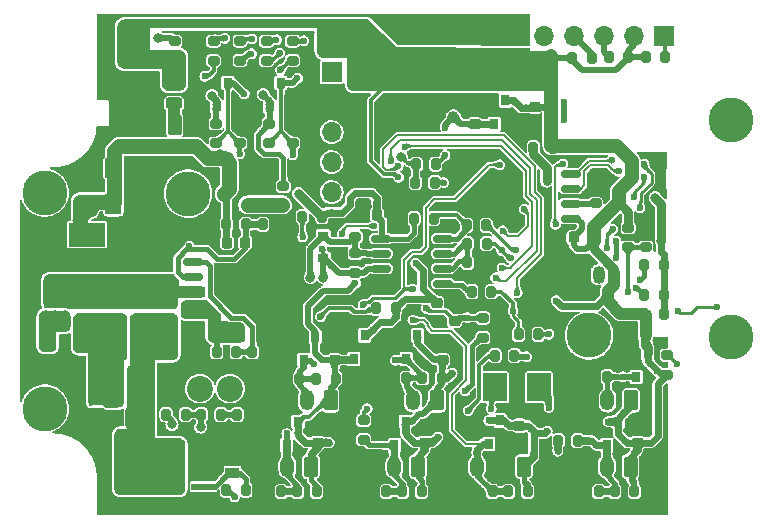
<source format=gbr>
%TF.GenerationSoftware,KiCad,Pcbnew,(6.0.7)*%
%TF.CreationDate,2022-10-03T23:56:51+03:00*%
%TF.ProjectId,hs12,68733132-2e6b-4696-9361-645f70636258,rev?*%
%TF.SameCoordinates,Original*%
%TF.FileFunction,Copper,L2,Bot*%
%TF.FilePolarity,Positive*%
%FSLAX46Y46*%
G04 Gerber Fmt 4.6, Leading zero omitted, Abs format (unit mm)*
G04 Created by KiCad (PCBNEW (6.0.7)) date 2022-10-03 23:56:51*
%MOMM*%
%LPD*%
G01*
G04 APERTURE LIST*
G04 Aperture macros list*
%AMRoundRect*
0 Rectangle with rounded corners*
0 $1 Rounding radius*
0 $2 $3 $4 $5 $6 $7 $8 $9 X,Y pos of 4 corners*
0 Add a 4 corners polygon primitive as box body*
4,1,4,$2,$3,$4,$5,$6,$7,$8,$9,$2,$3,0*
0 Add four circle primitives for the rounded corners*
1,1,$1+$1,$2,$3*
1,1,$1+$1,$4,$5*
1,1,$1+$1,$6,$7*
1,1,$1+$1,$8,$9*
0 Add four rect primitives between the rounded corners*
20,1,$1+$1,$2,$3,$4,$5,0*
20,1,$1+$1,$4,$5,$6,$7,0*
20,1,$1+$1,$6,$7,$8,$9,0*
20,1,$1+$1,$8,$9,$2,$3,0*%
G04 Aperture macros list end*
%TA.AperFunction,ComponentPad*%
%ADD10RoundRect,0.250000X0.350000X0.625000X-0.350000X0.625000X-0.350000X-0.625000X0.350000X-0.625000X0*%
%TD*%
%TA.AperFunction,ComponentPad*%
%ADD11O,1.200000X1.750000*%
%TD*%
%TA.AperFunction,ComponentPad*%
%ADD12R,1.050000X1.500000*%
%TD*%
%TA.AperFunction,ComponentPad*%
%ADD13O,1.050000X1.500000*%
%TD*%
%TA.AperFunction,ComponentPad*%
%ADD14C,3.800000*%
%TD*%
%TA.AperFunction,ComponentPad*%
%ADD15R,1.700000X1.700000*%
%TD*%
%TA.AperFunction,ComponentPad*%
%ADD16O,1.700000X1.700000*%
%TD*%
%TA.AperFunction,ComponentPad*%
%ADD17C,2.000000*%
%TD*%
%TA.AperFunction,ComponentPad*%
%ADD18R,2.200000X2.200000*%
%TD*%
%TA.AperFunction,ComponentPad*%
%ADD19C,2.200000*%
%TD*%
%TA.AperFunction,SMDPad,CuDef*%
%ADD20RoundRect,0.200000X0.200000X0.275000X-0.200000X0.275000X-0.200000X-0.275000X0.200000X-0.275000X0*%
%TD*%
%TA.AperFunction,SMDPad,CuDef*%
%ADD21RoundRect,0.225000X0.250000X-0.225000X0.250000X0.225000X-0.250000X0.225000X-0.250000X-0.225000X0*%
%TD*%
%TA.AperFunction,SMDPad,CuDef*%
%ADD22RoundRect,0.243750X-0.456250X0.243750X-0.456250X-0.243750X0.456250X-0.243750X0.456250X0.243750X0*%
%TD*%
%TA.AperFunction,SMDPad,CuDef*%
%ADD23R,0.800000X0.900000*%
%TD*%
%TA.AperFunction,SMDPad,CuDef*%
%ADD24RoundRect,0.200000X0.275000X-0.200000X0.275000X0.200000X-0.275000X0.200000X-0.275000X-0.200000X0*%
%TD*%
%TA.AperFunction,SMDPad,CuDef*%
%ADD25RoundRect,0.250000X0.375000X0.625000X-0.375000X0.625000X-0.375000X-0.625000X0.375000X-0.625000X0*%
%TD*%
%TA.AperFunction,SMDPad,CuDef*%
%ADD26RoundRect,0.225000X0.225000X0.250000X-0.225000X0.250000X-0.225000X-0.250000X0.225000X-0.250000X0*%
%TD*%
%TA.AperFunction,SMDPad,CuDef*%
%ADD27R,0.900000X0.800000*%
%TD*%
%TA.AperFunction,SMDPad,CuDef*%
%ADD28RoundRect,0.250000X0.325000X0.450000X-0.325000X0.450000X-0.325000X-0.450000X0.325000X-0.450000X0*%
%TD*%
%TA.AperFunction,SMDPad,CuDef*%
%ADD29R,2.000000X2.400000*%
%TD*%
%TA.AperFunction,SMDPad,CuDef*%
%ADD30R,3.100000X2.000000*%
%TD*%
%TA.AperFunction,SMDPad,CuDef*%
%ADD31RoundRect,0.200000X-0.275000X0.200000X-0.275000X-0.200000X0.275000X-0.200000X0.275000X0.200000X0*%
%TD*%
%TA.AperFunction,SMDPad,CuDef*%
%ADD32R,1.800000X2.500000*%
%TD*%
%TA.AperFunction,SMDPad,CuDef*%
%ADD33RoundRect,0.200000X-0.200000X-0.275000X0.200000X-0.275000X0.200000X0.275000X-0.200000X0.275000X0*%
%TD*%
%TA.AperFunction,SMDPad,CuDef*%
%ADD34RoundRect,0.250000X-0.312500X-0.625000X0.312500X-0.625000X0.312500X0.625000X-0.312500X0.625000X0*%
%TD*%
%TA.AperFunction,SMDPad,CuDef*%
%ADD35R,2.500000X2.300000*%
%TD*%
%TA.AperFunction,SMDPad,CuDef*%
%ADD36RoundRect,0.225000X-0.225000X-0.250000X0.225000X-0.250000X0.225000X0.250000X-0.225000X0.250000X0*%
%TD*%
%TA.AperFunction,SMDPad,CuDef*%
%ADD37RoundRect,0.250001X-0.462499X-0.624999X0.462499X-0.624999X0.462499X0.624999X-0.462499X0.624999X0*%
%TD*%
%TA.AperFunction,SMDPad,CuDef*%
%ADD38RoundRect,0.225000X-0.250000X0.225000X-0.250000X-0.225000X0.250000X-0.225000X0.250000X0.225000X0*%
%TD*%
%TA.AperFunction,SMDPad,CuDef*%
%ADD39R,2.000000X0.610000*%
%TD*%
%TA.AperFunction,SMDPad,CuDef*%
%ADD40R,3.810000X3.910000*%
%TD*%
%TA.AperFunction,SMDPad,CuDef*%
%ADD41C,1.000000*%
%TD*%
%TA.AperFunction,SMDPad,CuDef*%
%ADD42C,0.600000*%
%TD*%
%TA.AperFunction,SMDPad,CuDef*%
%ADD43RoundRect,0.150000X-0.675000X-0.150000X0.675000X-0.150000X0.675000X0.150000X-0.675000X0.150000X0*%
%TD*%
%TA.AperFunction,SMDPad,CuDef*%
%ADD44R,1.200000X0.900000*%
%TD*%
%TA.AperFunction,SMDPad,CuDef*%
%ADD45RoundRect,0.150000X0.675000X0.150000X-0.675000X0.150000X-0.675000X-0.150000X0.675000X-0.150000X0*%
%TD*%
%TA.AperFunction,ViaPad*%
%ADD46C,0.800000*%
%TD*%
%TA.AperFunction,ViaPad*%
%ADD47C,0.600000*%
%TD*%
%TA.AperFunction,ViaPad*%
%ADD48C,1.000000*%
%TD*%
%TA.AperFunction,Conductor*%
%ADD49C,0.300000*%
%TD*%
%TA.AperFunction,Conductor*%
%ADD50C,0.500000*%
%TD*%
%TA.AperFunction,Conductor*%
%ADD51C,0.600000*%
%TD*%
%TA.AperFunction,Conductor*%
%ADD52C,0.750000*%
%TD*%
%TA.AperFunction,Conductor*%
%ADD53C,0.800000*%
%TD*%
%TA.AperFunction,Conductor*%
%ADD54C,1.200000*%
%TD*%
%TA.AperFunction,Conductor*%
%ADD55C,0.400000*%
%TD*%
%TA.AperFunction,Conductor*%
%ADD56C,1.000000*%
%TD*%
%TA.AperFunction,Conductor*%
%ADD57C,0.153000*%
%TD*%
%TA.AperFunction,Conductor*%
%ADD58C,0.200000*%
%TD*%
%TA.AperFunction,Conductor*%
%ADD59C,0.250000*%
%TD*%
%TA.AperFunction,Conductor*%
%ADD60C,1.300000*%
%TD*%
%TA.AperFunction,Conductor*%
%ADD61C,0.900000*%
%TD*%
G04 APERTURE END LIST*
D10*
%TO.P,XT15,1,1*%
%TO.N,VCC*%
X-4300000Y16600000D03*
D11*
%TO.P,XT15,2,2*%
%TO.N,/Sensor 4/SIGNAL*%
X-6300000Y16600000D03*
%TO.P,XT15,3,3*%
%TO.N,GND*%
X-8300000Y16600000D03*
%TD*%
D12*
%TO.P,DD2,1,GND*%
%TO.N,GND*%
X17130000Y27240000D03*
D13*
%TO.P,DD2,2,DQ*%
%TO.N,DS18B20_DQ*%
X18400000Y27240000D03*
%TO.P,DD2,3,VDD*%
%TO.N,VCC*%
X19670000Y27240000D03*
%TD*%
D14*
%TO.P,J3,1,Pin_1*%
%TO.N,unconnected-(J3-Pad1)*%
X-28500000Y34200000D03*
%TD*%
D10*
%TO.P,XT3,1,1*%
%TO.N,VCC*%
X21150000Y16600000D03*
D11*
%TO.P,XT3,2,2*%
%TO.N,/Sensor 7/SIGNAL*%
X19150000Y16600000D03*
%TO.P,XT3,3,3*%
%TO.N,GND*%
X17150000Y16600000D03*
%TD*%
D10*
%TO.P,XT13,1,1*%
%TO.N,VCC*%
X3100000Y11000000D03*
D11*
%TO.P,XT13,2,2*%
%TO.N,/Sensor 2/SIGNAL*%
X1100000Y11000000D03*
%TO.P,XT13,3,3*%
%TO.N,GND*%
X-900000Y11000000D03*
%TD*%
D10*
%TO.P,XT1,1,1*%
%TO.N,VCC*%
X4700000Y16600000D03*
D11*
%TO.P,XT1,2,2*%
%TO.N,/Sensor 6/SIGNAL*%
X2700000Y16600000D03*
%TO.P,XT1,3,3*%
%TO.N,GND*%
X700000Y16600000D03*
%TD*%
D15*
%TO.P,DA4,1,VCC*%
%TO.N,VCC*%
X-4205000Y44390000D03*
D16*
%TO.P,DA4,2,GND*%
%TO.N,GND*%
X-4205000Y41850000D03*
%TO.P,DA4,3,RXD*%
%TO.N,Net-(DA4-Pad3)*%
X-4205000Y39310000D03*
%TO.P,DA4,4,TXD*%
%TO.N,Net-(DA4-Pad4)*%
X-4205000Y36770000D03*
%TO.P,DA4,5,SET*%
%TO.N,Net-(DA4-Pad5)*%
X-4205000Y34230000D03*
%TD*%
D14*
%TO.P,J4,1,Pin_1*%
%TO.N,unconnected-(J4-Pad1)*%
X-28500000Y15900000D03*
%TD*%
D10*
%TO.P,XT4,1,1*%
%TO.N,VCC*%
X12100000Y11000000D03*
D11*
%TO.P,XT4,2,2*%
%TO.N,GND*%
X10100000Y11000000D03*
%TO.P,XT4,3,3*%
%TO.N,SENS_3*%
X8100000Y11000000D03*
%TD*%
D17*
%TO.P,XP1,1,1*%
%TO.N,GND*%
X-26800000Y19200000D03*
%TD*%
D14*
%TO.P,J2,1,Pin_1*%
%TO.N,unconnected-(J2-Pad1)*%
X17600000Y22100000D03*
%TD*%
%TO.P,J1,1,Pin_1*%
%TO.N,unconnected-(J1-Pad1)*%
X-16359564Y34103118D03*
%TD*%
D10*
%TO.P,XT6,1,1*%
%TO.N,VCC*%
X-5950000Y11000000D03*
D11*
%TO.P,XT6,2,2*%
%TO.N,/Sensor 1/SIGNAL*%
X-7950000Y11000000D03*
%TO.P,XT6,3,3*%
%TO.N,GND*%
X-9950000Y11000000D03*
%TD*%
D10*
%TO.P,XT16,1,1*%
%TO.N,VCC*%
X21100000Y11000000D03*
D11*
%TO.P,XT16,2,2*%
%TO.N,/Sensor 5/SIGNAL*%
X19100000Y11000000D03*
%TO.P,XT16,3,3*%
%TO.N,GND*%
X17100000Y11000000D03*
%TD*%
D18*
%TO.P,XT2,1,1*%
%TO.N,12V*%
X-22980000Y17600000D03*
D19*
%TO.P,XT2,2,2*%
%TO.N,/GND_RAW*%
X-20440000Y17600000D03*
%TO.P,XT2,3,3*%
%TO.N,GND*%
X-17900000Y17600000D03*
%TO.P,XT2,4,4*%
%TO.N,/RS485/A_RS485*%
X-15360000Y17600000D03*
%TO.P,XT2,5,5*%
%TO.N,/RS485/B_RS485*%
X-12820000Y17600000D03*
%TD*%
D14*
%TO.P,J5,1,Pin_1*%
%TO.N,unconnected-(J5-Pad1)*%
X29600000Y40300000D03*
%TD*%
%TO.P,J6,1,Pin_1*%
%TO.N,unconnected-(J6-Pad1)*%
X29600000Y22000000D03*
%TD*%
D10*
%TO.P,XT10,1,1*%
%TO.N,/Battery/BAT_UNFUSED*%
X-17500000Y39900000D03*
D11*
%TO.P,XT10,2,2*%
%TO.N,GND*%
X-19500000Y39900000D03*
%TD*%
D20*
%TO.P,R51,1*%
%TO.N,/Sensor 7/SIGNAL*%
X19125000Y18600000D03*
%TO.P,R51,2*%
%TO.N,GND*%
X17475000Y18600000D03*
%TD*%
D21*
%TO.P,C29,1*%
%TO.N,VCC*%
X5200000Y20025000D03*
%TO.P,C29,2*%
%TO.N,GND*%
X5200000Y21575000D03*
%TD*%
%TO.P,C12,1*%
%TO.N,VCC*%
X-5400000Y13025000D03*
%TO.P,C12,2*%
%TO.N,GND*%
X-5400000Y14575000D03*
%TD*%
D22*
%TO.P,FU1,1*%
%TO.N,VCC*%
X-17550000Y43637500D03*
%TO.P,FU1,2*%
%TO.N,/Battery/BAT_UNFUSED*%
X-17550000Y41762500D03*
%TD*%
D20*
%TO.P,R13,1*%
%TO.N,TXD1*%
X9325000Y25800000D03*
%TO.P,R13,2*%
%TO.N,Net-(DD1-Pad4)*%
X7675000Y25800000D03*
%TD*%
D23*
%TO.P,VD15,1,A*%
%TO.N,GND*%
X-7500000Y22000000D03*
%TO.P,VD15,2,C*%
%TO.N,VCC*%
X-5600000Y22000000D03*
%TO.P,VD15,3,CA*%
%TO.N,/Sensor 4/SIGNAL*%
X-6550000Y20000000D03*
%TD*%
D24*
%TO.P,R48,1*%
%TO.N,BUT_1*%
X-7500000Y38375000D03*
%TO.P,R48,2*%
%TO.N,GND*%
X-7500000Y40025000D03*
%TD*%
D25*
%TO.P,FU2,1*%
%TO.N,12V*%
X-25400000Y21600000D03*
%TO.P,FU2,2*%
%TO.N,/DC-DC XL1509/VIN_FUSED*%
X-28200000Y21600000D03*
%TD*%
D23*
%TO.P,DA2,1,GND*%
%TO.N,GND*%
X11450000Y40000000D03*
%TO.P,DA2,2,OUT*%
%TO.N,Net-(C23-Pad1)*%
X9550000Y40000000D03*
%TO.P,DA2,3,IN*%
%TO.N,VCC*%
X10500000Y42000000D03*
%TD*%
D26*
%TO.P,C35,1*%
%TO.N,VCC*%
X22375000Y22100000D03*
%TO.P,C35,2*%
%TO.N,GND*%
X20825000Y22100000D03*
%TD*%
D21*
%TO.P,C23,1*%
%TO.N,Net-(C23-Pad1)*%
X7900000Y40000000D03*
%TO.P,C23,2*%
%TO.N,GND*%
X7900000Y41550000D03*
%TD*%
D27*
%TO.P,VD6,1,C1*%
%TO.N,/RS485/B_RS485*%
X-4900000Y30550000D03*
%TO.P,VD6,2,C2*%
%TO.N,/RS485/A_RS485*%
X-4900000Y28650000D03*
%TO.P,VD6,3,DC*%
%TO.N,GND*%
X-6900000Y29600000D03*
%TD*%
D28*
%TO.P,C1,1*%
%TO.N,/DC-DC XL1509/VIN_FUSED*%
X-14075000Y22600000D03*
%TO.P,C1,2*%
%TO.N,GND*%
X-16125000Y22600000D03*
%TD*%
D29*
%TO.P,BQ2,1*%
%TO.N,XTAL1*%
X13350000Y17700000D03*
%TO.P,BQ2,2*%
%TO.N,XTAL2*%
X9650000Y17700000D03*
%TD*%
D30*
%TO.P,L1,1*%
%TO.N,/DC-DC XL1509/OUT*%
X-24925000Y25325000D03*
%TO.P,L1,2*%
%TO.N,5V*%
X-24925000Y30625000D03*
%TD*%
D31*
%TO.P,R33,1*%
%TO.N,VCC*%
X-8300000Y34725000D03*
%TO.P,R33,2*%
%TO.N,/Voltage Regulator 3.3V/VOUT*%
X-8300000Y33075000D03*
%TD*%
D32*
%TO.P,VD11,1,C*%
%TO.N,VCC*%
X-21050000Y46200000D03*
%TO.P,VD11,2,A*%
%TO.N,GND*%
X-21050000Y42200000D03*
%TD*%
D23*
%TO.P,VD16,1,A*%
%TO.N,GND*%
X18150000Y14800000D03*
%TO.P,VD16,2,C*%
%TO.N,VCC*%
X20050000Y14800000D03*
%TO.P,VD16,3,CA*%
%TO.N,/Sensor 5/SIGNAL*%
X19100000Y12800000D03*
%TD*%
D21*
%TO.P,C20,1*%
%TO.N,RESET*%
X6200000Y23325000D03*
%TO.P,C20,2*%
%TO.N,GND*%
X6200000Y24875000D03*
%TD*%
D20*
%TO.P,R10,1*%
%TO.N,RXD1*%
X8902431Y31426773D03*
%TO.P,R10,2*%
%TO.N,Net-(DD1-Pad1)*%
X7252431Y31426773D03*
%TD*%
%TO.P,R38,1*%
%TO.N,Net-(C23-Pad1)*%
X4625000Y36600000D03*
%TO.P,R38,2*%
%TO.N,AREF*%
X2975000Y36600000D03*
%TD*%
%TO.P,R40,1*%
%TO.N,/3VDC*%
X23925000Y28100000D03*
%TO.P,R40,2*%
%TO.N,IIC_SCL*%
X22275000Y28100000D03*
%TD*%
D21*
%TO.P,C28,1*%
%TO.N,/Voltage Regulator 3.3V/VOUT*%
X-9800000Y33125000D03*
%TO.P,C28,2*%
%TO.N,GND*%
X-9800000Y34675000D03*
%TD*%
D20*
%TO.P,R45,1*%
%TO.N,VCC*%
X5125000Y18500000D03*
%TO.P,R45,2*%
%TO.N,/Sensor 6/SIGNAL*%
X3475000Y18500000D03*
%TD*%
D33*
%TO.P,R6,1*%
%TO.N,5V*%
X-13125000Y31500000D03*
%TO.P,R6,2*%
%TO.N,/DC-DC XL1509/FB*%
X-11475000Y31500000D03*
%TD*%
D34*
%TO.P,R22,1*%
%TO.N,GND*%
X-24012500Y15100000D03*
%TO.P,R22,2*%
%TO.N,/GND_RAW*%
X-21087500Y15100000D03*
%TD*%
D35*
%TO.P,VD3,1,C*%
%TO.N,12V*%
X-22900000Y21400000D03*
%TO.P,VD3,2,A*%
%TO.N,/GND_RAW*%
X-18600000Y21400000D03*
%TD*%
D24*
%TO.P,R5,1*%
%TO.N,Net-(DD4-Pad7)*%
X18150000Y33275000D03*
%TO.P,R5,2*%
%TO.N,GND*%
X18150000Y34925000D03*
%TD*%
D20*
%TO.P,R39,1*%
%TO.N,/3VDC*%
X23925000Y25500000D03*
%TO.P,R39,2*%
%TO.N,IIC_SDA*%
X22275000Y25500000D03*
%TD*%
%TO.P,R14,1*%
%TO.N,Net-(DD1-Pad1)*%
X4425000Y32000000D03*
%TO.P,R14,2*%
%TO.N,5V*%
X2775000Y32000000D03*
%TD*%
D36*
%TO.P,C11,1*%
%TO.N,5V*%
X-375000Y32300000D03*
%TO.P,C11,2*%
%TO.N,GND*%
X1175000Y32300000D03*
%TD*%
D37*
%TO.P,C6,1*%
%TO.N,5V*%
X-22687500Y33200000D03*
%TO.P,C6,2*%
%TO.N,GND*%
X-19712500Y33200000D03*
%TD*%
D23*
%TO.P,VD9,1,A*%
%TO.N,GND*%
X20650000Y20600000D03*
%TO.P,VD9,2,C*%
%TO.N,VCC*%
X22550000Y20600000D03*
%TO.P,VD9,3,CA*%
%TO.N,/Sensor 7/SIGNAL*%
X21600000Y18600000D03*
%TD*%
D20*
%TO.P,R56,1*%
%TO.N,VCC*%
X-3875000Y18450000D03*
%TO.P,R56,2*%
%TO.N,/Sensor 4/SIGNAL*%
X-5525000Y18450000D03*
%TD*%
D33*
%TO.P,R32,1*%
%TO.N,Net-(R2-Pad2)*%
X-15225000Y15400000D03*
%TO.P,R32,2*%
%TO.N,Net-(R30-Pad2)*%
X-13575000Y15400000D03*
%TD*%
D20*
%TO.P,R53,1*%
%TO.N,/Sensor 2/SIGNAL*%
X425000Y8900000D03*
%TO.P,R53,2*%
%TO.N,GND*%
X-1225000Y8900000D03*
%TD*%
%TO.P,R11,1*%
%TO.N,RS485_SET*%
X8925000Y29876773D03*
%TO.P,R11,2*%
%TO.N,/RS485/DE*%
X7275000Y29876773D03*
%TD*%
D21*
%TO.P,C8,1*%
%TO.N,5V*%
X-25500000Y33425000D03*
%TO.P,C8,2*%
%TO.N,GND*%
X-25500000Y34975000D03*
%TD*%
D33*
%TO.P,R7,1*%
%TO.N,/DC-DC XL1509/FB*%
X-10025000Y31500000D03*
%TO.P,R7,2*%
%TO.N,GND*%
X-8375000Y31500000D03*
%TD*%
D20*
%TO.P,R34,1*%
%TO.N,VCC*%
X14525000Y38000000D03*
%TO.P,R34,2*%
%TO.N,/Voltage Regulator 3V/VIN*%
X12875000Y38000000D03*
%TD*%
%TO.P,R54,1*%
%TO.N,VCC*%
X12400000Y8900000D03*
%TO.P,R54,2*%
%TO.N,SENS_3*%
X10750000Y8900000D03*
%TD*%
D24*
%TO.P,R25,1*%
%TO.N,VCC*%
X8600000Y21925000D03*
%TO.P,R25,2*%
%TO.N,RESET*%
X8600000Y23575000D03*
%TD*%
D26*
%TO.P,C36,1*%
%TO.N,VCC*%
X16275000Y30400000D03*
%TO.P,C36,2*%
%TO.N,GND*%
X14725000Y30400000D03*
%TD*%
%TO.P,C10,1*%
%TO.N,VCC*%
X19175000Y25500000D03*
%TO.P,C10,2*%
%TO.N,GND*%
X17625000Y25500000D03*
%TD*%
D24*
%TO.P,R50,1*%
%TO.N,VCC*%
X24200000Y18775000D03*
%TO.P,R50,2*%
%TO.N,/Sensor 7/SIGNAL*%
X24200000Y20425000D03*
%TD*%
D20*
%TO.P,R20,1*%
%TO.N,/Sensor 1/SIGNAL*%
X-8475000Y8900000D03*
%TO.P,R20,2*%
%TO.N,GND*%
X-10125000Y8900000D03*
%TD*%
D33*
%TO.P,R8,1*%
%TO.N,12V*%
X-13125000Y9000000D03*
%TO.P,R8,2*%
%TO.N,Net-(R8-Pad2)*%
X-11475000Y9000000D03*
%TD*%
D23*
%TO.P,VD10,1,A*%
%TO.N,GND*%
X-7550000Y41500000D03*
%TO.P,VD10,2,C*%
%TO.N,VCC*%
X-9450000Y41500000D03*
%TO.P,VD10,3,CA*%
%TO.N,BUT_1*%
X-8500000Y43500000D03*
%TD*%
%TO.P,VD5,1,A*%
%TO.N,GND*%
X1150000Y22100000D03*
%TO.P,VD5,2,C*%
%TO.N,VCC*%
X3050000Y22100000D03*
%TO.P,VD5,3,CA*%
%TO.N,/Sensor 6/SIGNAL*%
X2100000Y20100000D03*
%TD*%
D20*
%TO.P,R52,1*%
%TO.N,VCC*%
X3425000Y8900000D03*
%TO.P,R52,2*%
%TO.N,/Sensor 2/SIGNAL*%
X1775000Y8900000D03*
%TD*%
%TO.P,R42,1*%
%TO.N,VCC*%
X20925000Y45650000D03*
%TO.P,R42,2*%
%TO.N,SCK*%
X19275000Y45650000D03*
%TD*%
%TO.P,R55,1*%
%TO.N,SENS_3*%
X9425000Y8900000D03*
%TO.P,R55,2*%
%TO.N,GND*%
X7775000Y8900000D03*
%TD*%
D33*
%TO.P,R73,1*%
%TO.N,SENS_5*%
X14975000Y13200000D03*
%TO.P,R73,2*%
%TO.N,/Sensor 5/SIGNAL*%
X16625000Y13200000D03*
%TD*%
D24*
%TO.P,R61,1*%
%TO.N,LED_4*%
X-9700000Y45375000D03*
%TO.P,R61,2*%
%TO.N,Net-(HL6-Pad1)*%
X-9700000Y47025000D03*
%TD*%
D36*
%TO.P,C2,1*%
%TO.N,5V*%
X-13075000Y29950000D03*
%TO.P,C2,2*%
%TO.N,/DC-DC XL1509/FB*%
X-11525000Y29950000D03*
%TD*%
D24*
%TO.P,R18,1*%
%TO.N,LED_2*%
X-14200000Y45375000D03*
%TO.P,R18,2*%
%TO.N,Net-(HL3-Pad1)*%
X-14200000Y47025000D03*
%TD*%
D21*
%TO.P,C32,1*%
%TO.N,VCC*%
X-3950000Y20025000D03*
%TO.P,C32,2*%
%TO.N,GND*%
X-3950000Y21575000D03*
%TD*%
D31*
%TO.P,R71,1*%
%TO.N,SENS_2*%
X-1500000Y14925000D03*
%TO.P,R71,2*%
%TO.N,/Sensor 2/SIGNAL*%
X-1500000Y13275000D03*
%TD*%
D20*
%TO.P,R58,1*%
%TO.N,VCC*%
X21425000Y8900000D03*
%TO.P,R58,2*%
%TO.N,/Sensor 5/SIGNAL*%
X19775000Y8900000D03*
%TD*%
D23*
%TO.P,VD7,1,A*%
%TO.N,GND*%
X-8950000Y14800000D03*
%TO.P,VD7,2,C*%
%TO.N,VCC*%
X-7050000Y14800000D03*
%TO.P,VD7,3,CA*%
%TO.N,/Sensor 1/SIGNAL*%
X-8000000Y12800000D03*
%TD*%
D36*
%TO.P,C27,1*%
%TO.N,5V*%
X-12875000Y36700000D03*
%TO.P,C27,2*%
%TO.N,GND*%
X-11325000Y36700000D03*
%TD*%
D20*
%TO.P,R2,1*%
%TO.N,ADC_EXTERN_VOL*%
X1225000Y24400000D03*
%TO.P,R2,2*%
%TO.N,Net-(R2-Pad2)*%
X-425000Y24400000D03*
%TD*%
D15*
%TO.P,XT9,1,1*%
%TO.N,MISO*%
X23900000Y47473180D03*
D16*
%TO.P,XT9,2,2*%
%TO.N,VCC*%
X21360000Y47473180D03*
%TO.P,XT9,3,3*%
%TO.N,SCK*%
X18820000Y47473180D03*
%TO.P,XT9,4,4*%
%TO.N,MOSI*%
X16280000Y47473180D03*
%TO.P,XT9,5,5*%
%TO.N,RESET*%
X13740000Y47473180D03*
%TO.P,XT9,6,6*%
%TO.N,GND*%
X11200000Y47473180D03*
%TD*%
D33*
%TO.P,R65,1*%
%TO.N,VCC*%
X22275000Y23950000D03*
%TO.P,R65,2*%
%TO.N,/3VDC*%
X23925000Y23950000D03*
%TD*%
D20*
%TO.P,R30,1*%
%TO.N,GND*%
X-10550000Y15400000D03*
%TO.P,R30,2*%
%TO.N,Net-(R30-Pad2)*%
X-12200000Y15400000D03*
%TD*%
D33*
%TO.P,R31,1*%
%TO.N,12V*%
X-18225000Y15400000D03*
%TO.P,R31,2*%
%TO.N,Net-(R2-Pad2)*%
X-16575000Y15400000D03*
%TD*%
D38*
%TO.P,C3,1*%
%TO.N,ADC_EXTERN_VOL*%
X4700000Y24875000D03*
%TO.P,C3,2*%
%TO.N,GND*%
X4700000Y23325000D03*
%TD*%
D39*
%TO.P,VT1,1,S*%
%TO.N,GND*%
X-15065000Y13105000D03*
%TO.P,VT1,2,S*%
X-15065000Y11835000D03*
%TO.P,VT1,3,S*%
X-15065000Y10565000D03*
%TO.P,VT1,4,G*%
%TO.N,Net-(R8-Pad2)*%
X-15065000Y9295000D03*
%TO.P,VT1,5,D*%
%TO.N,/GND_RAW*%
X-21385000Y9295000D03*
D40*
X-18790000Y11200000D03*
D39*
%TO.P,VT1,6,D*%
X-21385000Y10565000D03*
%TO.P,VT1,7,D*%
X-21385000Y11835000D03*
%TO.P,VT1,8,D*%
X-21385000Y13105000D03*
%TD*%
D33*
%TO.P,R41,1*%
%TO.N,VCC*%
X16175000Y45600000D03*
%TO.P,R41,2*%
%TO.N,MOSI*%
X17825000Y45600000D03*
%TD*%
D41*
%TO.P,XB1,1,1*%
%TO.N,Net-(C23-Pad1)*%
X6100000Y40600000D03*
%TD*%
D20*
%TO.P,R59,1*%
%TO.N,/Sensor 5/SIGNAL*%
X18425000Y8900000D03*
%TO.P,R59,2*%
%TO.N,GND*%
X16775000Y8900000D03*
%TD*%
D33*
%TO.P,R15,1*%
%TO.N,/RS485/A_RS485*%
X-6675000Y32150000D03*
%TO.P,R15,2*%
%TO.N,5V*%
X-5025000Y32150000D03*
%TD*%
D37*
%TO.P,C5,1*%
%TO.N,5V*%
X-22687500Y36300000D03*
%TO.P,C5,2*%
%TO.N,GND*%
X-19712500Y36300000D03*
%TD*%
D42*
%TO.P,XB9,1,1*%
%TO.N,/DC-DC XL1509/FB*%
X-16250000Y29650000D03*
%TD*%
D20*
%TO.P,R19,1*%
%TO.N,VCC*%
X-5475000Y8900000D03*
%TO.P,R19,2*%
%TO.N,/Sensor 1/SIGNAL*%
X-7125000Y8900000D03*
%TD*%
D24*
%TO.P,R37,1*%
%TO.N,VCC*%
X-17500000Y45375000D03*
%TO.P,R37,2*%
%TO.N,Net-(HL1-Pad1)*%
X-17500000Y47025000D03*
%TD*%
%TO.P,R21,1*%
%TO.N,LED_1*%
X-7494927Y45375000D03*
%TO.P,R21,2*%
%TO.N,Net-(HL4-Pad1)*%
X-7494927Y47025000D03*
%TD*%
D42*
%TO.P,XB8,1,1*%
%TO.N,RS485_SET*%
X10200000Y29300000D03*
%TD*%
D43*
%TO.P,DA1,1,VIN*%
%TO.N,/DC-DC XL1509/VIN_FUSED*%
X-15925000Y24495000D03*
%TO.P,DA1,2,OUT*%
%TO.N,/DC-DC XL1509/OUT*%
X-15925000Y25765000D03*
%TO.P,DA1,3,FB*%
%TO.N,/DC-DC XL1509/FB*%
X-15925000Y27035000D03*
%TO.P,DA1,4,EN*%
%TO.N,/DC-DC XL1509/EN*%
X-15925000Y28305000D03*
%TO.P,DA1,5,GND*%
%TO.N,GND*%
X-10675000Y28305000D03*
%TO.P,DA1,6,GND*%
X-10675000Y27035000D03*
%TO.P,DA1,7,GND*%
X-10675000Y25765000D03*
%TO.P,DA1,8,GND*%
X-10675000Y24495000D03*
%TD*%
D33*
%TO.P,R43,1*%
%TO.N,VCC*%
X22375000Y45700000D03*
%TO.P,R43,2*%
%TO.N,MISO*%
X24025000Y45700000D03*
%TD*%
D24*
%TO.P,R60,1*%
%TO.N,LED_3*%
X-11964976Y45375000D03*
%TO.P,R60,2*%
%TO.N,Net-(HL5-Pad1)*%
X-11964976Y47025000D03*
%TD*%
D20*
%TO.P,R57,1*%
%TO.N,/Sensor 4/SIGNAL*%
X-6925000Y18450000D03*
%TO.P,R57,2*%
%TO.N,GND*%
X-8575000Y18450000D03*
%TD*%
D23*
%TO.P,VD13,1,A*%
%TO.N,GND*%
X150000Y14800000D03*
%TO.P,VD13,2,C*%
%TO.N,VCC*%
X2050000Y14800000D03*
%TO.P,VD13,3,CA*%
%TO.N,/Sensor 2/SIGNAL*%
X1100000Y12800000D03*
%TD*%
%TO.P,VD8,1,A*%
%TO.N,GND*%
X-12050000Y41500000D03*
%TO.P,VD8,2,C*%
%TO.N,VCC*%
X-13950000Y41500000D03*
%TO.P,VD8,3,CA*%
%TO.N,BUT_2*%
X-13000000Y43500000D03*
%TD*%
D20*
%TO.P,R69,1*%
%TO.N,RXD1*%
X11275000Y20400000D03*
%TO.P,R69,2*%
%TO.N,/Sensor 6/SIGNAL*%
X9625000Y20400000D03*
%TD*%
D21*
%TO.P,C33,1*%
%TO.N,VCC*%
X21700000Y13025000D03*
%TO.P,C33,2*%
%TO.N,GND*%
X21700000Y14575000D03*
%TD*%
D23*
%TO.P,VD12,1,A*%
%TO.N,GND*%
X8150000Y14900000D03*
%TO.P,VD12,2,C*%
%TO.N,VCC*%
X10050000Y14900000D03*
%TO.P,VD12,3,CA*%
%TO.N,SENS_3*%
X9100000Y12900000D03*
%TD*%
D27*
%TO.P,DA3,1,GND*%
%TO.N,GND*%
X-11300000Y35050000D03*
%TO.P,DA3,2,OUT*%
%TO.N,/Voltage Regulator 3.3V/VOUT*%
X-11300000Y33150000D03*
%TO.P,DA3,3,IN*%
%TO.N,5V*%
X-13300000Y34100000D03*
%TD*%
D44*
%TO.P,VD2,1,C*%
%TO.N,Net-(R8-Pad2)*%
X-12600000Y10450000D03*
%TO.P,VD2,2,A*%
%TO.N,GND*%
X-12600000Y13750000D03*
%TD*%
D20*
%TO.P,R12,1*%
%TO.N,GND*%
X8925000Y28300000D03*
%TO.P,R12,2*%
%TO.N,/RS485/DE*%
X7275000Y28300000D03*
%TD*%
D33*
%TO.P,R70,1*%
%TO.N,TXD1*%
X11625000Y22200000D03*
%TO.P,R70,2*%
%TO.N,/Sensor 7/SIGNAL*%
X13275000Y22200000D03*
%TD*%
D20*
%TO.P,R64,1*%
%TO.N,AVCC*%
X4525000Y35050000D03*
%TO.P,R64,2*%
%TO.N,AREF*%
X2875000Y35050000D03*
%TD*%
D31*
%TO.P,R35,1*%
%TO.N,VCC*%
X20900000Y31225000D03*
%TO.P,R35,2*%
%TO.N,DS18B20_DQ*%
X20900000Y29575000D03*
%TD*%
%TO.P,R17,1*%
%TO.N,GND*%
X-2200000Y32096773D03*
%TO.P,R17,2*%
%TO.N,/RS485/B_RS485*%
X-2200000Y30446773D03*
%TD*%
D23*
%TO.P,VD1,1,A*%
%TO.N,GND*%
X-450000Y20100000D03*
%TO.P,VD1,2,C*%
%TO.N,VCC*%
X-2350000Y20100000D03*
%TO.P,VD1,3,CA*%
%TO.N,ADC_EXTERN_VOL*%
X-1400000Y22100000D03*
%TD*%
D31*
%TO.P,R47,1*%
%TO.N,VCC*%
X-9500000Y40025000D03*
%TO.P,R47,2*%
%TO.N,BUT_1*%
X-9500000Y38375000D03*
%TD*%
D45*
%TO.P,DD1,1,RO*%
%TO.N,Net-(DD1-Pad1)*%
X5225000Y30305000D03*
%TO.P,DD1,2,RE*%
%TO.N,/RS485/DE*%
X5225000Y29035000D03*
%TO.P,DD1,3,DE*%
X5225000Y27765000D03*
%TO.P,DD1,4,DI*%
%TO.N,Net-(DD1-Pad4)*%
X5225000Y26495000D03*
%TO.P,DD1,5,GND*%
%TO.N,GND*%
X-25000Y26495000D03*
%TO.P,DD1,6,A*%
%TO.N,/RS485/A_RS485*%
X-25000Y27765000D03*
%TO.P,DD1,7,B*%
%TO.N,/RS485/B_RS485*%
X-25000Y29035000D03*
%TO.P,DD1,8,VCC*%
%TO.N,5V*%
X-25000Y30305000D03*
%TD*%
D33*
%TO.P,R4,1*%
%TO.N,/DC-DC XL1509/VIN_FUSED*%
X-13925000Y20700000D03*
%TO.P,R4,2*%
%TO.N,/DC-DC XL1509/EN*%
X-12275000Y20700000D03*
%TD*%
D20*
%TO.P,R49,1*%
%TO.N,/Sensor 6/SIGNAL*%
X2125000Y18500000D03*
%TO.P,R49,2*%
%TO.N,GND*%
X475000Y18500000D03*
%TD*%
D33*
%TO.P,R3,1*%
%TO.N,/DC-DC XL1509/EN*%
X-10925000Y20700000D03*
%TO.P,R3,2*%
%TO.N,GND*%
X-9275000Y20700000D03*
%TD*%
D42*
%TO.P,XB12,1,1*%
%TO.N,Net-(DD5-Pad9)*%
X28450000Y24500000D03*
%TD*%
D21*
%TO.P,C30,1*%
%TO.N,VCC*%
X3700000Y13025000D03*
%TO.P,C30,2*%
%TO.N,GND*%
X3700000Y14575000D03*
%TD*%
D38*
%TO.P,C22,1*%
%TO.N,VCC*%
X13000000Y41475000D03*
%TO.P,C22,2*%
%TO.N,GND*%
X13000000Y39925000D03*
%TD*%
D31*
%TO.P,R16,1*%
%TO.N,/RS485/B_RS485*%
X-2222569Y29046773D03*
%TO.P,R16,2*%
%TO.N,/RS485/A_RS485*%
X-2222569Y27396773D03*
%TD*%
D32*
%TO.P,VD4,1,C*%
%TO.N,/DC-DC XL1509/OUT*%
X-19000000Y25815480D03*
%TO.P,VD4,2,A*%
%TO.N,GND*%
X-19000000Y29815480D03*
%TD*%
D24*
%TO.P,R24,1*%
%TO.N,BUT_2*%
X-12000000Y38375000D03*
%TO.P,R24,2*%
%TO.N,GND*%
X-12000000Y40025000D03*
%TD*%
%TO.P,R36,1*%
%TO.N,DS18B20_DQ*%
X22400000Y29575000D03*
%TO.P,R36,2*%
%TO.N,GND*%
X22400000Y31225000D03*
%TD*%
D43*
%TO.P,DD4,1,A0*%
%TO.N,GND*%
X10775000Y31995000D03*
%TO.P,DD4,2,A1*%
X10775000Y33265000D03*
%TO.P,DD4,3,A2*%
X10775000Y34535000D03*
%TO.P,DD4,4,VSS*%
X10775000Y35805000D03*
%TO.P,DD4,5,SDA*%
%TO.N,IIC_SDA*%
X16025000Y35805000D03*
%TO.P,DD4,6,SCL*%
%TO.N,IIC_SCL*%
X16025000Y34535000D03*
%TO.P,DD4,7,WP*%
%TO.N,Net-(DD4-Pad7)*%
X16025000Y33265000D03*
%TO.P,DD4,8,VCC*%
%TO.N,VCC*%
X16025000Y31995000D03*
%TD*%
D31*
%TO.P,R23,1*%
%TO.N,VCC*%
X-14000000Y40025000D03*
%TO.P,R23,2*%
%TO.N,BUT_2*%
X-14000000Y38375000D03*
%TD*%
D38*
%TO.P,C31,1*%
%TO.N,VCC*%
X11700000Y14475000D03*
%TO.P,C31,2*%
%TO.N,GND*%
X11700000Y12925000D03*
%TD*%
D46*
%TO.N,GND*%
X-12400000Y25950000D03*
D47*
X-15650000Y45500000D03*
D46*
X-8100000Y27700000D03*
X-29800000Y21800000D03*
X2235886Y41290732D03*
X-27250000Y29100000D03*
D47*
X-15650000Y44800000D03*
D46*
X-29800000Y26800000D03*
X15450000Y16750000D03*
X23700000Y12550000D03*
D47*
X7600000Y37597500D03*
X-9600000Y36600000D03*
D46*
X-23800000Y11700000D03*
X17700000Y7600000D03*
D47*
X22647500Y15200000D03*
D46*
X-27250000Y28100000D03*
D47*
X-10800000Y44950000D03*
X-13450000Y12100000D03*
D46*
X5200000Y8400000D03*
X-8300000Y7600000D03*
D47*
X19700000Y19900000D03*
D46*
X-29800000Y20800000D03*
D47*
X6900000Y41350000D03*
D46*
X-7100000Y28600000D03*
X-23000000Y43400000D03*
X-8135474Y26800000D03*
X-16400000Y36800000D03*
X-2700000Y41200000D03*
D47*
X-10500000Y30550000D03*
D46*
X-29800000Y22800000D03*
X8700000Y7600000D03*
X6200000Y9400000D03*
X-23800000Y38200000D03*
X-16300000Y7600000D03*
X22700000Y7600000D03*
X-2300000Y7600000D03*
X-20300000Y7600000D03*
X-23300000Y10700000D03*
D47*
X17900000Y35900000D03*
D46*
X-19300000Y43200000D03*
D47*
X23300000Y21650000D03*
X-12800000Y11400000D03*
D46*
X15200000Y9450000D03*
X4250000Y42150000D03*
X-12400000Y27800000D03*
X-13400000Y25950000D03*
D47*
X8950000Y41300000D03*
D46*
X-22450000Y31100000D03*
X-29800000Y24800000D03*
D47*
X8950000Y42050000D03*
X-9000000Y36091000D03*
D46*
X-29800000Y30800000D03*
D47*
X-11027763Y40272237D03*
D46*
X4250000Y41300000D03*
D47*
X15900000Y27750000D03*
X6200000Y41600000D03*
D46*
X-19600000Y27900000D03*
X23700000Y7600000D03*
D47*
X18150000Y15750000D03*
D46*
X-23300000Y7600000D03*
X-25300000Y13700000D03*
X-23300000Y9598134D03*
D47*
X-3100000Y23600000D03*
D46*
X-9450000Y17550000D03*
X-20900000Y30400000D03*
X-9112769Y26313485D03*
X-1800000Y42100000D03*
X-20500000Y31700000D03*
X14200000Y8450000D03*
X4700000Y7600000D03*
X1700000Y7600000D03*
X-8000000Y19750000D03*
X-15300000Y7600000D03*
X15450000Y18000000D03*
X7400000Y47950000D03*
X-13300000Y7600000D03*
D47*
X-10150000Y14350000D03*
D46*
X-18300000Y7600000D03*
X-17350000Y19300000D03*
X-7300000Y7600000D03*
D47*
X19650000Y20550000D03*
D46*
X14700000Y7600000D03*
X3242684Y42140732D03*
D47*
X22100000Y15550000D03*
D46*
X-23300000Y39200000D03*
X-18300000Y35900000D03*
X-1300000Y7600000D03*
D47*
X-300000Y15800000D03*
D46*
X5200000Y9400000D03*
X-23000000Y47200000D03*
X-7139740Y26800000D03*
X-17400000Y31600000D03*
X-22450000Y29100000D03*
D47*
X-10300000Y40950000D03*
D46*
X-29800000Y18800000D03*
X-3300000Y7600000D03*
X15450000Y15550000D03*
X-13400000Y27800000D03*
X-17300000Y36800000D03*
X-28550000Y18750000D03*
D47*
X-15650000Y46200000D03*
D46*
X-3800000Y8450000D03*
D47*
X8400000Y15700000D03*
D46*
X-1800000Y41150000D03*
X700000Y7600000D03*
D47*
X5400000Y31200000D03*
X15500000Y29477500D03*
D46*
X9500000Y47950000D03*
D47*
X4750000Y14400000D03*
X1000000Y33350000D03*
D46*
X16700000Y7600000D03*
X-27250000Y30100000D03*
X-20850000Y40200000D03*
X-23300000Y8598134D03*
D47*
X-1200000Y25650000D03*
X-1127500Y33400000D03*
D46*
X-22300000Y7600000D03*
D47*
X-3100000Y22000000D03*
X19950000Y21350000D03*
D46*
X-2800000Y8450000D03*
D47*
X-12800000Y12800000D03*
X-10762299Y44062299D03*
D46*
X8400000Y47950000D03*
D47*
X-13450000Y12800000D03*
D46*
X9500000Y48800000D03*
X-27250000Y31100000D03*
D47*
X17200000Y15250000D03*
D46*
X-29800000Y28800000D03*
X-18200000Y36800000D03*
X3700000Y7600000D03*
D47*
X22200000Y32100000D03*
X4750000Y15100000D03*
D46*
X-17350000Y29650000D03*
X12700000Y7600000D03*
X-12400000Y26900000D03*
D47*
X23900000Y21300000D03*
D46*
X-26300000Y35700000D03*
D47*
X6900000Y42100000D03*
D46*
X-9100000Y27300000D03*
D47*
X-12800000Y12100000D03*
D46*
X2400000Y47950000D03*
D47*
X14100000Y23600000D03*
D46*
X-29800000Y23800000D03*
X14200000Y9450000D03*
D47*
X23700000Y37300000D03*
D46*
X-9300000Y7600000D03*
X-18450000Y19300000D03*
X3400000Y47950000D03*
D47*
X17700000Y28450000D03*
D46*
X-23000000Y44400000D03*
D47*
X6200000Y42250000D03*
X-11200000Y13700000D03*
D46*
X6400000Y47950000D03*
D47*
X400000Y33350000D03*
D46*
X19100000Y13850000D03*
X6200000Y8400000D03*
X-21850000Y44050000D03*
X9700000Y7600000D03*
X-29800000Y27800000D03*
X19700000Y7600000D03*
D47*
X14550000Y29477500D03*
D46*
X-6300000Y7600000D03*
X15200000Y8450000D03*
X-5300000Y7600000D03*
X-19400000Y31700000D03*
X-22450000Y30100000D03*
X5400000Y47950000D03*
D47*
X-4300000Y14300000D03*
X23000000Y37300000D03*
D46*
X-12300000Y7600000D03*
D47*
X5400000Y25700000D03*
D46*
X-25750000Y15350000D03*
X18700000Y7600000D03*
D47*
X-10800000Y14350000D03*
D46*
X-18300000Y31800000D03*
D47*
X-6350000Y41300000D03*
D46*
X-15750000Y19850000D03*
X-29800000Y19800000D03*
X11700000Y7600000D03*
X23700000Y8550000D03*
D47*
X22847500Y32047500D03*
X5400000Y41500000D03*
X-13050000Y45750000D03*
D46*
X-16550000Y19850000D03*
X-20500000Y44050000D03*
D47*
X-11200000Y13000000D03*
D46*
X20700000Y7600000D03*
X-26300000Y14200000D03*
D47*
X7100000Y14700000D03*
X-13050000Y46450000D03*
D46*
X2700000Y7600000D03*
D47*
X16600000Y25350000D03*
X15550000Y23550000D03*
X-13450000Y11400000D03*
D46*
X-25750000Y17350000D03*
X15700000Y7600000D03*
X-500000Y17500000D03*
D47*
X-10100000Y29100000D03*
D46*
X-17350000Y30500000D03*
D47*
X19950000Y22950000D03*
D46*
X-17300000Y7600000D03*
X1000000Y40300000D03*
X-10300000Y7600000D03*
X21700000Y7600000D03*
X-14900000Y19850000D03*
X-25750000Y16350000D03*
X-2700000Y42100000D03*
X-29800000Y29800000D03*
X-500000Y19100000D03*
D47*
X2700000Y26800000D03*
D46*
X4400000Y47950000D03*
D47*
X15900000Y25350000D03*
X6200000Y31200000D03*
D46*
X-29800000Y25800000D03*
X10150000Y13800000D03*
X-21800000Y40200000D03*
X-25300000Y36200000D03*
X23700000Y10550000D03*
X-23000000Y48700000D03*
X-7100000Y27700000D03*
X-14300000Y7600000D03*
D47*
X14800000Y23550000D03*
D46*
X-8100000Y28600000D03*
X13700000Y7600000D03*
X7700000Y7600000D03*
X-9112769Y25317750D03*
X-4300000Y7600000D03*
D47*
X5500000Y42150000D03*
D46*
X11000000Y12150000D03*
X-20900000Y29400000D03*
X-19300000Y41900000D03*
X23700000Y11550000D03*
X-20900000Y28400000D03*
X-29800000Y31800000D03*
D47*
X21600000Y20250000D03*
D46*
X10700000Y7600000D03*
X-13400000Y26900000D03*
X-18300000Y32600000D03*
X9500000Y47100000D03*
X-21100000Y35700000D03*
D47*
X20650000Y19550000D03*
D46*
X-21100000Y36600000D03*
X-19300000Y7600000D03*
X-14400000Y32300000D03*
D47*
X21600000Y19600000D03*
X6200000Y37597500D03*
D46*
X-9112769Y24322015D03*
X-7500000Y20950000D03*
X-8100000Y15000000D03*
X5700000Y7600000D03*
X-14000000Y33100000D03*
D47*
X15900000Y26000000D03*
D46*
X33463Y40319361D03*
X-24300000Y37200000D03*
D47*
X17079331Y28462621D03*
X-6350000Y39650000D03*
D46*
X-22450000Y28100000D03*
X2235886Y42140732D03*
X23700000Y9550000D03*
X1400000Y47950000D03*
X-2800000Y9450000D03*
X-15000000Y39250000D03*
D47*
X7600000Y24400000D03*
D46*
X-24300000Y12700000D03*
X-21300000Y7600000D03*
D47*
X16600000Y26000000D03*
D46*
X-11300000Y7600000D03*
D47*
X-9000000Y36800000D03*
X-1900000Y33400000D03*
X-11000000Y40900000D03*
D46*
X1100000Y13950000D03*
D47*
X15900000Y27100000D03*
X-6350000Y40350000D03*
D46*
X-3800000Y9450000D03*
D47*
X9000000Y37597500D03*
D46*
X-23000000Y45700000D03*
D47*
X-1800000Y25850000D03*
X-6350000Y42000000D03*
X-10700000Y29100000D03*
D46*
X-18200000Y27900000D03*
X-15074500Y40200000D03*
X-28550000Y19750000D03*
D47*
X-10422853Y40302742D03*
X6900000Y37597500D03*
X-4300000Y14950000D03*
D46*
X-23000000Y42550000D03*
X6700000Y7600000D03*
X3242684Y41290732D03*
X-300000Y7600000D03*
D47*
X18600000Y35900000D03*
X8300000Y37597500D03*
%TO.N,XTAL2*%
X9300000Y15900000D03*
%TO.N,XTAL1*%
X14200000Y16000000D03*
%TO.N,VCC*%
X-4400000Y13000000D03*
D46*
X14400000Y44200000D03*
D47*
X9100000Y14900000D03*
X7100000Y17400000D03*
D46*
X14400000Y45000000D03*
X14400000Y45800000D03*
X-10000000Y42500000D03*
D47*
X4800000Y13500000D03*
D46*
X-14344172Y42402914D03*
D47*
X14800000Y25052500D03*
D48*
X-21000000Y48002502D03*
D47*
X6000000Y18900000D03*
D46*
X14400000Y43400000D03*
D47*
X-2190686Y26544273D03*
X14050000Y14000000D03*
X19200000Y14800000D03*
X1450000Y35500000D03*
%TO.N,RESET*%
X-1550000Y24700532D03*
X3800000Y24400000D03*
X7300000Y23600000D03*
X2650000Y26025000D03*
X10027500Y36553123D03*
%TO.N,Net-(HL3-Pad1)*%
X-13250000Y47250000D03*
%TO.N,Net-(HL4-Pad1)*%
X-6550000Y47050000D03*
%TO.N,Net-(HL5-Pad1)*%
X-10949060Y47199060D03*
%TO.N,Net-(HL6-Pad1)*%
X-8875500Y47149060D03*
%TO.N,TXD0*%
X2000000Y38097500D03*
X10219543Y27819542D03*
%TO.N,RXD0*%
X9684109Y26991146D03*
X800000Y36900000D03*
%TO.N,TXD1*%
X11147500Y24200000D03*
%TO.N,RXD1*%
X12300000Y20300000D03*
X11394500Y29300000D03*
D46*
%TO.N,12V*%
X-17720046Y14579954D03*
D47*
X-12405740Y8445920D03*
D46*
%TO.N,5V*%
X-13697149Y37423015D03*
X-24475000Y32600000D03*
X-12900000Y37200000D03*
X-7000000Y34100000D03*
X-24475000Y33425000D03*
%TO.N,Net-(HL1-Pad1)*%
X-18900000Y47300000D03*
D47*
%TO.N,AVCC*%
X5300000Y35050000D03*
%TO.N,BUT_2*%
X-12000000Y37500000D03*
X-11595724Y42547039D03*
%TO.N,BUT_1*%
X-7500000Y37400000D03*
X-7100000Y43900000D03*
D46*
%TO.N,AREF*%
X1700000Y37250000D03*
D47*
%TO.N,HC12_SET*%
X1428505Y36441884D03*
X11500000Y25700000D03*
%TO.N,DS18B20_DQ*%
X20862512Y25820779D03*
%TO.N,MOSI*%
X12100000Y32800000D03*
X10285355Y30966709D03*
%TO.N,MISO*%
X15452500Y40347500D03*
X15465677Y41884323D03*
%TO.N,RS485_SET*%
X10952500Y28650000D03*
%TO.N,IIC_SCL*%
X20100000Y36000000D03*
X19100000Y29500000D03*
X19600000Y31100000D03*
X21900000Y26800000D03*
X22252500Y35527500D03*
X21400000Y33800000D03*
%TO.N,IIC_SDA*%
X21602500Y26100000D03*
X19881101Y30080599D03*
X19536337Y36951531D03*
X22252500Y36595019D03*
X21900000Y32900000D03*
X19897570Y28697570D03*
%TO.N,BAT_DIV_EN*%
X-602500Y31365000D03*
X-3300000Y30702500D03*
%TO.N,LED_1*%
X-8543341Y44588786D03*
%TO.N,LED_2*%
X-14949060Y44049060D03*
%TO.N,LED_3*%
X-11000000Y45950000D03*
%TO.N,LED_4*%
X-8600000Y46000000D03*
%TO.N,SENS_2*%
X-1200000Y15900000D03*
%TO.N,SENS_3*%
X2675500Y23400000D03*
%TO.N,SENS_5*%
X14950000Y12300000D03*
%TO.N,ADC_EXTERN_VOL*%
X2900000Y28200000D03*
%TO.N,Net-(DD5-Pad9)*%
X25100000Y24150000D03*
%TO.N,/Voltage Regulator 3V/VIN*%
X14100000Y35200000D03*
D46*
%TO.N,/3VDC*%
X23700000Y30100000D03*
X23200000Y33752500D03*
D47*
%TO.N,3V_EN*%
X14750000Y31500000D03*
X15382636Y36612771D03*
%TO.N,/RS485/A_RS485*%
X-5017007Y29439507D03*
X-6650000Y30452502D03*
D46*
X-4900000Y27000000D03*
%TO.N,/RS485/B_RS485*%
X-6000000Y27000000D03*
%TO.N,/GND_RAW*%
X-19700000Y14200000D03*
D47*
%TO.N,/Sensor 1/SIGNAL*%
X-8000000Y13800000D03*
%TO.N,/Sensor 6/SIGNAL*%
X1200000Y20000000D03*
X7359322Y15740678D03*
%TO.N,/Sensor 7/SIGNAL*%
X25000000Y19700000D03*
X20450000Y18600000D03*
X14200000Y22200000D03*
%TO.N,/Sensor 4/SIGNAL*%
X-5700000Y19700000D03*
D46*
%TO.N,/DC-DC XL1509/VIN_FUSED*%
X-12800000Y22800000D03*
X-26800000Y23000000D03*
X-28400000Y23803598D03*
X-26800000Y23800000D03*
X-12000000Y22000000D03*
X-28400000Y23003598D03*
X-27600000Y23000000D03*
X-12800000Y22000000D03*
X-27600000Y23800000D03*
X-12000000Y22800000D03*
D47*
%TO.N,Net-(R2-Pad2)*%
X-5150000Y23700000D03*
D46*
X-15300000Y14350000D03*
D47*
%TO.N,Net-(C23-Pad1)*%
X5400000Y37350000D03*
X5400000Y39700000D03*
%TD*%
D49*
%TO.N,XTAL2*%
X9300000Y15900000D02*
X9300000Y17350000D01*
D50*
X9300000Y17350000D02*
X9650000Y17700000D01*
%TO.N,XTAL1*%
X14200000Y16850000D02*
X13350000Y17700000D01*
X14200000Y16000000D02*
X14200000Y16850000D01*
D49*
%TO.N,VCC*%
X1450000Y35500000D02*
X1203000Y35747000D01*
D51*
X10500000Y42000000D02*
X11200000Y42000000D01*
D52*
X20900000Y32575000D02*
X20100000Y33375000D01*
D51*
X11200000Y42000000D02*
X11800000Y41400000D01*
X2775000Y13025000D02*
X3700000Y13025000D01*
X21150000Y16150000D02*
X21150000Y16600000D01*
X3100000Y11800000D02*
X3100000Y11000000D01*
X-5950000Y12050000D02*
X-5950000Y11000000D01*
X-5400000Y12600000D02*
X-5950000Y12050000D01*
D53*
X18000000Y29389522D02*
X19670000Y27719522D01*
D54*
X14400000Y41800000D02*
X14400000Y38150000D01*
D49*
X-900000Y36884904D02*
X-900000Y42000000D01*
D51*
X13350000Y41400000D02*
X13425000Y41475000D01*
X-4425000Y13025000D02*
X-4400000Y13000000D01*
D50*
X16175000Y45425000D02*
X17000000Y44600000D01*
X-5600000Y22000000D02*
X-5600000Y22500000D01*
D54*
X21200000Y36900000D02*
X21200000Y35400000D01*
D49*
X-7050000Y14800000D02*
X-6650000Y15200000D01*
D50*
X16605000Y31995000D02*
X16975000Y31625000D01*
D51*
X20050000Y14800000D02*
X20050000Y15050000D01*
D50*
X-4300000Y17600000D02*
X-4300000Y16600000D01*
D55*
X-9500000Y40025000D02*
X-10450000Y39075000D01*
D49*
X237904Y35747000D02*
X-900000Y36884904D01*
D55*
X7700000Y18000000D02*
X7700000Y21200000D01*
D51*
X6000000Y18900000D02*
X5600000Y18500000D01*
D55*
X-10450000Y39075000D02*
X-10450000Y38000000D01*
D50*
X16975000Y31100000D02*
X16275000Y30400000D01*
D53*
X18000000Y30100000D02*
X18000000Y29389522D01*
D50*
X3050000Y21450000D02*
X4475000Y20025000D01*
X-13950000Y42008742D02*
X-13950000Y41500000D01*
D51*
X12900000Y11800000D02*
X12100000Y11000000D01*
D50*
X5125000Y19225000D02*
X5125000Y18500000D01*
D51*
X14050000Y14000000D02*
X13850000Y13800000D01*
D55*
X7100000Y17400000D02*
X7700000Y18000000D01*
D54*
X14400000Y38150000D02*
X19950000Y38150000D01*
D55*
X-9950000Y37500000D02*
X-8650000Y37500000D01*
D54*
X20100000Y33375000D02*
X18000000Y31275000D01*
D50*
X20925000Y45625000D02*
X20925000Y45650000D01*
D51*
X20050000Y14800000D02*
X19200000Y14800000D01*
X-3950000Y20025000D02*
X-2425000Y20025000D01*
D50*
X5125000Y18025000D02*
X4700000Y17600000D01*
D51*
X22825000Y13025000D02*
X23400000Y13600000D01*
X10050000Y14900000D02*
X10400000Y14900000D01*
D55*
X8425000Y21925000D02*
X8600000Y21925000D01*
D51*
X2050000Y14800000D02*
X2050000Y13750000D01*
D50*
X5200000Y20025000D02*
X5200000Y19300000D01*
D53*
X19670000Y27719522D02*
X19670000Y27240000D01*
D55*
X3425000Y9775000D02*
X3425000Y8900000D01*
X3100000Y10100000D02*
X3425000Y9775000D01*
D51*
X22550000Y19950000D02*
X22550000Y20600000D01*
D56*
X19175000Y25025000D02*
X20250000Y23950000D01*
D55*
X-5950000Y11000000D02*
X-5950000Y9850000D01*
D51*
X18247000Y24572000D02*
X19175000Y25500000D01*
X13000000Y41475000D02*
X13425000Y41475000D01*
D50*
X-14000000Y41450000D02*
X-13950000Y41500000D01*
D55*
X-8300000Y37150000D02*
X-8300000Y34725000D01*
D56*
X19175000Y25500000D02*
X19175000Y25875000D01*
D55*
X12400000Y8900000D02*
X12400000Y9500000D01*
D50*
X14600000Y45600000D02*
X14400000Y45800000D01*
D56*
X19175000Y25875000D02*
X19670000Y26370000D01*
D54*
X20100000Y34300000D02*
X20100000Y33375000D01*
D57*
X-20499999Y47900000D02*
X-20502501Y47902502D01*
D50*
X19900000Y44600000D02*
X20925000Y45625000D01*
X-5600000Y22000000D02*
X-5600000Y20600000D01*
D55*
X-10450000Y38000000D02*
X-9950000Y37500000D01*
D50*
X21360000Y46660000D02*
X20925000Y46225000D01*
D51*
X14800000Y25052500D02*
X15280500Y24572000D01*
X3700000Y12400000D02*
X3100000Y11800000D01*
D52*
X22550000Y21100000D02*
X22350000Y21300000D01*
D50*
X16175000Y45600000D02*
X16175000Y45425000D01*
D56*
X22375000Y23850000D02*
X22375000Y22100000D01*
D51*
X-5400000Y13025000D02*
X-5400000Y12600000D01*
D50*
X-9450000Y41500000D02*
X-9450000Y41950000D01*
X-5600000Y20600000D02*
X-5025000Y20025000D01*
D54*
X21200000Y35400000D02*
X20100000Y34300000D01*
D51*
X3700000Y13025000D02*
X3700000Y12400000D01*
X-7050000Y13650000D02*
X-6425000Y13025000D01*
X5600000Y18500000D02*
X5125000Y18500000D01*
D50*
X16175000Y45600000D02*
X14600000Y45600000D01*
D54*
X18000000Y31275000D02*
X18000000Y30100000D01*
D50*
X3189874Y15428000D02*
X3528000Y15428000D01*
X-3950000Y20025000D02*
X-3950000Y18525000D01*
D55*
X21100000Y9900000D02*
X21100000Y11000000D01*
D50*
X17300000Y29400000D02*
X18000000Y30100000D01*
D51*
X-2425000Y20025000D02*
X-2350000Y20100000D01*
D50*
X4700000Y17600000D02*
X4700000Y16600000D01*
X16275000Y29725000D02*
X16600000Y29400000D01*
D51*
X23400000Y13600000D02*
X23400000Y17975000D01*
X13425000Y41475000D02*
X14075000Y41475000D01*
X10825000Y14475000D02*
X11700000Y14475000D01*
D52*
X22350000Y22075000D02*
X22375000Y22100000D01*
D51*
X13850000Y13800000D02*
X12900000Y13800000D01*
D50*
X-3875000Y18025000D02*
X-4300000Y17600000D01*
D51*
X20050000Y13750000D02*
X20775000Y13025000D01*
D50*
X16025000Y31995000D02*
X16605000Y31995000D01*
D49*
X-4681497Y16600000D02*
X-4300000Y16600000D01*
D51*
X14075000Y41475000D02*
X14400000Y41800000D01*
D50*
X-2834959Y25900000D02*
X-2190686Y26544273D01*
D49*
X-6081497Y15200000D02*
X-4681497Y16600000D01*
D55*
X12400000Y9500000D02*
X12100000Y9800000D01*
X7700000Y21200000D02*
X8425000Y21925000D01*
D51*
X12425000Y14475000D02*
X12900000Y14000000D01*
D50*
X2561874Y14800000D02*
X3189874Y15428000D01*
D54*
X14400000Y45800000D02*
X14400000Y44700000D01*
D50*
X-6200000Y24600000D02*
X-4900000Y25900000D01*
X20925000Y46225000D02*
X20925000Y45650000D01*
X3528000Y15428000D02*
X4700000Y16600000D01*
D51*
X11800000Y41400000D02*
X13350000Y41400000D01*
D54*
X19950000Y38150000D02*
X21200000Y36900000D01*
D50*
X5125000Y18500000D02*
X5125000Y18025000D01*
D51*
X21700000Y13025000D02*
X21700000Y12400000D01*
X24200000Y18775000D02*
X23725000Y18775000D01*
D50*
X-3875000Y18450000D02*
X-3875000Y18025000D01*
D56*
X22275000Y23950000D02*
X22375000Y23850000D01*
D51*
X23400000Y17975000D02*
X24200000Y18775000D01*
X20775000Y13025000D02*
X21700000Y13025000D01*
X21700000Y13025000D02*
X22825000Y13025000D01*
D50*
X2050000Y14800000D02*
X2561874Y14800000D01*
D51*
X2050000Y13750000D02*
X2775000Y13025000D01*
D50*
X-9450000Y40075000D02*
X-9500000Y40025000D01*
X17000000Y44600000D02*
X19900000Y44600000D01*
D51*
X10400000Y14900000D02*
X10825000Y14475000D01*
D52*
X22350000Y21300000D02*
X22350000Y22075000D01*
D50*
X-6200000Y23100000D02*
X-6200000Y24600000D01*
D56*
X19175000Y25500000D02*
X19175000Y25025000D01*
D50*
X-14000000Y40025000D02*
X-14000000Y41450000D01*
D51*
X3700000Y13025000D02*
X4325000Y13025000D01*
X12900000Y13800000D02*
X12900000Y11800000D01*
D49*
X-6650000Y15200000D02*
X-6081497Y15200000D01*
D55*
X3100000Y11000000D02*
X3100000Y10100000D01*
D50*
X16975000Y31625000D02*
X16975000Y31100000D01*
D56*
X20250000Y23950000D02*
X22275000Y23950000D01*
D51*
X15280500Y24572000D02*
X18247000Y24572000D01*
D49*
X1203000Y35747000D02*
X237904Y35747000D01*
D55*
X-5475000Y9375000D02*
X-5475000Y8900000D01*
D50*
X5200000Y19300000D02*
X5125000Y19225000D01*
D51*
X11700000Y14475000D02*
X12425000Y14475000D01*
D50*
X-9450000Y41500000D02*
X-9450000Y40075000D01*
D51*
X-6425000Y13025000D02*
X-5400000Y13025000D01*
D50*
X4475000Y20025000D02*
X5200000Y20025000D01*
X16600000Y29400000D02*
X17300000Y29400000D01*
D51*
X12900000Y14000000D02*
X12900000Y13800000D01*
D50*
X16275000Y30400000D02*
X16275000Y29725000D01*
X-5600000Y22500000D02*
X-6200000Y23100000D01*
X3050000Y22100000D02*
X3050000Y21450000D01*
X-9450000Y41950000D02*
X-10000000Y42500000D01*
X-5025000Y20025000D02*
X-3950000Y20025000D01*
D52*
X22550000Y20600000D02*
X22550000Y21100000D01*
D56*
X19670000Y26370000D02*
X19670000Y27240000D01*
D51*
X20050000Y14800000D02*
X20050000Y13750000D01*
X-5400000Y13025000D02*
X-4425000Y13025000D01*
D54*
X14400000Y44700000D02*
X14400000Y41800000D01*
D51*
X-7050000Y14800000D02*
X-7050000Y13650000D01*
D55*
X-8650000Y37500000D02*
X-8300000Y37150000D01*
D49*
X-900000Y42000000D02*
X500000Y43400000D01*
D50*
X22325000Y45650000D02*
X22375000Y45700000D01*
D51*
X20050000Y15050000D02*
X21150000Y16150000D01*
D50*
X-4900000Y25900000D02*
X-2834959Y25900000D01*
X20925000Y45650000D02*
X22325000Y45650000D01*
X-3950000Y18525000D02*
X-3875000Y18450000D01*
D51*
X21700000Y12400000D02*
X21100000Y11800000D01*
D55*
X-5950000Y9850000D02*
X-5475000Y9375000D01*
D50*
X21360000Y47473180D02*
X21360000Y46660000D01*
X-14344172Y42402914D02*
X-13950000Y42008742D01*
D55*
X21425000Y9575000D02*
X21100000Y9900000D01*
D51*
X23725000Y18775000D02*
X22550000Y19950000D01*
X4325000Y13025000D02*
X4800000Y13500000D01*
X10050000Y14900000D02*
X9100000Y14900000D01*
D55*
X12100000Y9800000D02*
X12100000Y11000000D01*
D51*
X21100000Y11800000D02*
X21100000Y11000000D01*
D55*
X21425000Y8900000D02*
X21425000Y9575000D01*
D52*
X20900000Y31225000D02*
X20900000Y32575000D01*
D49*
%TO.N,RESET*%
X1925000Y26025000D02*
X2650000Y26025000D01*
D58*
X1925000Y28525000D02*
X1925000Y26025000D01*
D55*
X6450000Y23575000D02*
X8600000Y23575000D01*
D59*
X-725994Y25250000D02*
X1150000Y25250000D01*
X4053000Y24147000D02*
X5378000Y24147000D01*
D58*
X9103123Y36553123D02*
X6200000Y33650000D01*
X3750000Y32900000D02*
X3750000Y29550000D01*
D59*
X-1300532Y24950000D02*
X-1025994Y24950000D01*
D55*
X7300000Y23600000D02*
X6475000Y23600000D01*
X6475000Y23600000D02*
X6200000Y23325000D01*
D59*
X3800000Y24400000D02*
X4053000Y24147000D01*
D55*
X6200000Y23325000D02*
X6450000Y23575000D01*
D58*
X10027500Y36553123D02*
X9103123Y36553123D01*
X3750000Y29550000D02*
X3400000Y29200000D01*
X3400000Y29200000D02*
X2600000Y29200000D01*
D59*
X-1550000Y24700532D02*
X-1300532Y24950000D01*
X1150000Y25250000D02*
X1925000Y26025000D01*
X-1025994Y24950000D02*
X-725994Y25250000D01*
D58*
X6200000Y33650000D02*
X4500000Y33650000D01*
D59*
X5378000Y24147000D02*
X6200000Y23325000D01*
D58*
X2600000Y29200000D02*
X1925000Y28525000D01*
X4500000Y33650000D02*
X3750000Y32900000D01*
D49*
%TO.N,Net-(HL3-Pad1)*%
X-13980073Y47250000D02*
X-14200000Y47030073D01*
X-13250000Y47250000D02*
X-13980073Y47250000D01*
%TO.N,Net-(HL4-Pad1)*%
X-6575000Y47025000D02*
X-7494927Y47025000D01*
X-6550000Y47050000D02*
X-6575000Y47025000D01*
%TO.N,Net-(HL5-Pad1)*%
X-10949060Y47199060D02*
X-11831013Y47199060D01*
X-11831013Y47199060D02*
X-12000000Y47030073D01*
%TO.N,Net-(HL6-Pad1)*%
X-9581013Y47149060D02*
X-9700000Y47030073D01*
X-8875500Y47149060D02*
X-9581013Y47149060D01*
D58*
%TO.N,TXD0*%
X12266000Y33947439D02*
X12794000Y33419438D01*
X2000000Y38097500D02*
X2052500Y38150000D01*
X2052500Y38150000D02*
X10150000Y38150000D01*
X12266000Y36034000D02*
X12266000Y33947439D01*
X10150000Y38150000D02*
X12266000Y36034000D01*
X12794000Y33419438D02*
X12794000Y29709439D01*
X12794000Y29709439D02*
X10904103Y27819542D01*
X10904103Y27819542D02*
X10219543Y27819542D01*
%TO.N,RXD0*%
X12619000Y34093656D02*
X13147000Y33565656D01*
X10000000Y26700000D02*
X9686323Y26988932D01*
X800000Y37850000D02*
X1600000Y38650000D01*
X12619000Y36281000D02*
X12619000Y34093656D01*
X10600000Y26700000D02*
X10000000Y26700000D01*
X800000Y36900000D02*
X800000Y37850000D01*
X13147000Y33565656D02*
X13147000Y29247000D01*
X10250000Y38650000D02*
X12619000Y36281000D01*
X1600000Y38650000D02*
X10250000Y38650000D01*
X13147000Y29247000D02*
X10600000Y26700000D01*
D49*
%TO.N,TXD1*%
X10175000Y25800000D02*
X9325000Y25800000D01*
X11147500Y24827500D02*
X10175000Y25800000D01*
D59*
X11147500Y23752500D02*
X11599695Y23300305D01*
X11599695Y22225305D02*
X11625000Y22200000D01*
X11599695Y23300305D02*
X11599695Y22225305D01*
D49*
X11147500Y24200000D02*
X11147500Y24827500D01*
D59*
X11147500Y24200000D02*
X11147500Y23752500D01*
D49*
%TO.N,RXD1*%
X11394500Y29300000D02*
X11100000Y29300000D01*
D55*
X11375000Y20300000D02*
X11275000Y20400000D01*
X12300000Y20300000D02*
X11375000Y20300000D01*
D49*
X8973227Y31426773D02*
X8902431Y31426773D01*
X11100000Y29300000D02*
X8973227Y31426773D01*
D56*
%TO.N,/Battery/BAT_UNFUSED*%
X-17550000Y39950000D02*
X-17500000Y39900000D01*
X-17550000Y41762500D02*
X-17550000Y39950000D01*
D55*
%TO.N,12V*%
X-12959820Y9000000D02*
X-13125000Y9000000D01*
X-12405740Y8445920D02*
X-12959820Y9000000D01*
D50*
X-17720046Y14895046D02*
X-18225000Y15400000D01*
X-17720046Y14579954D02*
X-17720046Y14895046D01*
D60*
%TO.N,5V*%
X-22600000Y33487500D02*
X-22600000Y37700000D01*
D51*
X-13125000Y30053000D02*
X-13075000Y30053000D01*
D60*
X-22662500Y33425000D02*
X-22600000Y33487500D01*
X-23875000Y33425000D02*
X-22662500Y33425000D01*
D51*
X-4625000Y32500000D02*
X-5000000Y32125000D01*
X-375000Y32300000D02*
X-375000Y33712403D01*
X-3300000Y32500000D02*
X-4625000Y32500000D01*
X-2653000Y33147000D02*
X-3300000Y32500000D01*
D50*
X-375000Y32300000D02*
X100000Y31825000D01*
X100000Y31825000D02*
X100000Y30430000D01*
D60*
X-15684924Y38100000D02*
X-14709924Y37125000D01*
X-22200000Y38100000D02*
X-15684924Y38100000D01*
D55*
X2691380Y30700000D02*
X2775000Y30783620D01*
D51*
X-13125000Y31500000D02*
X-13125000Y30053000D01*
D61*
X-24750000Y32600000D02*
X-25500000Y31850000D01*
D55*
X2296380Y30305000D02*
X-25000Y30305000D01*
D61*
X-24475000Y32600000D02*
X-24750000Y32600000D01*
D60*
X-12875000Y36700000D02*
X-12875000Y36225000D01*
D53*
X-13125000Y33925000D02*
X-13300000Y34100000D01*
D51*
X-815597Y34153000D02*
X-2211903Y34153000D01*
X-2211903Y34153000D02*
X-2653000Y33711903D01*
D60*
X-22600000Y37700000D02*
X-22200000Y38100000D01*
D52*
X-7000000Y34100000D02*
X-6975000Y34100000D01*
X-6975000Y34100000D02*
X-5000000Y32125000D01*
D60*
X-13300000Y37125000D02*
X-12875000Y36700000D01*
D61*
X-24475000Y32600000D02*
X-24475000Y32825000D01*
D51*
X-2653000Y33711903D02*
X-2653000Y33147000D01*
D60*
X-25500000Y33425000D02*
X-24475000Y33425000D01*
D55*
X2775000Y30783620D02*
X2775000Y32000000D01*
D61*
X-24475000Y32825000D02*
X-23875000Y33425000D01*
D51*
X-13125000Y31500000D02*
X-13125000Y33925000D01*
D60*
X-25500000Y31200000D02*
X-25500000Y31850000D01*
X-12875000Y34525000D02*
X-13300000Y34100000D01*
X-14709924Y37125000D02*
X-13300000Y37125000D01*
D50*
X100000Y30430000D02*
X-25000Y30305000D01*
D51*
X-375000Y33712403D02*
X-815597Y34153000D01*
D60*
X-12875000Y36225000D02*
X-12875000Y34525000D01*
D55*
X2691380Y30700000D02*
X2296380Y30305000D01*
D60*
X-24925000Y30625000D02*
X-25500000Y31200000D01*
X-25500000Y31850000D02*
X-25500000Y33425000D01*
X-24475000Y33425000D02*
X-23875000Y33425000D01*
D50*
%TO.N,Net-(HL1-Pad1)*%
X-18900000Y47300000D02*
X-17775000Y47300000D01*
X-17775000Y47300000D02*
X-17500000Y47025000D01*
D49*
%TO.N,AVCC*%
X5300000Y35050000D02*
X4525000Y35050000D01*
%TO.N,BUT_2*%
X-12000000Y37500000D02*
X-12000000Y38375000D01*
X-13000000Y39375000D02*
X-14000000Y38375000D01*
X-13000000Y43500000D02*
X-13000000Y39375000D01*
D50*
X-11595724Y42547039D02*
X-12548685Y43500000D01*
X-12548685Y43500000D02*
X-13000000Y43500000D01*
D49*
X-13000000Y39375000D02*
X-12000000Y38375000D01*
%TO.N,BUT_1*%
X-8500000Y39600000D02*
X-8500000Y39375000D01*
X-8500000Y39375000D02*
X-9500000Y38375000D01*
D50*
X-7500000Y38375000D02*
X-7500000Y37400000D01*
X-7500000Y43500000D02*
X-8500000Y43500000D01*
X-7100000Y43900000D02*
X-7500000Y43500000D01*
D49*
X-8500000Y39375000D02*
X-7500000Y38375000D01*
X-8500000Y43500000D02*
X-8500000Y39600000D01*
D55*
%TO.N,AREF*%
X2875000Y35050000D02*
X2900000Y35075000D01*
D59*
X2350000Y36600000D02*
X1700000Y37250000D01*
X2975000Y36600000D02*
X2350000Y36600000D01*
D55*
X2900000Y35075000D02*
X2900000Y36525000D01*
X2900000Y36525000D02*
X2975000Y36600000D01*
D60*
%TO.N,/Voltage Regulator 3.3V/VOUT*%
X-11300000Y33150000D02*
X-8375000Y33150000D01*
D58*
%TO.N,HC12_SET*%
X150000Y36404832D02*
X150000Y37850000D01*
X404832Y36150000D02*
X150000Y36404832D01*
X10350000Y39050000D02*
X12972000Y36428000D01*
X12972000Y34239874D02*
X13500000Y33711874D01*
X13500000Y29000000D02*
X11500000Y27000000D01*
X1136621Y36150000D02*
X404832Y36150000D01*
X13500000Y33711874D02*
X13500000Y29000000D01*
X1428505Y36441884D02*
X1136621Y36150000D01*
X11500000Y27000000D02*
X11500000Y25700000D01*
X1350000Y39050000D02*
X10350000Y39050000D01*
X150000Y37850000D02*
X1350000Y39050000D01*
X12972000Y36428000D02*
X12972000Y34239874D01*
D49*
%TO.N,DS18B20_DQ*%
X20900000Y25858267D02*
X20900000Y29575000D01*
D55*
X20900000Y29575000D02*
X22400000Y29575000D01*
D49*
X20862512Y25820779D02*
X20900000Y25858267D01*
D58*
%TO.N,MOSI*%
X10285355Y30966709D02*
X10752064Y30500000D01*
X12441000Y31341000D02*
X12441000Y32459000D01*
X11600000Y30500000D02*
X12441000Y31341000D01*
D50*
X17825000Y45600000D02*
X17825000Y45928180D01*
X17825000Y45928180D02*
X16280000Y47473180D01*
D58*
X12441000Y32459000D02*
X12100000Y32800000D01*
X10752064Y30500000D02*
X11600000Y30500000D01*
D55*
%TO.N,MISO*%
X15447000Y41865646D02*
X15447000Y40353000D01*
D49*
X24025000Y45700000D02*
X24025000Y47348180D01*
D55*
X15447000Y40353000D02*
X15452500Y40347500D01*
D49*
X24025000Y47348180D02*
X23900000Y47473180D01*
D55*
X15465677Y41884323D02*
X15447000Y41865646D01*
D50*
%TO.N,SCK*%
X19275000Y45650000D02*
X18820000Y46105000D01*
X18820000Y46105000D02*
X18820000Y47473180D01*
D49*
%TO.N,RS485_SET*%
X9623227Y29876773D02*
X8925000Y29876773D01*
X10952500Y28650000D02*
X10850000Y28650000D01*
X10850000Y28650000D02*
X9623227Y29876773D01*
D58*
%TO.N,IIC_SCL*%
X17200000Y36000000D02*
X17200000Y34800000D01*
D59*
X19600000Y31100000D02*
X19100000Y30600000D01*
X19100000Y30600000D02*
X19100000Y29500000D01*
X21400000Y33800000D02*
X21400000Y34200000D01*
D58*
X19217939Y36500000D02*
X17700000Y36500000D01*
D55*
X21900000Y26800000D02*
X22275000Y27175000D01*
D58*
X17700000Y36500000D02*
X17200000Y36000000D01*
D55*
X22275000Y27175000D02*
X22275000Y28100000D01*
D59*
X22252500Y35052500D02*
X22252500Y35527500D01*
D58*
X19717939Y36000000D02*
X19217939Y36500000D01*
X17200000Y34800000D02*
X16935000Y34535000D01*
X20100000Y36000000D02*
X19717939Y36000000D01*
X16935000Y34535000D02*
X16025000Y34535000D01*
D59*
X21400000Y34200000D02*
X22252500Y35052500D01*
D58*
%TO.N,IIC_SDA*%
X16505000Y35805000D02*
X16025000Y35805000D01*
D59*
X21900000Y32900000D02*
X21900000Y33300000D01*
X22900000Y35769916D02*
X22252500Y36417416D01*
D58*
X19437806Y36853000D02*
X17553000Y36853000D01*
D55*
X21675000Y26100000D02*
X22275000Y25500000D01*
D58*
X19536337Y36951531D02*
X19437806Y36853000D01*
X17553000Y36853000D02*
X16505000Y35805000D01*
D55*
X19897570Y28697570D02*
X19897570Y30064130D01*
D59*
X22252500Y36417416D02*
X22252500Y36595019D01*
D55*
X19897570Y30064130D02*
X19881101Y30080599D01*
D59*
X21900000Y33300000D02*
X22000000Y33400000D01*
D55*
X21602500Y26100000D02*
X21675000Y26100000D01*
D59*
X22000000Y34150000D02*
X22900000Y35050000D01*
X22000000Y33400000D02*
X22000000Y34150000D01*
X22900000Y35050000D02*
X22900000Y35769916D01*
D58*
%TO.N,BAT_DIV_EN*%
X-3300000Y31000000D02*
X-3300000Y30702500D01*
X-602500Y31365000D02*
X-2935000Y31365000D01*
X-2935000Y31365000D02*
X-3300000Y31000000D01*
D59*
%TO.N,LED_1*%
X-7494927Y45375000D02*
X-7757127Y45375000D01*
X-7757127Y45375000D02*
X-8543341Y44588786D01*
D49*
%TO.N,LED_2*%
X-14949060Y44049060D02*
X-14650940Y44049060D01*
X-14200000Y44500000D02*
X-14200000Y45375000D01*
X-14650940Y44049060D02*
X-14200000Y44500000D01*
%TO.N,LED_3*%
X-11725000Y45375000D02*
X-11964976Y45375000D01*
X-11150000Y45950000D02*
X-11725000Y45375000D01*
X-11000000Y45950000D02*
X-11150000Y45950000D01*
%TO.N,LED_4*%
X-8600000Y46000000D02*
X-9225000Y45375000D01*
X-9225000Y45375000D02*
X-9700000Y45375000D01*
%TO.N,SENS_2*%
X-1500000Y15600000D02*
X-1200000Y15900000D01*
X-1500000Y14925000D02*
X-1500000Y15600000D01*
D58*
%TO.N,SENS_3*%
X6000000Y17100000D02*
X6000000Y14100000D01*
X2675500Y23400000D02*
X3600000Y23400000D01*
D51*
X8600000Y12900000D02*
X8100000Y12400000D01*
X9100000Y12900000D02*
X8600000Y12900000D01*
D55*
X8100000Y11000000D02*
X8100000Y10225000D01*
D51*
X8100000Y12400000D02*
X8100000Y11000000D01*
D58*
X7200000Y21200000D02*
X7200000Y18300000D01*
X3922000Y23078000D02*
X3922000Y22881295D01*
X3600000Y23400000D02*
X3922000Y23078000D01*
X7200000Y12900000D02*
X9100000Y12900000D01*
X4303295Y22500000D02*
X5900000Y22500000D01*
D51*
X9425000Y8900000D02*
X10750000Y8900000D01*
D58*
X6000000Y14100000D02*
X7200000Y12900000D01*
D55*
X8100000Y10225000D02*
X9425000Y8900000D01*
D58*
X7200000Y18300000D02*
X6000000Y17100000D01*
X3922000Y22881295D02*
X4303295Y22500000D01*
X5900000Y22500000D02*
X7200000Y21200000D01*
D51*
%TO.N,SENS_5*%
X14950000Y13175000D02*
X14975000Y13200000D01*
X14950000Y12300000D02*
X14950000Y13175000D01*
D55*
%TO.N,/RS485/DE*%
X6135000Y29035000D02*
X6976773Y29876773D01*
X7175000Y28400000D02*
X7275000Y28300000D01*
X5225000Y29035000D02*
X6135000Y29035000D01*
X5965000Y27765000D02*
X6600000Y28400000D01*
X5225000Y27765000D02*
X5965000Y27765000D01*
X6600000Y28400000D02*
X7175000Y28400000D01*
X7275000Y29876773D02*
X7275000Y28300000D01*
X6976773Y29876773D02*
X7275000Y29876773D01*
D51*
%TO.N,ADC_EXTERN_VOL*%
X1225000Y23625000D02*
X800000Y23200000D01*
X-1200000Y22100000D02*
X-1400000Y22100000D01*
X4700000Y24875000D02*
X3500000Y26075000D01*
X-100000Y23200000D02*
X-1200000Y22100000D01*
X1225000Y24400000D02*
X2025000Y25200000D01*
X1225000Y24400000D02*
X1225000Y23625000D01*
X4375000Y25200000D02*
X4700000Y24875000D01*
X3500000Y26075000D02*
X3500000Y27600000D01*
X800000Y23200000D02*
X-100000Y23200000D01*
X3500000Y27600000D02*
X2900000Y28200000D01*
X2025000Y25200000D02*
X4375000Y25200000D01*
D55*
%TO.N,/DC-DC XL1509/FB*%
X-11475000Y31500000D02*
X-11475000Y29900000D01*
X-16785000Y27035000D02*
X-17250000Y27500000D01*
X-16500000Y29400000D02*
X-14750000Y29400000D01*
X-13088097Y28553000D02*
X-13085097Y28550000D01*
X-12711903Y28553000D02*
X-12447000Y28553000D01*
X-12714903Y28550000D02*
X-12711903Y28553000D01*
X-14750000Y29400000D02*
X-13903000Y28553000D01*
X-15925000Y27035000D02*
X-16785000Y27035000D01*
X-13903000Y28553000D02*
X-13088097Y28553000D01*
X-12447000Y28553000D02*
X-11525000Y29475000D01*
D51*
X-11475000Y31500000D02*
X-10025000Y31500000D01*
D55*
X-11525000Y29475000D02*
X-11525000Y29950000D01*
X-17250000Y28650000D02*
X-16500000Y29400000D01*
X-17250000Y27500000D02*
X-17250000Y28650000D01*
X-13085097Y28550000D02*
X-12714903Y28550000D01*
D50*
%TO.N,Net-(DD4-Pad7)*%
X18150000Y33275000D02*
X18140000Y33265000D01*
X18140000Y33265000D02*
X16025000Y33265000D01*
D59*
%TO.N,Net-(DD5-Pad9)*%
X28450000Y24500000D02*
X26750000Y24500000D01*
X26250000Y24000000D02*
X25250000Y24000000D01*
X25250000Y24000000D02*
X25100000Y24150000D01*
X26750000Y24500000D02*
X26250000Y24000000D01*
D55*
%TO.N,/DC-DC XL1509/EN*%
X-15925000Y28305000D02*
X-14805000Y28305000D01*
X-12699511Y23599511D02*
X-11668831Y23599511D01*
X-14805000Y28305000D02*
X-14500000Y28000000D01*
X-11668831Y23599511D02*
X-10925000Y22855680D01*
X-14500000Y28000000D02*
X-14500000Y25400000D01*
X-14500000Y25400000D02*
X-12699511Y23599511D01*
X-12275000Y20700000D02*
X-10925000Y20700000D01*
X-10925000Y22855680D02*
X-10925000Y20700000D01*
%TO.N,Net-(R8-Pad2)*%
X-11950000Y10450000D02*
X-12600000Y10450000D01*
X-14087060Y9295000D02*
X-12932060Y10450000D01*
X-15065000Y9295000D02*
X-14087060Y9295000D01*
X-11475000Y9000000D02*
X-11475000Y9975000D01*
X-11475000Y9975000D02*
X-11950000Y10450000D01*
X-12932060Y10450000D02*
X-12600000Y10450000D01*
D52*
%TO.N,/Voltage Regulator 3V/VIN*%
X12875000Y37425000D02*
X12875000Y38000000D01*
X14000000Y36300000D02*
X12875000Y37425000D01*
X14000000Y35150000D02*
X14000000Y36300000D01*
D55*
%TO.N,Net-(DD1-Pad1)*%
X6405000Y30305000D02*
X7252431Y31152431D01*
X7252431Y31152431D02*
X7252431Y31426773D01*
D49*
X4725000Y32300000D02*
X6379204Y32300000D01*
X4425000Y32000000D02*
X4725000Y32300000D01*
X6379204Y32300000D02*
X7252431Y31426773D01*
D55*
X5225000Y30305000D02*
X6405000Y30305000D01*
%TO.N,Net-(DD1-Pad4)*%
X5320500Y26399500D02*
X6800500Y26399500D01*
X6800500Y26399500D02*
X7400000Y25800000D01*
X7400000Y25800000D02*
X7675000Y25800000D01*
X5225000Y26495000D02*
X5320500Y26399500D01*
D51*
%TO.N,/3VDC*%
X23700000Y29200000D02*
X23900000Y29000000D01*
D53*
X23200000Y33752500D02*
X23700000Y33252500D01*
D51*
X23700000Y29200000D02*
X23700000Y30100000D01*
X23925000Y23950000D02*
X23925000Y25500000D01*
X23900000Y25525000D02*
X23925000Y25500000D01*
D53*
X23700000Y33252500D02*
X23700000Y30100000D01*
D51*
X23900000Y29000000D02*
X23900000Y25525000D01*
D58*
%TO.N,3V_EN*%
X14700000Y31550000D02*
X14750000Y31500000D01*
X15382636Y36612771D02*
X14962771Y36612771D01*
X14700000Y36350000D02*
X14700000Y31550000D01*
X14962771Y36612771D02*
X14700000Y36350000D01*
D49*
%TO.N,/RS485/A_RS485*%
X-4900000Y29322500D02*
X-4900000Y28650000D01*
D50*
X-4900000Y27000000D02*
X-4900000Y28650000D01*
D49*
X-6650000Y30452502D02*
X-6675000Y30477502D01*
X-5017007Y29439507D02*
X-4900000Y29322500D01*
D50*
X-4850000Y28650000D02*
X-3596773Y27396773D01*
X-4900000Y28650000D02*
X-4850000Y28650000D01*
X-1135000Y27765000D02*
X-1503227Y27396773D01*
X-25000Y27765000D02*
X-1135000Y27765000D01*
X-3596773Y27396773D02*
X-2222569Y27396773D01*
D49*
X-6675000Y30477502D02*
X-6675000Y32150000D01*
D50*
X-1503227Y27396773D02*
X-2222569Y27396773D01*
%TO.N,/RS485/B_RS485*%
X-4350000Y30000000D02*
X-2646773Y30000000D01*
X-25000Y29035000D02*
X-1241454Y29035000D01*
X-6000000Y29450000D02*
X-4900000Y30550000D01*
X-4900000Y30550000D02*
X-4350000Y30000000D01*
X-2200000Y30446773D02*
X-2200000Y29069342D01*
X-2646773Y30000000D02*
X-2200000Y30446773D01*
X-6000000Y27000000D02*
X-6000000Y29450000D01*
X-1241454Y29035000D02*
X-1253227Y29046773D01*
X-1253227Y29046773D02*
X-2222569Y29046773D01*
X-2200000Y29069342D02*
X-2222569Y29046773D01*
D55*
%TO.N,/Sensor 1/SIGNAL*%
X-7950000Y11000000D02*
X-7950000Y10250000D01*
X-7950000Y10250000D02*
X-7125000Y9425000D01*
D50*
X-8000000Y11050000D02*
X-7950000Y11000000D01*
D55*
X-7125000Y9425000D02*
X-7125000Y8900000D01*
X-8000000Y12800000D02*
X-8000000Y13800000D01*
D51*
X-8475000Y8900000D02*
X-7125000Y8900000D01*
X-8000000Y12800000D02*
X-8000000Y11050000D01*
D55*
%TO.N,/Sensor 6/SIGNAL*%
X2125000Y18500000D02*
X2125000Y17849137D01*
D49*
X8297000Y19597000D02*
X9100000Y20400000D01*
D55*
X3475000Y18500000D02*
X2125000Y18500000D01*
X2700000Y17274137D02*
X2700000Y16600000D01*
D49*
X7359322Y15740678D02*
X8297000Y16678356D01*
D50*
X1200000Y20000000D02*
X2000000Y20000000D01*
D55*
X2125000Y17849137D02*
X2700000Y17274137D01*
X2100000Y20100000D02*
X3475000Y18725000D01*
D50*
X2000000Y20000000D02*
X2100000Y20100000D01*
D49*
X8297000Y16678356D02*
X8297000Y19597000D01*
X9100000Y20400000D02*
X9625000Y20400000D01*
D55*
X3475000Y18725000D02*
X3475000Y18500000D01*
D49*
%TO.N,/Sensor 7/SIGNAL*%
X24275000Y20425000D02*
X25000000Y19700000D01*
D55*
X21600000Y18600000D02*
X19125000Y18600000D01*
D49*
X24200000Y20425000D02*
X24275000Y20425000D01*
D55*
X19150000Y16600000D02*
X19150000Y18575000D01*
D49*
X14200000Y22200000D02*
X13275000Y22200000D01*
D55*
X19150000Y18575000D02*
X19125000Y18600000D01*
%TO.N,/Sensor 2/SIGNAL*%
X1100000Y10250000D02*
X1800000Y9550000D01*
X1100000Y11000000D02*
X1100000Y10250000D01*
X1800000Y8925000D02*
X1775000Y8900000D01*
X1100000Y12800000D02*
X-1025000Y12800000D01*
X1800000Y9550000D02*
X1800000Y8925000D01*
D51*
X425000Y8900000D02*
X1775000Y8900000D01*
X1100000Y12800000D02*
X1100000Y11000000D01*
D55*
X-1025000Y12800000D02*
X-1500000Y13275000D01*
%TO.N,/Sensor 4/SIGNAL*%
X-5700000Y19700000D02*
X-6000000Y20000000D01*
X-6300000Y16600000D02*
X-6300000Y17300000D01*
X-6550000Y19450000D02*
X-6925000Y19075000D01*
X-6925000Y17925000D02*
X-6925000Y18450000D01*
X-5525000Y18450000D02*
X-6925000Y18450000D01*
X-6000000Y20000000D02*
X-6550000Y20000000D01*
X-6550000Y20000000D02*
X-6550000Y19450000D01*
X-6300000Y17300000D02*
X-6925000Y17925000D01*
X-6925000Y19075000D02*
X-6925000Y18450000D01*
%TO.N,/Sensor 5/SIGNAL*%
X19800000Y8925000D02*
X19775000Y8900000D01*
D51*
X18200000Y12800000D02*
X17800000Y13200000D01*
D55*
X19100000Y10250000D02*
X19800000Y9550000D01*
X19800000Y9550000D02*
X19800000Y8925000D01*
D51*
X19100000Y12800000D02*
X18200000Y12800000D01*
X19100000Y12800000D02*
X19100000Y11000000D01*
D55*
X19100000Y11000000D02*
X19100000Y10250000D01*
D51*
X17800000Y13200000D02*
X16625000Y13200000D01*
X18425000Y8900000D02*
X19775000Y8900000D01*
D55*
%TO.N,/DC-DC XL1509/VIN_FUSED*%
X-13925000Y22450000D02*
X-14075000Y22600000D01*
X-13925000Y20700000D02*
X-13925000Y22450000D01*
D50*
%TO.N,Net-(R30-Pad2)*%
X-13575000Y15400000D02*
X-12200000Y15400000D01*
D49*
%TO.N,Net-(R2-Pad2)*%
X-2300303Y24097532D02*
X-1300229Y24097532D01*
X-5150000Y23700000D02*
X-4450000Y24400000D01*
D50*
X-16575000Y15400000D02*
X-15225000Y15400000D01*
D49*
X-2602771Y24400000D02*
X-2300303Y24097532D01*
X-1300229Y24097532D02*
X-1047761Y24350000D01*
X-1047761Y24350000D02*
X-475000Y24350000D01*
X-4450000Y24400000D02*
X-2602771Y24400000D01*
D50*
X-15300000Y15325000D02*
X-15300000Y14350000D01*
X-15225000Y15400000D02*
X-15300000Y15325000D01*
D59*
%TO.N,Net-(C23-Pad1)*%
X5400000Y37350000D02*
X5400000Y37300000D01*
D50*
X6700000Y40000000D02*
X7900000Y40000000D01*
X6100000Y40600000D02*
X6700000Y40000000D01*
X5400000Y39900000D02*
X6100000Y40600000D01*
D51*
X7900000Y40000000D02*
X9550000Y40000000D01*
D59*
X4700000Y36600000D02*
X4625000Y36600000D01*
D50*
X5400000Y39700000D02*
X5400000Y39900000D01*
D59*
X5400000Y37300000D02*
X4700000Y36600000D01*
%TD*%
%TA.AperFunction,Conductor*%
%TO.N,GND*%
G36*
X12573030Y49280395D02*
G01*
X12598853Y49235669D01*
X12600000Y49222559D01*
X12600000Y46695886D01*
X12582336Y46647356D01*
X12537610Y46621533D01*
X12512151Y46621403D01*
X12506136Y46622400D01*
X12506134Y46622400D01*
X12503210Y46622885D01*
X11522469Y46629997D01*
X11292770Y46631663D01*
X11292760Y46631663D01*
X11292341Y46631666D01*
X11283695Y46631546D01*
X11282882Y46631518D01*
X11275818Y46631272D01*
X11275777Y46631270D01*
X11275401Y46631257D01*
X11266792Y46630776D01*
X11189605Y46624837D01*
X11174877Y46625145D01*
X11150061Y46628104D01*
X11126413Y46630924D01*
X11126393Y46630926D01*
X11125899Y46630985D01*
X11125404Y46631030D01*
X11125376Y46631033D01*
X11115004Y46631977D01*
X11114981Y46631979D01*
X11114484Y46632024D01*
X11113982Y46632056D01*
X11113977Y46632056D01*
X11103976Y46632686D01*
X11103959Y46632687D01*
X11103480Y46632717D01*
X11092054Y46633118D01*
X11091600Y46633121D01*
X11091568Y46633122D01*
X5866876Y46671007D01*
X1415943Y46703282D01*
X1367542Y46721297D01*
X1363080Y46725418D01*
X1357111Y46731393D01*
X1098929Y46989811D01*
X-773211Y48863665D01*
X-773224Y48863677D01*
X-773667Y48864121D01*
X-783523Y48873358D01*
X-783947Y48873730D01*
X-783968Y48873749D01*
X-792845Y48881536D01*
X-792850Y48881540D01*
X-793292Y48881928D01*
X-803714Y48890482D01*
X-912878Y48974245D01*
X-913893Y48974923D01*
X-934288Y48988544D01*
X-934299Y48988551D01*
X-935310Y48989226D01*
X-957778Y49002184D01*
X-981983Y49014100D01*
X-983119Y49014569D01*
X-983125Y49014572D01*
X-1085642Y49056922D01*
X-1103083Y49064127D01*
X-1110924Y49066778D01*
X-1127466Y49072372D01*
X-1127483Y49072377D01*
X-1128639Y49072768D01*
X-1153700Y49079445D01*
X-1180167Y49084664D01*
X-1181390Y49084823D01*
X-1181392Y49084823D01*
X-1198590Y49087054D01*
X-1316620Y49102367D01*
X-1317194Y49102422D01*
X-1317208Y49102424D01*
X-1329430Y49103604D01*
X-1329454Y49103606D01*
X-1330035Y49103662D01*
X-1330636Y49103700D01*
X-1330659Y49103702D01*
X-1337543Y49104139D01*
X-1342995Y49104485D01*
X-1356503Y49104897D01*
X-1357062Y49104896D01*
X-1357083Y49104896D01*
X-10597187Y49083154D01*
X-21745420Y49056922D01*
X-21746008Y49056901D01*
X-21746031Y49056901D01*
X-21758246Y49056473D01*
X-21758252Y49056473D01*
X-21758843Y49056452D01*
X-21762670Y49056192D01*
X-21771145Y49055618D01*
X-21771171Y49055616D01*
X-21771743Y49055577D01*
X-21772322Y49055519D01*
X-21772342Y49055517D01*
X-21784464Y49054296D01*
X-21784473Y49054295D01*
X-21785098Y49054232D01*
X-21920795Y49036070D01*
X-21947107Y49030780D01*
X-21948301Y49030458D01*
X-21948312Y49030455D01*
X-21958784Y49027627D01*
X-21972011Y49024055D01*
X-21997414Y49015379D01*
X-22117779Y48965273D01*
X-22118858Y48964739D01*
X-22118866Y48964735D01*
X-22140737Y48953904D01*
X-22140755Y48953895D01*
X-22141836Y48953359D01*
X-22164163Y48940421D01*
X-22186452Y48925480D01*
X-22187432Y48924726D01*
X-22187436Y48924723D01*
X-22242561Y48882304D01*
X-22289772Y48845975D01*
X-22290693Y48845165D01*
X-22290703Y48845157D01*
X-22309002Y48829068D01*
X-22309931Y48828251D01*
X-22328157Y48809982D01*
X-22345833Y48789782D01*
X-22425096Y48686273D01*
X-22425779Y48685248D01*
X-22425781Y48685246D01*
X-22439302Y48664972D01*
X-22439310Y48664960D01*
X-22439987Y48663944D01*
X-22452872Y48641586D01*
X-22464726Y48617506D01*
X-22514545Y48497033D01*
X-22523159Y48471618D01*
X-22529829Y48446689D01*
X-22535059Y48420357D01*
X-22552903Y48284613D01*
X-22554218Y48271243D01*
X-22554258Y48270628D01*
X-22555023Y48258944D01*
X-22555025Y48258913D01*
X-22555062Y48258340D01*
X-22555500Y48244927D01*
X-22555500Y45306489D01*
X-22555060Y45293048D01*
X-22554213Y45280126D01*
X-22552895Y45266743D01*
X-22552821Y45266179D01*
X-22552818Y45266155D01*
X-22535161Y45132042D01*
X-22534998Y45130806D01*
X-22534755Y45129585D01*
X-22532140Y45116442D01*
X-22529753Y45104441D01*
X-22526354Y45091755D01*
X-22523389Y45080689D01*
X-22523385Y45080675D01*
X-22523064Y45079478D01*
X-22522668Y45078312D01*
X-22522664Y45078298D01*
X-22519381Y45068626D01*
X-22514425Y45054026D01*
X-22513944Y45052865D01*
X-22464938Y44934551D01*
X-22464930Y44934534D01*
X-22464461Y44933401D01*
X-22463912Y44932288D01*
X-22453114Y44910392D01*
X-22453107Y44910380D01*
X-22452570Y44909290D01*
X-22439648Y44886909D01*
X-22424716Y44864561D01*
X-22423972Y44863592D01*
X-22423966Y44863583D01*
X-22345989Y44761961D01*
X-22345230Y44760972D01*
X-22327505Y44740762D01*
X-22309238Y44722495D01*
X-22289029Y44704771D01*
X-22185441Y44625285D01*
X-22184417Y44624601D01*
X-22164114Y44611035D01*
X-22164103Y44611028D01*
X-22163088Y44610350D01*
X-22162014Y44609730D01*
X-22141793Y44598055D01*
X-22141780Y44598048D01*
X-22140706Y44597428D01*
X-22133678Y44593962D01*
X-22117713Y44586088D01*
X-22117703Y44586083D01*
X-22116599Y44585539D01*
X-22115461Y44585068D01*
X-22115453Y44585064D01*
X-22065031Y44564179D01*
X-21995974Y44535575D01*
X-21987996Y44532867D01*
X-21971702Y44527336D01*
X-21971688Y44527332D01*
X-21970522Y44526936D01*
X-21969325Y44526615D01*
X-21969311Y44526611D01*
X-21958245Y44523646D01*
X-21945559Y44520247D01*
X-21944364Y44520009D01*
X-21944350Y44520006D01*
X-21924402Y44516038D01*
X-21919194Y44515002D01*
X-21917966Y44514840D01*
X-21917958Y44514839D01*
X-21783845Y44497182D01*
X-21783821Y44497179D01*
X-21783257Y44497105D01*
X-21769874Y44495787D01*
X-21764630Y44495443D01*
X-21757584Y44494981D01*
X-21757558Y44494980D01*
X-21756952Y44494940D01*
X-21756344Y44494920D01*
X-21756342Y44494920D01*
X-21744104Y44494519D01*
X-21744080Y44494519D01*
X-21743511Y44494500D01*
X-18831000Y44494500D01*
X-18782470Y44476836D01*
X-18756647Y44432110D01*
X-18755500Y44419000D01*
X-18755500Y43416717D01*
X-18755479Y43416082D01*
X-18755479Y43416078D01*
X-18755448Y43415145D01*
X-18755054Y43403187D01*
X-18754196Y43390184D01*
X-18752862Y43376723D01*
X-18752781Y43376111D01*
X-18752780Y43376103D01*
X-18744438Y43313137D01*
X-18734742Y43239957D01*
X-18729431Y43213432D01*
X-18729111Y43212244D01*
X-18729108Y43212233D01*
X-18726060Y43200933D01*
X-18722659Y43188325D01*
X-18722254Y43187140D01*
X-18715301Y43166795D01*
X-18713913Y43162732D01*
X-18663337Y43041477D01*
X-18651305Y43017254D01*
X-18650685Y43016189D01*
X-18650679Y43016177D01*
X-18646008Y43008148D01*
X-18638232Y42994781D01*
X-18623118Y42972342D01*
X-18622354Y42971355D01*
X-18622352Y42971352D01*
X-18561169Y42892294D01*
X-18542705Y42868435D01*
X-18541891Y42867515D01*
X-18541880Y42867502D01*
X-18525598Y42849105D01*
X-18525589Y42849095D01*
X-18524777Y42848178D01*
X-18506301Y42829884D01*
X-18505367Y42829074D01*
X-18505363Y42829070D01*
X-18498020Y42822700D01*
X-18485871Y42812160D01*
X-18381180Y42732782D01*
X-18358591Y42717890D01*
X-18357502Y42717271D01*
X-18337067Y42705652D01*
X-18337060Y42705648D01*
X-18335983Y42705036D01*
X-18311644Y42693245D01*
X-18310487Y42692776D01*
X-18310483Y42692774D01*
X-18195782Y42646257D01*
X-18189899Y42643871D01*
X-18164222Y42635378D01*
X-18139048Y42628854D01*
X-18130499Y42627230D01*
X-18113699Y42624038D01*
X-18113685Y42624036D01*
X-18112470Y42623805D01*
X-18111235Y42623654D01*
X-18111230Y42623653D01*
X-18046922Y42615779D01*
X-17975527Y42607037D01*
X-17962048Y42605836D01*
X-17961484Y42605804D01*
X-17961465Y42605803D01*
X-17949631Y42605140D01*
X-17949617Y42605139D01*
X-17949038Y42605107D01*
X-17948450Y42605093D01*
X-17948439Y42605093D01*
X-17942956Y42604967D01*
X-17935510Y42604795D01*
X-17934902Y42604801D01*
X-17921457Y42604934D01*
X-17134761Y42612708D01*
X-17134132Y42612735D01*
X-17134123Y42612735D01*
X-17131126Y42612863D01*
X-17121364Y42613278D01*
X-17120781Y42613322D01*
X-17120762Y42613323D01*
X-17109116Y42614200D01*
X-17109110Y42614201D01*
X-17108493Y42614247D01*
X-17095171Y42615688D01*
X-16959850Y42634808D01*
X-16958641Y42635060D01*
X-16958636Y42635061D01*
X-16934827Y42640026D01*
X-16933633Y42640275D01*
X-16908816Y42647164D01*
X-16883510Y42656003D01*
X-16882401Y42656474D01*
X-16882387Y42656479D01*
X-16764830Y42706363D01*
X-16764821Y42706367D01*
X-16763702Y42706842D01*
X-16758643Y42709390D01*
X-16740881Y42718335D01*
X-16740870Y42718341D01*
X-16739772Y42718894D01*
X-16717568Y42731957D01*
X-16695411Y42747018D01*
X-16641584Y42788988D01*
X-16593741Y42826291D01*
X-16593728Y42826302D01*
X-16592780Y42827041D01*
X-16591885Y42827837D01*
X-16591874Y42827847D01*
X-16573691Y42844037D01*
X-16572772Y42844855D01*
X-16571917Y42845723D01*
X-16571905Y42845734D01*
X-16555556Y42862324D01*
X-16555552Y42862328D01*
X-16554690Y42863203D01*
X-16550973Y42867502D01*
X-16537968Y42882547D01*
X-16537164Y42883477D01*
X-16534956Y42886395D01*
X-16490234Y42945520D01*
X-16458651Y42987273D01*
X-16457973Y42988302D01*
X-16444593Y43008620D01*
X-16444585Y43008633D01*
X-16443916Y43009649D01*
X-16431181Y43032040D01*
X-16419480Y43056145D01*
X-16370404Y43176683D01*
X-16361939Y43202108D01*
X-16361345Y43204374D01*
X-16358050Y43216956D01*
X-16355413Y43227025D01*
X-16355033Y43228987D01*
X-16350561Y43252125D01*
X-16350559Y43252135D01*
X-16350329Y43253327D01*
X-16333195Y43388915D01*
X-16331950Y43402261D01*
X-16331170Y43415145D01*
X-16330796Y43428544D01*
X-16333784Y44054657D01*
X-15407189Y44054657D01*
X-15390345Y43925851D01*
X-15388179Y43920929D01*
X-15388179Y43920928D01*
X-15343915Y43820331D01*
X-15338027Y43806949D01*
X-15293116Y43753520D01*
X-15263876Y43718735D01*
X-15254441Y43707510D01*
X-15146304Y43635529D01*
X-15141173Y43633926D01*
X-15141171Y43633925D01*
X-15084308Y43616160D01*
X-15022312Y43596791D01*
X-15016937Y43596692D01*
X-15016934Y43596692D01*
X-14954587Y43595549D01*
X-14892430Y43594410D01*
X-14887242Y43595825D01*
X-14887238Y43595825D01*
X-14772292Y43627164D01*
X-14767102Y43628579D01*
X-14656400Y43696550D01*
X-14643144Y43711195D01*
X-14627741Y43724201D01*
X-14620974Y43728513D01*
X-14618292Y43731082D01*
X-14615376Y43733370D01*
X-14614672Y43732474D01*
X-14586250Y43747737D01*
X-14583061Y43747857D01*
X-14569877Y43753522D01*
X-14553899Y43758376D01*
X-14552005Y43758729D01*
X-14539788Y43761004D01*
X-14533855Y43764661D01*
X-14533853Y43764662D01*
X-14515358Y43776063D01*
X-14505542Y43781162D01*
X-14484078Y43790383D01*
X-14484074Y43790385D01*
X-14479180Y43792488D01*
X-14474246Y43796540D01*
X-14467810Y43802976D01*
X-14454040Y43813860D01*
X-14443542Y43820331D01*
X-14424698Y43845112D01*
X-14417987Y43852799D01*
X-14205473Y44065313D01*
X-14202439Y44068183D01*
X-14200307Y44070091D01*
X-14162979Y44103502D01*
X-14160616Y44105660D01*
X-14160292Y44105962D01*
X-14160260Y44105992D01*
X-14158429Y44107729D01*
X-14158381Y44107775D01*
X-14158260Y44107890D01*
X-14158109Y44108035D01*
X-14100716Y44163459D01*
X-14100610Y44163349D01*
X-14100055Y44163939D01*
X-14100134Y44164021D01*
X-14092815Y44171089D01*
X-14092812Y44171092D01*
X-14091112Y44172734D01*
X-14084154Y44181367D01*
X-14083281Y44182429D01*
X-14082790Y44183014D01*
X-14059090Y44211285D01*
X-14054619Y44216167D01*
X-14024342Y44246444D01*
X-14020178Y44250038D01*
X-14015911Y44252124D01*
X-13981624Y44289086D01*
X-13979659Y44291127D01*
X-13965434Y44305352D01*
X-13963467Y44308220D01*
X-13961279Y44310853D01*
X-13958558Y44313952D01*
X-13957252Y44315359D01*
X-13939019Y44335015D01*
X-13936435Y44341491D01*
X-13936434Y44341493D01*
X-13933699Y44348348D01*
X-13925836Y44363076D01*
X-13921660Y44369164D01*
X-13917718Y44374910D01*
X-13916109Y44381689D01*
X-13916108Y44381692D01*
X-13911094Y44402824D01*
X-13907759Y44413371D01*
X-13899098Y44435078D01*
X-13899098Y44435080D01*
X-13897123Y44440029D01*
X-13896500Y44446383D01*
X-13896500Y44455482D01*
X-13894460Y44472915D01*
X-13893961Y44475018D01*
X-13891612Y44484916D01*
X-13893608Y44499587D01*
X-13895810Y44515762D01*
X-13896500Y44525943D01*
X-13896500Y44564179D01*
X-13895755Y44574756D01*
X-13892310Y44599102D01*
X-13892306Y44599131D01*
X-13892246Y44599557D01*
X-13891351Y44607221D01*
X-13891248Y44608339D01*
X-13890737Y44615830D01*
X-13887163Y44696102D01*
X-13887063Y44698903D01*
X-13886905Y44704771D01*
X-13886033Y44737316D01*
X-13885441Y44759385D01*
X-13866483Y44807424D01*
X-13832370Y44829460D01*
X-13827822Y44830873D01*
X-13822013Y44831728D01*
X-13816745Y44834314D01*
X-13816743Y44834315D01*
X-13721977Y44880843D01*
X-13716374Y44883594D01*
X-13633231Y44966883D01*
X-13591202Y45052865D01*
X-13584121Y45067351D01*
X-13584121Y45067352D01*
X-13581549Y45072613D01*
X-13580370Y45080689D01*
X-13571895Y45138786D01*
X-13571895Y45138789D01*
X-13571500Y45141495D01*
X-13571501Y45608504D01*
X-13571501Y45608505D01*
X-12593476Y45608505D01*
X-12593475Y45141496D01*
X-12593074Y45138774D01*
X-12593074Y45138769D01*
X-12588621Y45108516D01*
X-12583248Y45072013D01*
X-12531382Y44966374D01*
X-12498351Y44933401D01*
X-12452837Y44887967D01*
X-12448093Y44883231D01*
X-12342363Y44831549D01*
X-12336570Y44830704D01*
X-12336567Y44830703D01*
X-12276190Y44821895D01*
X-12276187Y44821895D01*
X-12273481Y44821500D01*
X-11965932Y44821500D01*
X-11656472Y44821501D01*
X-11653750Y44821902D01*
X-11653745Y44821902D01*
X-11592798Y44830873D01*
X-11586989Y44831728D01*
X-11481350Y44883594D01*
X-11398207Y44966883D01*
X-11356178Y45052865D01*
X-11349097Y45067351D01*
X-11349097Y45067352D01*
X-11346525Y45072613D01*
X-11345346Y45080689D01*
X-11336871Y45138786D01*
X-11336871Y45138789D01*
X-11336476Y45141495D01*
X-11336476Y45295001D01*
X-11318812Y45343531D01*
X-11313594Y45349145D01*
X-11294574Y45367626D01*
X-11292804Y45369291D01*
X-11265000Y45394614D01*
X-11253825Y45404791D01*
X-11250554Y45407604D01*
X-11221996Y45430770D01*
X-11219487Y45432805D01*
X-11214294Y45436659D01*
X-11190439Y45452822D01*
X-11183128Y45457194D01*
X-11164424Y45466987D01*
X-11155462Y45470960D01*
X-11137656Y45477503D01*
X-11128215Y45480288D01*
X-11105547Y45485397D01*
X-11096994Y45486815D01*
X-11064297Y45490320D01*
X-11057436Y45490741D01*
X-11056252Y45490760D01*
X-11011551Y45491462D01*
X-10980493Y45495033D01*
X-10980484Y45494953D01*
X-10968671Y45495814D01*
X-10965979Y45495765D01*
X-10943370Y45495350D01*
X-10938182Y45496765D01*
X-10938178Y45496765D01*
X-10823232Y45528104D01*
X-10818042Y45529519D01*
X-10707340Y45597490D01*
X-10701674Y45603749D01*
X-10634478Y45677987D01*
X-10620166Y45693799D01*
X-10563526Y45810703D01*
X-10541974Y45938806D01*
X-10541837Y45950000D01*
X-10542313Y45953329D01*
X-10559490Y46073266D01*
X-10559491Y46073269D01*
X-10560253Y46078591D01*
X-10614019Y46196845D01*
X-10617530Y46200920D01*
X-10695305Y46291182D01*
X-10695307Y46291184D01*
X-10698815Y46295255D01*
X-10807823Y46365910D01*
X-10812976Y46367451D01*
X-10812978Y46367452D01*
X-10927126Y46401589D01*
X-10932279Y46403130D01*
X-10937657Y46403163D01*
X-10937658Y46403163D01*
X-10994381Y46403510D01*
X-11062180Y46403924D01*
X-11187082Y46368227D01*
X-11191626Y46365360D01*
X-11191628Y46365359D01*
X-11223491Y46345255D01*
X-11296945Y46298909D01*
X-11315454Y46277951D01*
X-11333876Y46257092D01*
X-11342575Y46248704D01*
X-11359165Y46235095D01*
X-11361519Y46232228D01*
X-11364142Y46229606D01*
X-11365219Y46230684D01*
X-11392467Y46211531D01*
X-11393201Y46211269D01*
X-11394046Y46210990D01*
X-11394989Y46210629D01*
X-11395250Y46210530D01*
X-11395268Y46210522D01*
X-11396054Y46210222D01*
X-11409413Y46204396D01*
X-11410183Y46204017D01*
X-11410194Y46204012D01*
X-11454914Y46182006D01*
X-11488663Y46165399D01*
X-11489258Y46165078D01*
X-11489265Y46165075D01*
X-11498265Y46160229D01*
X-11498281Y46160220D01*
X-11498892Y46159891D01*
X-11500368Y46159025D01*
X-11500966Y46158644D01*
X-11509563Y46153168D01*
X-11509580Y46153157D01*
X-11510140Y46152800D01*
X-11510680Y46152428D01*
X-11510693Y46152419D01*
X-11578204Y46105863D01*
X-11578504Y46105656D01*
X-11583934Y46101740D01*
X-11584714Y46101152D01*
X-11589851Y46097111D01*
X-11590151Y46096865D01*
X-11590162Y46096856D01*
X-11618908Y46073266D01*
X-11652113Y46046017D01*
X-11652956Y46045320D01*
X-11706556Y46000711D01*
X-11711146Y45997181D01*
X-11751602Y45968468D01*
X-11761958Y45962298D01*
X-11792303Y45947362D01*
X-11807878Y45941721D01*
X-11838692Y45934260D01*
X-11855947Y45932142D01*
X-11918887Y45931716D01*
X-11918898Y45931715D01*
X-11920443Y45931705D01*
X-11946352Y45929395D01*
X-11947853Y45929136D01*
X-11957622Y45928500D01*
X-12182250Y45928499D01*
X-12273480Y45928499D01*
X-12276202Y45928098D01*
X-12276207Y45928098D01*
X-12335625Y45919352D01*
X-12342963Y45918272D01*
X-12448602Y45866406D01*
X-12453011Y45861989D01*
X-12504142Y45810768D01*
X-12531745Y45783117D01*
X-12534486Y45777509D01*
X-12579346Y45685735D01*
X-12583427Y45677387D01*
X-12584272Y45671594D01*
X-12584273Y45671591D01*
X-12593081Y45611214D01*
X-12593476Y45608505D01*
X-13571501Y45608505D01*
X-13573528Y45622279D01*
X-13580873Y45672178D01*
X-13581728Y45677987D01*
X-13633594Y45783626D01*
X-13710806Y45860703D01*
X-13712465Y45862359D01*
X-13712466Y45862360D01*
X-13716883Y45866769D01*
X-13786110Y45900608D01*
X-13817351Y45915879D01*
X-13817352Y45915879D01*
X-13822613Y45918451D01*
X-13828406Y45919296D01*
X-13828409Y45919297D01*
X-13888786Y45928105D01*
X-13888789Y45928105D01*
X-13891495Y45928500D01*
X-14199044Y45928500D01*
X-14508504Y45928499D01*
X-14511226Y45928098D01*
X-14511231Y45928098D01*
X-14570649Y45919352D01*
X-14577987Y45918272D01*
X-14683626Y45866406D01*
X-14688035Y45861989D01*
X-14739166Y45810768D01*
X-14766769Y45783117D01*
X-14769510Y45777509D01*
X-14814370Y45685735D01*
X-14818451Y45677387D01*
X-14819296Y45671594D01*
X-14819297Y45671591D01*
X-14828105Y45611214D01*
X-14828500Y45608505D01*
X-14828499Y45141496D01*
X-14828098Y45138774D01*
X-14828098Y45138769D01*
X-14823645Y45108516D01*
X-14818272Y45072013D01*
X-14766406Y44966374D01*
X-14733375Y44933401D01*
X-14687861Y44887967D01*
X-14683117Y44883231D01*
X-14577387Y44831549D01*
X-14568244Y44830215D01*
X-14568099Y44830194D01*
X-14522627Y44805708D01*
X-14503500Y44755485D01*
X-14503500Y44667548D01*
X-14520875Y44619364D01*
X-14537569Y44599226D01*
X-14542369Y44593962D01*
X-14567205Y44569183D01*
X-14567987Y44568414D01*
X-14606287Y44531297D01*
X-14608324Y44529395D01*
X-14639598Y44501249D01*
X-14643396Y44498050D01*
X-14666534Y44479831D01*
X-14672845Y44475366D01*
X-14681649Y44469790D01*
X-14732099Y44458745D01*
X-14748267Y44462772D01*
X-14760900Y44467451D01*
X-14760905Y44467453D01*
X-14762472Y44468033D01*
X-14764095Y44468474D01*
X-14764099Y44468475D01*
X-14773059Y44470908D01*
X-14789840Y44475465D01*
X-14791523Y44475764D01*
X-14793154Y44476129D01*
X-14793140Y44476190D01*
X-14799253Y44477641D01*
X-14881339Y44502190D01*
X-14886713Y44502223D01*
X-14886714Y44502223D01*
X-14948889Y44502603D01*
X-15011240Y44502984D01*
X-15104980Y44476193D01*
X-15127384Y44469790D01*
X-15136142Y44467287D01*
X-15140686Y44464420D01*
X-15140688Y44464419D01*
X-15202197Y44425610D01*
X-15246005Y44397969D01*
X-15331996Y44300602D01*
X-15334279Y44295740D01*
X-15334280Y44295738D01*
X-15336910Y44290136D01*
X-15387203Y44183014D01*
X-15388030Y44177700D01*
X-15388031Y44177698D01*
X-15399697Y44102776D01*
X-15407189Y44054657D01*
X-16333784Y44054657D01*
X-16337760Y44888011D01*
X-16341619Y45696759D01*
X-16341619Y45696763D01*
X-16341622Y45697375D01*
X-16342123Y45710769D01*
X-16343026Y45723646D01*
X-16343321Y45726515D01*
X-16344339Y45736388D01*
X-16344400Y45736985D01*
X-16362835Y45872434D01*
X-16368174Y45898697D01*
X-16374942Y45923559D01*
X-16383652Y45948903D01*
X-16384133Y45950053D01*
X-16433418Y46067843D01*
X-16433421Y46067849D01*
X-16433899Y46068992D01*
X-16434446Y46070091D01*
X-16434452Y46070105D01*
X-16445279Y46091873D01*
X-16445833Y46092987D01*
X-16448231Y46097111D01*
X-16458150Y46114164D01*
X-16458780Y46115248D01*
X-16473734Y46137485D01*
X-16475430Y46139683D01*
X-16552526Y46239580D01*
X-16552531Y46239586D01*
X-16553268Y46240541D01*
X-16570991Y46260645D01*
X-16589253Y46278820D01*
X-16609440Y46296445D01*
X-16616420Y46301779D01*
X-16711882Y46374729D01*
X-16711893Y46374737D01*
X-16712872Y46375485D01*
X-16713893Y46376164D01*
X-16713902Y46376171D01*
X-16734154Y46389650D01*
X-16735183Y46390335D01*
X-16757517Y46403182D01*
X-16781566Y46415001D01*
X-16782700Y46415469D01*
X-16782713Y46415475D01*
X-16900748Y46464202D01*
X-16900753Y46464204D01*
X-16901887Y46464672D01*
X-16923875Y46472111D01*
X-16964185Y46504397D01*
X-16974311Y46555039D01*
X-16953111Y46596968D01*
X-16933231Y46616883D01*
X-16893829Y46697490D01*
X-16884121Y46717351D01*
X-16884121Y46717352D01*
X-16881549Y46722613D01*
X-16880678Y46728579D01*
X-16871895Y46788786D01*
X-16871895Y46788789D01*
X-16871500Y46791495D01*
X-16871501Y47258504D01*
X-16871501Y47258505D01*
X-14828500Y47258505D01*
X-14828499Y46791496D01*
X-14828098Y46788774D01*
X-14828098Y46788769D01*
X-14821777Y46745825D01*
X-14818272Y46722013D01*
X-14815684Y46716742D01*
X-14774105Y46632056D01*
X-14766406Y46616374D01*
X-14745444Y46595449D01*
X-14687905Y46538011D01*
X-14683117Y46533231D01*
X-14577387Y46481549D01*
X-14571594Y46480704D01*
X-14571591Y46480703D01*
X-14511214Y46471895D01*
X-14511211Y46471895D01*
X-14508505Y46471500D01*
X-14200956Y46471500D01*
X-13891496Y46471501D01*
X-13888774Y46471902D01*
X-13888769Y46471902D01*
X-13827822Y46480873D01*
X-13822013Y46481728D01*
X-13737617Y46523164D01*
X-13721977Y46530843D01*
X-13716374Y46533594D01*
X-13650748Y46599335D01*
X-13637641Y46612465D01*
X-13637640Y46612466D01*
X-13633231Y46616883D01*
X-13593829Y46697490D01*
X-13584121Y46717351D01*
X-13584121Y46717352D01*
X-13581549Y46722613D01*
X-13573159Y46780125D01*
X-13571964Y46788312D01*
X-13547479Y46833784D01*
X-13499494Y46852879D01*
X-13465446Y46845671D01*
X-13465425Y46845724D01*
X-13465131Y46845604D01*
X-13465127Y46845603D01*
X-13463290Y46844857D01*
X-13463288Y46844856D01*
X-13461521Y46844138D01*
X-13456669Y46841572D01*
X-13456577Y46841766D01*
X-13451722Y46839450D01*
X-13447244Y46836469D01*
X-13442110Y46834865D01*
X-13442108Y46834864D01*
X-13413633Y46825968D01*
X-13323252Y46797731D01*
X-13317877Y46797632D01*
X-13317874Y46797632D01*
X-13255527Y46796489D01*
X-13193370Y46795350D01*
X-13188182Y46796765D01*
X-13188178Y46796765D01*
X-13073232Y46828104D01*
X-13068042Y46829519D01*
X-12957340Y46897490D01*
X-12870166Y46993799D01*
X-12813526Y47110703D01*
X-12791974Y47238806D01*
X-12791837Y47250000D01*
X-12793054Y47258504D01*
X-12793054Y47258505D01*
X-12593476Y47258505D01*
X-12593475Y46791496D01*
X-12593074Y46788774D01*
X-12593074Y46788769D01*
X-12586753Y46745825D01*
X-12583248Y46722013D01*
X-12580660Y46716742D01*
X-12539081Y46632056D01*
X-12531382Y46616374D01*
X-12510420Y46595449D01*
X-12452881Y46538011D01*
X-12448093Y46533231D01*
X-12342363Y46481549D01*
X-12336570Y46480704D01*
X-12336567Y46480703D01*
X-12276190Y46471895D01*
X-12276187Y46471895D01*
X-12273481Y46471500D01*
X-11965932Y46471500D01*
X-11656472Y46471501D01*
X-11653750Y46471902D01*
X-11653745Y46471902D01*
X-11592798Y46480873D01*
X-11586989Y46481728D01*
X-11502593Y46523164D01*
X-11486953Y46530843D01*
X-11481350Y46533594D01*
X-11415724Y46599335D01*
X-11402617Y46612465D01*
X-11402616Y46612466D01*
X-11398207Y46616883D01*
X-11358805Y46697490D01*
X-11349097Y46717351D01*
X-11349097Y46717352D01*
X-11346525Y46722613D01*
X-11345654Y46728579D01*
X-11340686Y46762640D01*
X-11339996Y46767368D01*
X-11315512Y46812840D01*
X-11267527Y46831936D01*
X-11235789Y46825968D01*
X-11211741Y46815761D01*
X-11209219Y46814636D01*
X-11157402Y46790370D01*
X-11154325Y46788929D01*
X-11148582Y46786940D01*
X-11148171Y46786771D01*
X-11146304Y46785529D01*
X-11141429Y46784006D01*
X-11141422Y46784003D01*
X-11129010Y46780125D01*
X-11126831Y46779408D01*
X-11125578Y46778975D01*
X-11123047Y46778098D01*
X-11121167Y46777660D01*
X-11119865Y46777268D01*
X-11022312Y46746791D01*
X-11016937Y46746692D01*
X-11016934Y46746692D01*
X-10954587Y46745549D01*
X-10892430Y46744410D01*
X-10887242Y46745825D01*
X-10887238Y46745825D01*
X-10772292Y46777164D01*
X-10767102Y46778579D01*
X-10656400Y46846550D01*
X-10651069Y46852439D01*
X-10572836Y46938871D01*
X-10569226Y46942859D01*
X-10512586Y47059763D01*
X-10491034Y47187866D01*
X-10490897Y47199060D01*
X-10497774Y47247084D01*
X-10499410Y47258505D01*
X-10328500Y47258505D01*
X-10328499Y46791496D01*
X-10328098Y46788774D01*
X-10328098Y46788769D01*
X-10321777Y46745825D01*
X-10318272Y46722013D01*
X-10315684Y46716742D01*
X-10274105Y46632056D01*
X-10266406Y46616374D01*
X-10245444Y46595449D01*
X-10187905Y46538011D01*
X-10183117Y46533231D01*
X-10077387Y46481549D01*
X-10071594Y46480704D01*
X-10071591Y46480703D01*
X-10011214Y46471895D01*
X-10011211Y46471895D01*
X-10008505Y46471500D01*
X-9700956Y46471500D01*
X-9391496Y46471501D01*
X-9388774Y46471902D01*
X-9388769Y46471902D01*
X-9327822Y46480873D01*
X-9322013Y46481728D01*
X-9237617Y46523164D01*
X-9221977Y46530843D01*
X-9216374Y46533594D01*
X-9150748Y46599335D01*
X-9137641Y46612465D01*
X-9137640Y46612466D01*
X-9133231Y46616883D01*
X-9103374Y46677964D01*
X-9066193Y46713807D01*
X-9013030Y46716873D01*
X-8983232Y46707563D01*
X-8953884Y46698394D01*
X-8953882Y46698394D01*
X-8948752Y46696791D01*
X-8943377Y46696692D01*
X-8943374Y46696692D01*
X-8881027Y46695549D01*
X-8818870Y46694410D01*
X-8813682Y46695825D01*
X-8813678Y46695825D01*
X-8698732Y46727164D01*
X-8693542Y46728579D01*
X-8582840Y46796550D01*
X-8495666Y46892859D01*
X-8439026Y47009763D01*
X-8417474Y47137866D01*
X-8417337Y47149060D01*
X-8420803Y47173266D01*
X-8433011Y47258505D01*
X-8123427Y47258505D01*
X-8123426Y46791496D01*
X-8123025Y46788774D01*
X-8123025Y46788769D01*
X-8116704Y46745825D01*
X-8113199Y46722013D01*
X-8110611Y46716742D01*
X-8069032Y46632056D01*
X-8061333Y46616374D01*
X-8040371Y46595449D01*
X-7982832Y46538011D01*
X-7978044Y46533231D01*
X-7872314Y46481549D01*
X-7866521Y46480704D01*
X-7866518Y46480703D01*
X-7806141Y46471895D01*
X-7806138Y46471895D01*
X-7803432Y46471500D01*
X-7495883Y46471500D01*
X-7186423Y46471501D01*
X-7183701Y46471902D01*
X-7183696Y46471902D01*
X-7122749Y46480873D01*
X-7116940Y46481728D01*
X-7032544Y46523164D01*
X-7016904Y46530843D01*
X-7011301Y46533594D01*
X-6945675Y46599335D01*
X-6932568Y46612465D01*
X-6932567Y46612466D01*
X-6928158Y46616883D01*
X-6925417Y46622491D01*
X-6922322Y46626830D01*
X-6879760Y46656082D01*
X-6858030Y46658434D01*
X-6819821Y46657003D01*
X-6798147Y46652970D01*
X-6784577Y46648314D01*
X-6782679Y46647631D01*
X-6721544Y46624673D01*
X-6719624Y46624175D01*
X-6719615Y46624172D01*
X-6691186Y46616796D01*
X-6691178Y46616794D01*
X-6689265Y46616298D01*
X-6687318Y46616007D01*
X-6687309Y46616005D01*
X-6685945Y46615801D01*
X-6684424Y46615574D01*
X-6684054Y46615534D01*
X-6671286Y46612738D01*
X-6623252Y46597731D01*
X-6617877Y46597632D01*
X-6617874Y46597632D01*
X-6555527Y46596489D01*
X-6493370Y46595350D01*
X-6488182Y46596765D01*
X-6488178Y46596765D01*
X-6373232Y46628104D01*
X-6368042Y46629519D01*
X-6257340Y46697490D01*
X-6251893Y46703507D01*
X-6184378Y46778098D01*
X-6170166Y46793799D01*
X-6113526Y46910703D01*
X-6091974Y47038806D01*
X-6091837Y47050000D01*
X-6092541Y47054922D01*
X-6109490Y47173266D01*
X-6109491Y47173269D01*
X-6110253Y47178591D01*
X-6164019Y47296845D01*
X-6167530Y47300920D01*
X-6245305Y47391182D01*
X-6245307Y47391184D01*
X-6248815Y47395255D01*
X-6357823Y47465910D01*
X-6362976Y47467451D01*
X-6362978Y47467452D01*
X-6477126Y47501589D01*
X-6482279Y47503130D01*
X-6487657Y47503163D01*
X-6487658Y47503163D01*
X-6544381Y47503510D01*
X-6612180Y47503924D01*
X-6737082Y47468227D01*
X-6741632Y47465356D01*
X-6759750Y47453925D01*
X-6776434Y47446063D01*
X-6787305Y47442485D01*
X-6790532Y47440662D01*
X-6790541Y47440658D01*
X-6834220Y47415982D01*
X-6885162Y47407490D01*
X-6927635Y47434514D01*
X-6928521Y47433626D01*
X-6932530Y47437628D01*
X-6932932Y47438029D01*
X-6932934Y47438032D01*
X-7007392Y47512359D01*
X-7007393Y47512360D01*
X-7011810Y47516769D01*
X-7081037Y47550608D01*
X-7112278Y47565879D01*
X-7112279Y47565879D01*
X-7117540Y47568451D01*
X-7123333Y47569296D01*
X-7123336Y47569297D01*
X-7183713Y47578105D01*
X-7183716Y47578105D01*
X-7186422Y47578500D01*
X-7493971Y47578500D01*
X-7803431Y47578499D01*
X-7806153Y47578098D01*
X-7806158Y47578098D01*
X-7855562Y47570826D01*
X-7872914Y47568272D01*
X-7978553Y47516406D01*
X-7993344Y47501589D01*
X-8052344Y47442485D01*
X-8061696Y47433117D01*
X-8113378Y47327387D01*
X-8114223Y47321594D01*
X-8114224Y47321591D01*
X-8123032Y47261214D01*
X-8123427Y47258505D01*
X-8433011Y47258505D01*
X-8434990Y47272326D01*
X-8434991Y47272329D01*
X-8435753Y47277651D01*
X-8489519Y47395905D01*
X-8503983Y47412691D01*
X-8570805Y47490242D01*
X-8570807Y47490244D01*
X-8574315Y47494315D01*
X-8683323Y47564970D01*
X-8688476Y47566511D01*
X-8688478Y47566512D01*
X-8802626Y47600649D01*
X-8807779Y47602190D01*
X-8813157Y47602223D01*
X-8813158Y47602223D01*
X-8869881Y47602570D01*
X-8937680Y47602984D01*
X-9024730Y47578105D01*
X-9055549Y47569297D01*
X-9062582Y47567287D01*
X-9067131Y47564417D01*
X-9067133Y47564416D01*
X-9140109Y47518372D01*
X-9190578Y47507414D01*
X-9216444Y47517667D01*
X-9216883Y47516769D01*
X-9317351Y47565879D01*
X-9317352Y47565879D01*
X-9322613Y47568451D01*
X-9328406Y47569296D01*
X-9328409Y47569297D01*
X-9388786Y47578105D01*
X-9388789Y47578105D01*
X-9391495Y47578500D01*
X-9699044Y47578500D01*
X-10008504Y47578499D01*
X-10011226Y47578098D01*
X-10011231Y47578098D01*
X-10060635Y47570826D01*
X-10077987Y47568272D01*
X-10183626Y47516406D01*
X-10198417Y47501589D01*
X-10257417Y47442485D01*
X-10266769Y47433117D01*
X-10318451Y47327387D01*
X-10319296Y47321594D01*
X-10319297Y47321591D01*
X-10328105Y47261214D01*
X-10328500Y47258505D01*
X-10499410Y47258505D01*
X-10508550Y47322326D01*
X-10508551Y47322329D01*
X-10509313Y47327651D01*
X-10563079Y47445905D01*
X-10566590Y47449980D01*
X-10644365Y47540242D01*
X-10644367Y47540244D01*
X-10647875Y47544315D01*
X-10756883Y47614970D01*
X-10762036Y47616511D01*
X-10762038Y47616512D01*
X-10876186Y47650649D01*
X-10881339Y47652190D01*
X-10886717Y47652223D01*
X-10886718Y47652223D01*
X-10943441Y47652570D01*
X-11011240Y47652984D01*
X-11136142Y47617287D01*
X-11140692Y47614416D01*
X-11145604Y47612219D01*
X-11145769Y47612588D01*
X-11151161Y47609970D01*
X-11154327Y47609190D01*
X-11209257Y47583465D01*
X-11211693Y47582378D01*
X-11242513Y47569297D01*
X-11261273Y47561335D01*
X-11264949Y47559887D01*
X-11306616Y47544724D01*
X-11311352Y47543175D01*
X-11345211Y47533334D01*
X-11374721Y47530807D01*
X-11389124Y47532427D01*
X-11390604Y47532609D01*
X-11470800Y47543300D01*
X-11471039Y47543333D01*
X-11549890Y47554221D01*
X-11572717Y47561181D01*
X-11587589Y47568451D01*
X-11593382Y47569296D01*
X-11593385Y47569297D01*
X-11653762Y47578105D01*
X-11653765Y47578105D01*
X-11656471Y47578500D01*
X-11799607Y47578500D01*
X-11804133Y47578636D01*
X-11804432Y47578654D01*
X-11810893Y47579042D01*
X-11836051Y47580553D01*
X-11836120Y47580557D01*
X-11836238Y47580564D01*
X-11836304Y47580567D01*
X-11836386Y47580572D01*
X-11838394Y47580673D01*
X-11839172Y47580713D01*
X-11839257Y47580717D01*
X-11839309Y47580719D01*
X-11839363Y47580721D01*
X-11839380Y47580722D01*
X-11839606Y47580731D01*
X-11839832Y47580738D01*
X-11839880Y47580740D01*
X-11841383Y47580788D01*
X-11842604Y47580827D01*
X-11842829Y47580832D01*
X-11842862Y47580833D01*
X-11854040Y47581085D01*
X-11854062Y47581085D01*
X-11951134Y47583268D01*
X-11962193Y47582273D01*
X-11984384Y47580277D01*
X-11984393Y47580276D01*
X-11986490Y47580087D01*
X-11988552Y47579665D01*
X-11990668Y47579354D01*
X-11990709Y47579632D01*
X-12001898Y47578499D01*
X-12273480Y47578499D01*
X-12276202Y47578098D01*
X-12276207Y47578098D01*
X-12325611Y47570826D01*
X-12342963Y47568272D01*
X-12448602Y47516406D01*
X-12463393Y47501589D01*
X-12522393Y47442485D01*
X-12531745Y47433117D01*
X-12583427Y47327387D01*
X-12584272Y47321594D01*
X-12584273Y47321591D01*
X-12593081Y47261214D01*
X-12593476Y47258505D01*
X-12793054Y47258505D01*
X-12809490Y47373266D01*
X-12809491Y47373269D01*
X-12810253Y47378591D01*
X-12864019Y47496845D01*
X-12867530Y47500920D01*
X-12945305Y47591182D01*
X-12945307Y47591184D01*
X-12948815Y47595255D01*
X-13057823Y47665910D01*
X-13062976Y47667451D01*
X-13062978Y47667452D01*
X-13177126Y47701589D01*
X-13182279Y47703130D01*
X-13187657Y47703163D01*
X-13187658Y47703163D01*
X-13244381Y47703510D01*
X-13312180Y47703924D01*
X-13407659Y47676636D01*
X-13417099Y47673938D01*
X-13437082Y47668227D01*
X-13441626Y47665360D01*
X-13441628Y47665359D01*
X-13542400Y47601777D01*
X-13542402Y47601776D01*
X-13546945Y47598909D01*
X-13550504Y47594880D01*
X-13554601Y47591392D01*
X-13554849Y47591684D01*
X-13563688Y47584286D01*
X-13563589Y47584155D01*
X-13565976Y47582361D01*
X-13566555Y47581926D01*
X-13566557Y47581925D01*
X-13569040Y47580059D01*
X-13617334Y47564975D01*
X-13673266Y47567154D01*
X-13673781Y47567176D01*
X-13752957Y47570820D01*
X-13753082Y47570826D01*
X-13774323Y47571839D01*
X-13798481Y47572991D01*
X-13805159Y47573608D01*
X-13819091Y47575522D01*
X-13822194Y47575862D01*
X-13827228Y47576414D01*
X-13827259Y47576417D01*
X-13827725Y47576468D01*
X-13828339Y47576518D01*
X-13828453Y47576528D01*
X-13828480Y47576530D01*
X-13829007Y47576573D01*
X-13829520Y47576601D01*
X-13829553Y47576603D01*
X-13837247Y47577019D01*
X-13837268Y47577020D01*
X-13837789Y47577048D01*
X-13891133Y47578447D01*
X-13891127Y47578669D01*
X-13891495Y47578654D01*
X-13891495Y47578500D01*
X-13892156Y47578500D01*
X-13894136Y47578526D01*
X-13894479Y47578535D01*
X-13894834Y47578544D01*
X-13894843Y47578545D01*
X-13903742Y47578778D01*
X-13903743Y47578778D01*
X-13904658Y47578802D01*
X-13905571Y47578782D01*
X-13917617Y47578518D01*
X-13919271Y47578500D01*
X-13924899Y47578500D01*
X-13927418Y47578542D01*
X-13930774Y47578654D01*
X-13995429Y47580812D01*
X-13995589Y47580816D01*
X-13995643Y47580818D01*
X-13996335Y47580836D01*
X-13997482Y47580867D01*
X-13997562Y47580869D01*
X-13997576Y47580869D01*
X-14018179Y47581289D01*
X-14090570Y47582767D01*
X-14090625Y47582768D01*
X-14090687Y47582769D01*
X-14092008Y47582787D01*
X-14092759Y47582797D01*
X-14190412Y47583441D01*
X-14227827Y47579215D01*
X-14227842Y47579347D01*
X-14237676Y47578499D01*
X-14508504Y47578499D01*
X-14511226Y47578098D01*
X-14511231Y47578098D01*
X-14560635Y47570826D01*
X-14577987Y47568272D01*
X-14683626Y47516406D01*
X-14698417Y47501589D01*
X-14757417Y47442485D01*
X-14766769Y47433117D01*
X-14818451Y47327387D01*
X-14819296Y47321594D01*
X-14819297Y47321591D01*
X-14828105Y47261214D01*
X-14828500Y47258505D01*
X-16871501Y47258505D01*
X-16876423Y47291949D01*
X-16880873Y47322178D01*
X-16881728Y47327987D01*
X-16933594Y47433626D01*
X-16992019Y47491949D01*
X-17012465Y47512359D01*
X-17012466Y47512360D01*
X-17016883Y47516769D01*
X-17086110Y47550608D01*
X-17117351Y47565879D01*
X-17117352Y47565879D01*
X-17122613Y47568451D01*
X-17128406Y47569296D01*
X-17128409Y47569297D01*
X-17188786Y47578105D01*
X-17188789Y47578105D01*
X-17191495Y47578500D01*
X-17451590Y47578500D01*
X-17500120Y47596164D01*
X-17504977Y47600613D01*
X-17534872Y47630508D01*
X-17558230Y47642409D01*
X-17568330Y47648599D01*
X-17571151Y47650649D01*
X-17574365Y47652984D01*
X-17584725Y47660511D01*
X-17584727Y47660512D01*
X-17589532Y47664003D01*
X-17595181Y47665838D01*
X-17595186Y47665841D01*
X-17614461Y47672104D01*
X-17625404Y47676636D01*
X-17626593Y47677242D01*
X-17648757Y47688535D01*
X-17674644Y47692635D01*
X-17686164Y47695401D01*
X-17705208Y47701589D01*
X-17711092Y47703501D01*
X-17838908Y47703501D01*
X-17838910Y47703500D01*
X-17849850Y47703500D01*
X-17864189Y47704874D01*
X-17878958Y47707731D01*
X-17878959Y47707731D01*
X-17882603Y47708436D01*
X-17991929Y47707855D01*
X-17992809Y47707848D01*
X-18098452Y47706701D01*
X-18098867Y47706698D01*
X-18159830Y47706371D01*
X-18189622Y47706211D01*
X-18191154Y47706219D01*
X-18230215Y47706825D01*
X-18268420Y47707419D01*
X-18271427Y47707526D01*
X-18316133Y47710005D01*
X-18337083Y47711166D01*
X-18341561Y47711549D01*
X-18368208Y47714627D01*
X-18398704Y47718151D01*
X-18404342Y47719019D01*
X-18457256Y47729229D01*
X-18463339Y47730667D01*
X-18516949Y47745702D01*
X-18522704Y47747567D01*
X-18523393Y47747821D01*
X-18523901Y47748009D01*
X-18563310Y47781389D01*
X-18572043Y47832290D01*
X-18546013Y47876896D01*
X-18497745Y47894336D01*
X-5730038Y47893354D01*
X-5681509Y47875687D01*
X-5655690Y47830959D01*
X-5654544Y47817652D01*
X-5655343Y47519510D01*
X-5658858Y46207852D01*
X-5658840Y46207264D01*
X-5658840Y46207242D01*
X-5658526Y46196845D01*
X-5658452Y46194379D01*
X-5657637Y46181444D01*
X-5656350Y46168034D01*
X-5656275Y46167457D01*
X-5656275Y46167453D01*
X-5655342Y46160229D01*
X-5638745Y46031774D01*
X-5636245Y46019056D01*
X-5633816Y46006701D01*
X-5633549Y46005341D01*
X-5633232Y46004146D01*
X-5633229Y46004135D01*
X-5629930Y45991719D01*
X-5626900Y45980314D01*
X-5618295Y45954796D01*
X-5568458Y45833833D01*
X-5567908Y45832713D01*
X-5557135Y45810768D01*
X-5557128Y45810755D01*
X-5556590Y45809659D01*
X-5543680Y45787213D01*
X-5542999Y45786191D01*
X-5542995Y45786184D01*
X-5537217Y45777509D01*
X-5528745Y45764788D01*
X-5527989Y45763800D01*
X-5474424Y45693799D01*
X-5449238Y45660884D01*
X-5431501Y45640610D01*
X-5413209Y45622279D01*
X-5412287Y45621469D01*
X-5394396Y45605750D01*
X-5392977Y45604503D01*
X-5392011Y45603760D01*
X-5391997Y45603749D01*
X-5293580Y45528104D01*
X-5289251Y45524777D01*
X-5266871Y45509801D01*
X-5244452Y45496840D01*
X-5243353Y45496298D01*
X-5243341Y45496291D01*
X-5233500Y45491433D01*
X-5220291Y45484912D01*
X-5189669Y45472218D01*
X-5151603Y45437319D01*
X-5144875Y45386114D01*
X-5163551Y45352081D01*
X-5165667Y45350667D01*
X-5199594Y45299893D01*
X-5208500Y45255118D01*
X-5208500Y43524882D01*
X-5199594Y43480107D01*
X-5165667Y43429333D01*
X-5114893Y43395406D01*
X-5070118Y43386500D01*
X-3339882Y43386500D01*
X-3295107Y43395406D01*
X-3244333Y43429333D01*
X-3240199Y43435520D01*
X-3235249Y43440470D01*
X-3188442Y43462296D01*
X-3138557Y43448929D01*
X-3108935Y43406624D01*
X-3106484Y43391114D01*
X-3106479Y43391114D01*
X-3105603Y43378213D01*
X-3105543Y43377619D01*
X-3104925Y43371493D01*
X-3104257Y43364864D01*
X-3104177Y43364269D01*
X-3104175Y43364249D01*
X-3096105Y43303976D01*
X-3086090Y43229180D01*
X-3085848Y43227979D01*
X-3085848Y43227976D01*
X-3082349Y43210577D01*
X-3080800Y43202871D01*
X-3074072Y43177959D01*
X-3065396Y43152557D01*
X-3064932Y43151441D01*
X-3064928Y43151432D01*
X-3017949Y43038589D01*
X-3015290Y43032202D01*
X-3003377Y43008148D01*
X-3002761Y43007084D01*
X-3002754Y43007072D01*
X-3001083Y43004189D01*
X-2990438Y42985820D01*
X-2975493Y42963527D01*
X-2959552Y42942813D01*
X-2903073Y42869422D01*
X-2895985Y42860211D01*
X-2878262Y42840054D01*
X-2877389Y42839183D01*
X-2877387Y42839181D01*
X-2860867Y42822700D01*
X-2860853Y42822687D01*
X-2859994Y42821830D01*
X-2859079Y42821029D01*
X-2859069Y42821020D01*
X-2850766Y42813755D01*
X-2839797Y42804157D01*
X-2736291Y42724898D01*
X-2713961Y42710007D01*
X-2691604Y42697123D01*
X-2684829Y42693788D01*
X-2668637Y42685817D01*
X-2668628Y42685813D01*
X-2667523Y42685269D01*
X-2547047Y42635451D01*
X-2521627Y42626836D01*
X-2496705Y42620169D01*
X-2470382Y42614941D01*
X-2334641Y42597097D01*
X-2321270Y42595782D01*
X-2319086Y42595639D01*
X-2308971Y42594977D01*
X-2308940Y42594975D01*
X-2308367Y42594938D01*
X-2307798Y42594919D01*
X-2307769Y42594918D01*
X-2300683Y42594687D01*
X-2294954Y42594500D01*
X-916987Y42594500D01*
X-868457Y42576836D01*
X-842634Y42532110D01*
X-851602Y42481250D01*
X-863600Y42465613D01*
X-1075658Y42253555D01*
X-1079821Y42249962D01*
X-1084089Y42247876D01*
X-1097673Y42233232D01*
X-1118389Y42210900D01*
X-1120354Y42208859D01*
X-1134566Y42194647D01*
X-1136535Y42191777D01*
X-1138715Y42189153D01*
X-1141434Y42186057D01*
X-1160981Y42164985D01*
X-1163563Y42158512D01*
X-1163564Y42158511D01*
X-1166298Y42151657D01*
X-1174164Y42136925D01*
X-1182283Y42125090D01*
X-1183893Y42118307D01*
X-1183893Y42118306D01*
X-1188909Y42097168D01*
X-1192244Y42086623D01*
X-1198411Y42071164D01*
X-1202877Y42059971D01*
X-1203500Y42053617D01*
X-1203500Y42044516D01*
X-1205540Y42027086D01*
X-1208388Y42015083D01*
X-1207448Y42008175D01*
X-1207448Y42008174D01*
X-1204190Y41984235D01*
X-1203500Y41974054D01*
X-1203500Y36939987D01*
X-1203903Y36934499D01*
X-1205445Y36930008D01*
X-1203937Y36889847D01*
X-1203553Y36879616D01*
X-1203500Y36876783D01*
X-1203500Y36856677D01*
X-1202864Y36853262D01*
X-1202547Y36849823D01*
X-1202281Y36845722D01*
X-1201465Y36824013D01*
X-1201203Y36817025D01*
X-1195538Y36803841D01*
X-1190684Y36787863D01*
X-1188056Y36773752D01*
X-1184399Y36767819D01*
X-1184398Y36767817D01*
X-1172997Y36749322D01*
X-1167898Y36739506D01*
X-1158677Y36718042D01*
X-1158675Y36718038D01*
X-1156572Y36713144D01*
X-1152520Y36708210D01*
X-1146084Y36701774D01*
X-1135200Y36688005D01*
X-1128729Y36677506D01*
X-1123181Y36673287D01*
X-1123180Y36673286D01*
X-1103948Y36658662D01*
X-1096261Y36651951D01*
X-15652Y35571342D01*
X-12058Y35567178D01*
X-9972Y35562911D01*
X-4862Y35558171D01*
X26990Y35528624D01*
X29031Y35526659D01*
X43256Y35512434D01*
X46124Y35510467D01*
X48757Y35508279D01*
X51848Y35505565D01*
X72919Y35486019D01*
X79395Y35483435D01*
X79397Y35483434D01*
X86252Y35480699D01*
X100979Y35472836D01*
X112814Y35464718D01*
X119593Y35463109D01*
X119596Y35463108D01*
X139310Y35458430D01*
X140012Y35458264D01*
X140728Y35458094D01*
X151271Y35454760D01*
X162051Y35450459D01*
X172982Y35446098D01*
X172984Y35446098D01*
X177933Y35444123D01*
X184287Y35443500D01*
X193387Y35443500D01*
X210820Y35441460D01*
X222821Y35438612D01*
X229729Y35439552D01*
X229730Y35439552D01*
X253669Y35442810D01*
X263850Y35443500D01*
X749341Y35443500D01*
X765227Y35441810D01*
X781354Y35438339D01*
X785064Y35438281D01*
X785065Y35438281D01*
X796396Y35438104D01*
X827692Y35437616D01*
X830964Y35437493D01*
X853863Y35436135D01*
X875276Y35434865D01*
X880182Y35434412D01*
X913176Y35430282D01*
X920043Y35429099D01*
X941259Y35424425D01*
X950239Y35421854D01*
X959950Y35418412D01*
X999497Y35386037D01*
X1002802Y35380516D01*
X1007701Y35370806D01*
X1016712Y35349201D01*
X1016723Y35349177D01*
X1017392Y35347574D01*
X1031138Y35321668D01*
X1032091Y35320215D01*
X1033261Y35318431D01*
X1039234Y35307432D01*
X1061033Y35257889D01*
X1106491Y35203809D01*
X1138295Y35165974D01*
X1144619Y35158450D01*
X1252756Y35086469D01*
X1257887Y35084866D01*
X1257889Y35084865D01*
X1300848Y35071444D01*
X1376748Y35047731D01*
X1382123Y35047632D01*
X1382126Y35047632D01*
X1444473Y35046489D01*
X1506630Y35045350D01*
X1511818Y35046765D01*
X1511822Y35046765D01*
X1626768Y35078104D01*
X1631958Y35079519D01*
X1742660Y35147490D01*
X1752581Y35158450D01*
X1808740Y35220495D01*
X1829834Y35243799D01*
X1886474Y35360703D01*
X1908026Y35488806D01*
X1908163Y35500000D01*
X1906978Y35508279D01*
X1890510Y35623266D01*
X1890509Y35623269D01*
X1889747Y35628591D01*
X1835981Y35746845D01*
X1822794Y35762149D01*
X1754695Y35841182D01*
X1754693Y35841184D01*
X1751185Y35845255D01*
X1746673Y35848180D01*
X1746669Y35848183D01*
X1643582Y35915001D01*
X1612465Y35956219D01*
X1615123Y36007796D01*
X1645142Y36042696D01*
X1659189Y36051321D01*
X1721165Y36089374D01*
X1733681Y36103201D01*
X1768544Y36141718D01*
X1808339Y36185683D01*
X1864979Y36302587D01*
X1886531Y36430690D01*
X1886585Y36435130D01*
X1886740Y36435540D01*
X1886827Y36436507D01*
X1887096Y36436483D01*
X1904836Y36483441D01*
X1949873Y36508719D01*
X2000620Y36499134D01*
X2013017Y36489939D01*
X2015325Y36487829D01*
X2015642Y36487553D01*
X2015669Y36487529D01*
X2015813Y36487404D01*
X2016188Y36487078D01*
X2016546Y36486782D01*
X2016563Y36486767D01*
X2021609Y36482587D01*
X2022125Y36482160D01*
X2035503Y36471616D01*
X2085026Y36432584D01*
X2085039Y36432574D01*
X2085614Y36432121D01*
X2096278Y36424412D01*
X2097897Y36423341D01*
X2098592Y36422922D01*
X2098598Y36422918D01*
X2108425Y36416991D01*
X2109214Y36416515D01*
X2169082Y36383730D01*
X2171852Y36382213D01*
X2186934Y36371344D01*
X2198605Y36360517D01*
X2205078Y36357935D01*
X2205082Y36357932D01*
X2210196Y36355892D01*
X2224924Y36348028D01*
X2229463Y36344915D01*
X2235214Y36340970D01*
X2241998Y36339360D01*
X2260392Y36334995D01*
X2270925Y36331665D01*
X2294969Y36322072D01*
X2300803Y36321500D01*
X2308420Y36321500D01*
X2325853Y36319460D01*
X2336160Y36317014D01*
X2343070Y36317954D01*
X2350028Y36317614D01*
X2349956Y36316133D01*
X2392612Y36306870D01*
X2424229Y36266034D01*
X2427018Y36254013D01*
X2431728Y36222013D01*
X2442235Y36200613D01*
X2470621Y36142798D01*
X2483594Y36116374D01*
X2501428Y36098572D01*
X2501613Y36098387D01*
X2523016Y36055627D01*
X2523410Y36052861D01*
X2523787Y36049751D01*
X2526358Y36024071D01*
X2530830Y35979405D01*
X2531056Y35976637D01*
X2536035Y35897701D01*
X2536140Y35895566D01*
X2538162Y35837283D01*
X2538148Y35831677D01*
X2536459Y35789031D01*
X2536259Y35785773D01*
X2530502Y35716419D01*
X2529971Y35711774D01*
X2528553Y35702061D01*
X2525626Y35682016D01*
X2501134Y35636547D01*
X2484192Y35625154D01*
X2466374Y35616406D01*
X2434888Y35584865D01*
X2395443Y35545350D01*
X2383231Y35533117D01*
X2356087Y35477587D01*
X2340527Y35445753D01*
X2331549Y35427387D01*
X2330704Y35421594D01*
X2330703Y35421591D01*
X2321895Y35361214D01*
X2321500Y35358505D01*
X2321501Y34741496D01*
X2321902Y34738774D01*
X2321902Y34738769D01*
X2325293Y34715730D01*
X2331728Y34672013D01*
X2334316Y34666742D01*
X2375298Y34583272D01*
X2383594Y34566374D01*
X2395028Y34554960D01*
X2462095Y34488011D01*
X2466883Y34483231D01*
X2518269Y34458113D01*
X2562939Y34436278D01*
X2572613Y34431549D01*
X2578406Y34430704D01*
X2578409Y34430703D01*
X2638786Y34421895D01*
X2638789Y34421895D01*
X2641495Y34421500D01*
X2874277Y34421500D01*
X3108504Y34421501D01*
X3111226Y34421902D01*
X3111231Y34421902D01*
X3172178Y34430873D01*
X3177987Y34431728D01*
X3268666Y34476249D01*
X3278023Y34480843D01*
X3283626Y34483594D01*
X3358666Y34558766D01*
X3362359Y34562465D01*
X3362360Y34562466D01*
X3366769Y34566883D01*
X3402460Y34639899D01*
X3415879Y34667351D01*
X3415879Y34667352D01*
X3418451Y34672613D01*
X3419561Y34680218D01*
X3428105Y34738786D01*
X3428105Y34738789D01*
X3428500Y34741495D01*
X3428499Y35358504D01*
X3428499Y35358505D01*
X3971500Y35358505D01*
X3971501Y34741496D01*
X3971902Y34738774D01*
X3971902Y34738769D01*
X3975293Y34715730D01*
X3981728Y34672013D01*
X3984316Y34666742D01*
X4025298Y34583272D01*
X4033594Y34566374D01*
X4045028Y34554960D01*
X4112095Y34488011D01*
X4116883Y34483231D01*
X4168269Y34458113D01*
X4212939Y34436278D01*
X4222613Y34431549D01*
X4228406Y34430704D01*
X4228409Y34430703D01*
X4288786Y34421895D01*
X4288789Y34421895D01*
X4291495Y34421500D01*
X4524277Y34421500D01*
X4758504Y34421501D01*
X4761226Y34421902D01*
X4761231Y34421902D01*
X4822178Y34430873D01*
X4827987Y34431728D01*
X4918666Y34476249D01*
X4928023Y34480843D01*
X4933626Y34483594D01*
X5008666Y34558766D01*
X5012359Y34562465D01*
X5012360Y34562466D01*
X5016769Y34566883D01*
X5029201Y34592316D01*
X5066380Y34628158D01*
X5119544Y34631224D01*
X5226748Y34597731D01*
X5232123Y34597632D01*
X5232126Y34597632D01*
X5294473Y34596489D01*
X5356630Y34595350D01*
X5361818Y34596765D01*
X5361822Y34596765D01*
X5476768Y34628104D01*
X5481958Y34629519D01*
X5592660Y34697490D01*
X5613870Y34720922D01*
X5645577Y34755952D01*
X5679834Y34793799D01*
X5736474Y34910703D01*
X5758026Y35038806D01*
X5758163Y35050000D01*
X5756214Y35063613D01*
X5740510Y35173266D01*
X5740509Y35173269D01*
X5739747Y35178591D01*
X5685981Y35296845D01*
X5667699Y35318062D01*
X5604695Y35391182D01*
X5604693Y35391184D01*
X5601185Y35395255D01*
X5492177Y35465910D01*
X5487024Y35467451D01*
X5487022Y35467452D01*
X5372874Y35501589D01*
X5367721Y35503130D01*
X5362343Y35503163D01*
X5362342Y35503163D01*
X5305619Y35503510D01*
X5237820Y35503924D01*
X5166127Y35483434D01*
X5117137Y35469433D01*
X5065621Y35473080D01*
X5028619Y35508751D01*
X5016406Y35533626D01*
X4948242Y35601671D01*
X4937535Y35612359D01*
X4937534Y35612360D01*
X4933117Y35616769D01*
X4827387Y35668451D01*
X4821594Y35669296D01*
X4821591Y35669297D01*
X4761214Y35678105D01*
X4761211Y35678105D01*
X4758505Y35678500D01*
X4525723Y35678500D01*
X4291496Y35678499D01*
X4288774Y35678098D01*
X4288769Y35678098D01*
X4229887Y35669431D01*
X4222013Y35668272D01*
X4216742Y35665684D01*
X4140891Y35628443D01*
X4116374Y35616406D01*
X4084888Y35584865D01*
X4045443Y35545350D01*
X4033231Y35533117D01*
X4006087Y35477587D01*
X3990527Y35445753D01*
X3981549Y35427387D01*
X3980704Y35421594D01*
X3980703Y35421591D01*
X3971895Y35361214D01*
X3971500Y35358505D01*
X3428499Y35358505D01*
X3426689Y35370806D01*
X3419127Y35422178D01*
X3418272Y35427987D01*
X3384284Y35497212D01*
X3369157Y35528023D01*
X3369155Y35528026D01*
X3366406Y35533626D01*
X3297029Y35602882D01*
X3275436Y35647086D01*
X3275030Y35650388D01*
X3269515Y35695172D01*
X3269148Y35698924D01*
X3264540Y35762303D01*
X3263751Y35773157D01*
X3263604Y35775851D01*
X3263263Y35785167D01*
X3262093Y35817090D01*
X3262111Y35823084D01*
X3262126Y35823419D01*
X3263188Y35848183D01*
X3263503Y35855520D01*
X3263759Y35859279D01*
X3269732Y35923459D01*
X3270448Y35928956D01*
X3273010Y35944226D01*
X3298460Y35989165D01*
X3314192Y35999504D01*
X3383626Y36033594D01*
X3443289Y36093362D01*
X3462359Y36112465D01*
X3462360Y36112466D01*
X3466769Y36116883D01*
X3509712Y36204734D01*
X3515879Y36217351D01*
X3515879Y36217352D01*
X3518451Y36222613D01*
X3519317Y36228544D01*
X3528105Y36288786D01*
X3528105Y36288789D01*
X3528500Y36291495D01*
X3528499Y36908504D01*
X3527766Y36913489D01*
X3519127Y36972178D01*
X3518272Y36977987D01*
X3483434Y37048943D01*
X3469157Y37078023D01*
X3466406Y37083626D01*
X3405187Y37144738D01*
X3387535Y37162359D01*
X3387534Y37162360D01*
X3383117Y37166769D01*
X3293238Y37210703D01*
X3282649Y37215879D01*
X3282648Y37215879D01*
X3277387Y37218451D01*
X3271594Y37219296D01*
X3271591Y37219297D01*
X3211214Y37228105D01*
X3211211Y37228105D01*
X3208505Y37228500D01*
X2975723Y37228500D01*
X2741496Y37228499D01*
X2738774Y37228098D01*
X2738769Y37228098D01*
X2680743Y37219557D01*
X2672013Y37218272D01*
X2633266Y37199248D01*
X2574658Y37170473D01*
X2566374Y37166406D01*
X2533144Y37133118D01*
X2499411Y37099325D01*
X2483231Y37083117D01*
X2466974Y37049859D01*
X2466340Y37048562D01*
X2429158Y37012719D01*
X2377636Y37009161D01*
X2368830Y37012297D01*
X2359413Y37016325D01*
X2347650Y37022642D01*
X2343817Y37025161D01*
X2335180Y37030836D01*
X2304322Y37072248D01*
X2302196Y37081354D01*
X2300767Y37089811D01*
X2294174Y37128836D01*
X2294098Y37129300D01*
X2293809Y37131114D01*
X2281869Y37205862D01*
X2279745Y37219158D01*
X2279709Y37219375D01*
X2279219Y37222255D01*
X2279214Y37222281D01*
X2279195Y37222395D01*
X2279116Y37222833D01*
X2278689Y37225088D01*
X2278640Y37225345D01*
X2278629Y37225402D01*
X2278583Y37225644D01*
X2264445Y37296664D01*
X2260199Y37317995D01*
X2260193Y37318026D01*
X2260128Y37318350D01*
X2258713Y37324762D01*
X2258486Y37325698D01*
X2256829Y37331966D01*
X2246038Y37369659D01*
X2240380Y37389420D01*
X2240380Y37389421D01*
X2239529Y37392392D01*
X2239253Y37394492D01*
X2238202Y37397030D01*
X2232603Y37416586D01*
X2217590Y37452037D01*
X2214775Y37456927D01*
X2214207Y37457797D01*
X2213718Y37458593D01*
X2208309Y37469198D01*
X2207962Y37470037D01*
X2183481Y37529138D01*
X2156370Y37564470D01*
X2140840Y37613725D01*
X2160604Y37661438D01*
X2182119Y37676757D01*
X2181958Y37677019D01*
X2224920Y37703398D01*
X2245945Y37716307D01*
X2254610Y37720881D01*
X2269953Y37727747D01*
X2269955Y37727748D01*
X2273340Y37729263D01*
X2307909Y37753793D01*
X2326375Y37766896D01*
X2327862Y37767925D01*
X2376270Y37800561D01*
X2379218Y37802451D01*
X2418377Y37826287D01*
X2423050Y37828907D01*
X2455125Y37845425D01*
X2461434Y37848315D01*
X2490053Y37859866D01*
X2497246Y37862356D01*
X2527792Y37871229D01*
X2534740Y37872894D01*
X2572794Y37880125D01*
X2578611Y37880997D01*
X2616090Y37885131D01*
X2628624Y37886513D01*
X2632936Y37886864D01*
X2697653Y37890260D01*
X2700567Y37890357D01*
X2773142Y37891356D01*
X2776707Y37892104D01*
X2776711Y37892104D01*
X2790010Y37894893D01*
X2805504Y37896500D01*
X5155069Y37896500D01*
X5203599Y37878836D01*
X5229422Y37834110D01*
X5220454Y37783250D01*
X5195357Y37757147D01*
X5186578Y37751608D01*
X5103055Y37698909D01*
X5040953Y37628591D01*
X5030047Y37616242D01*
X5017064Y37601542D01*
X5014781Y37596680D01*
X5014780Y37596678D01*
X4964140Y37488818D01*
X4964139Y37488814D01*
X4961857Y37483954D01*
X4961030Y37478643D01*
X4959525Y37468978D01*
X4953654Y37449347D01*
X4951019Y37443550D01*
X4949454Y37436874D01*
X4936702Y37382496D01*
X4936057Y37379947D01*
X4921593Y37326685D01*
X4920400Y37322725D01*
X4911323Y37295353D01*
X4906605Y37281126D01*
X4904626Y37275831D01*
X4904254Y37274939D01*
X4869271Y37236947D01*
X4834571Y37228500D01*
X4439688Y37228499D01*
X4391496Y37228499D01*
X4388774Y37228098D01*
X4388769Y37228098D01*
X4330743Y37219557D01*
X4322013Y37218272D01*
X4283266Y37199248D01*
X4224658Y37170473D01*
X4216374Y37166406D01*
X4183144Y37133118D01*
X4149411Y37099325D01*
X4133231Y37083117D01*
X4103670Y37022642D01*
X4090000Y36994675D01*
X4081549Y36977387D01*
X4080704Y36971594D01*
X4080703Y36971591D01*
X4071895Y36911214D01*
X4071500Y36908505D01*
X4071501Y36291496D01*
X4071902Y36288774D01*
X4071902Y36288769D01*
X4076358Y36258499D01*
X4081728Y36222013D01*
X4092235Y36200613D01*
X4120621Y36142798D01*
X4133594Y36116374D01*
X4162040Y36087978D01*
X4212095Y36038011D01*
X4216883Y36033231D01*
X4278827Y36002952D01*
X4307221Y35989073D01*
X4322613Y35981549D01*
X4328406Y35980704D01*
X4328409Y35980703D01*
X4388786Y35971895D01*
X4388789Y35971895D01*
X4391495Y35971500D01*
X4624277Y35971500D01*
X4858504Y35971501D01*
X4861226Y35971902D01*
X4861231Y35971902D01*
X4922178Y35980873D01*
X4927987Y35981728D01*
X5033626Y36033594D01*
X5093289Y36093362D01*
X5112359Y36112465D01*
X5112360Y36112466D01*
X5116769Y36116883D01*
X5159712Y36204734D01*
X5165879Y36217351D01*
X5165879Y36217352D01*
X5168451Y36222613D01*
X5169317Y36228544D01*
X5178105Y36288786D01*
X5178105Y36288789D01*
X5178500Y36291495D01*
X5178500Y36559668D01*
X5181668Y36578180D01*
X5180920Y36578364D01*
X5181806Y36581966D01*
X5183040Y36585465D01*
X5183569Y36589140D01*
X5190435Y36636859D01*
X5197751Y36660101D01*
X5203176Y36670859D01*
X5215675Y36688677D01*
X5233227Y36707280D01*
X5243817Y36716586D01*
X5286584Y36747602D01*
X5291532Y36750901D01*
X5357441Y36791189D01*
X5357496Y36791223D01*
X5357594Y36791283D01*
X5360045Y36792813D01*
X5433565Y36839616D01*
X5441029Y36844671D01*
X5442099Y36845441D01*
X5449134Y36850808D01*
X5484147Y36879099D01*
X5498347Y36888156D01*
X5499673Y36888806D01*
X5526857Y36902138D01*
X5527250Y36902330D01*
X5590071Y36932631D01*
X5590078Y36932635D01*
X5591911Y36933519D01*
X5620877Y36951570D01*
X5624820Y36954663D01*
X5625446Y36955199D01*
X5626063Y36955704D01*
X5626109Y36955648D01*
X5634745Y36961931D01*
X5634956Y36962060D01*
X5692660Y36997490D01*
X5779834Y37093799D01*
X5836474Y37210703D01*
X5858026Y37338806D01*
X5858072Y37342519D01*
X5858127Y37347084D01*
X5858163Y37350000D01*
X5857324Y37355862D01*
X5840510Y37473266D01*
X5840509Y37473269D01*
X5839747Y37478591D01*
X5785981Y37596845D01*
X5781934Y37601542D01*
X5704695Y37691182D01*
X5704693Y37691184D01*
X5701185Y37695255D01*
X5604930Y37757644D01*
X5573813Y37798863D01*
X5576471Y37850439D01*
X5611660Y37888241D01*
X5645995Y37896500D01*
X10013723Y37896500D01*
X10062253Y37878836D01*
X10067110Y37874387D01*
X11990387Y35951109D01*
X12012213Y35904302D01*
X12012500Y35897722D01*
X12012500Y33979840D01*
X12011049Y33965111D01*
X12010116Y33960417D01*
X12007534Y33947439D01*
X12012500Y33922474D01*
X12027209Y33848528D01*
X12031340Y33842346D01*
X12031341Y33842343D01*
X12079105Y33770859D01*
X12079107Y33770857D01*
X12083237Y33764676D01*
X12089418Y33760546D01*
X12089419Y33760545D01*
X12098218Y33754666D01*
X12109659Y33745276D01*
X12518387Y33336547D01*
X12540213Y33289741D01*
X12540500Y33283161D01*
X12540500Y33186857D01*
X12522836Y33138327D01*
X12478110Y33112504D01*
X12427250Y33121472D01*
X12407803Y33137575D01*
X12404697Y33141180D01*
X12404694Y33141183D01*
X12401185Y33145255D01*
X12292177Y33215910D01*
X12287024Y33217451D01*
X12287022Y33217452D01*
X12172874Y33251589D01*
X12167721Y33253130D01*
X12162343Y33253163D01*
X12162342Y33253163D01*
X12105619Y33253510D01*
X12037820Y33253924D01*
X11940714Y33226171D01*
X11927180Y33222303D01*
X11912918Y33218227D01*
X11908374Y33215360D01*
X11908372Y33215359D01*
X11879793Y33197327D01*
X11803055Y33148909D01*
X11742571Y33080423D01*
X11726328Y33062031D01*
X11717064Y33051542D01*
X11714781Y33046680D01*
X11714780Y33046678D01*
X11703773Y33023233D01*
X11661857Y32933954D01*
X11661030Y32928640D01*
X11661029Y32928638D01*
X11642907Y32812253D01*
X11641871Y32805597D01*
X11658715Y32676791D01*
X11660881Y32671869D01*
X11660881Y32671868D01*
X11708729Y32563126D01*
X11711033Y32557889D01*
X11761692Y32497622D01*
X11774544Y32482333D01*
X11794619Y32458450D01*
X11799096Y32455470D01*
X11799097Y32455469D01*
X11877146Y32403516D01*
X11902756Y32386469D01*
X11907895Y32384864D01*
X11907894Y32384864D01*
X11929896Y32377990D01*
X11945612Y32371031D01*
X11957197Y32364228D01*
X11960706Y32363008D01*
X12004979Y32347616D01*
X12006211Y32347176D01*
X12052625Y32330107D01*
X12055977Y32328782D01*
X12090991Y32313960D01*
X12096740Y32311234D01*
X12119324Y32299336D01*
X12127439Y32294382D01*
X12128187Y32293859D01*
X12138231Y32286824D01*
X12147945Y32278728D01*
X12150569Y32276139D01*
X12160036Y32264760D01*
X12160398Y32264226D01*
X12167645Y32250783D01*
X12168567Y32248560D01*
X12170037Y32245015D01*
X12174122Y32231900D01*
X12178169Y32212996D01*
X12179698Y32201838D01*
X12182123Y32162482D01*
X12182942Y32159173D01*
X12182942Y32159170D01*
X12185291Y32149675D01*
X12187500Y32131545D01*
X12187500Y31477277D01*
X12169836Y31428747D01*
X12165387Y31423890D01*
X11517110Y30775613D01*
X11470303Y30753787D01*
X11463723Y30753500D01*
X10905157Y30753500D01*
X10883503Y30756672D01*
X10879955Y30757734D01*
X10879953Y30757734D01*
X10876404Y30758797D01*
X10872716Y30759147D01*
X10869071Y30759858D01*
X10869478Y30761943D01*
X10829978Y30780589D01*
X10803089Y30807478D01*
X10783974Y30839801D01*
X10783569Y30841195D01*
X10782232Y30846510D01*
X10774758Y30881553D01*
X10771389Y30897348D01*
X10771113Y30898706D01*
X10760387Y30954042D01*
X10758998Y30961205D01*
X10758597Y30963206D01*
X10758534Y30963510D01*
X10758071Y30965668D01*
X10743382Y31031892D01*
X10742115Y31037176D01*
X10741915Y31037951D01*
X10740471Y31043176D01*
X10739982Y31044836D01*
X10731912Y31072200D01*
X10725104Y31095288D01*
X10725102Y31095300D01*
X10725097Y31095311D01*
X10723192Y31101771D01*
X10708217Y31136557D01*
X10705428Y31141358D01*
X10704489Y31142790D01*
X10698891Y31152949D01*
X10673562Y31208658D01*
X10671336Y31213554D01*
X10667289Y31218251D01*
X10590050Y31307891D01*
X10590048Y31307893D01*
X10586540Y31311964D01*
X10477532Y31382619D01*
X10472379Y31384160D01*
X10472377Y31384161D01*
X10358229Y31418298D01*
X10353076Y31419839D01*
X10347698Y31419872D01*
X10347697Y31419872D01*
X10290974Y31420219D01*
X10223175Y31420633D01*
X10127129Y31393183D01*
X10104309Y31386661D01*
X10098273Y31384936D01*
X10093729Y31382069D01*
X10093727Y31382068D01*
X10040902Y31348738D01*
X9988410Y31315618D01*
X9941775Y31262813D01*
X9918161Y31236075D01*
X9902419Y31218251D01*
X9900134Y31213384D01*
X9900132Y31213381D01*
X9860039Y31127987D01*
X9823425Y31091564D01*
X9771965Y31087198D01*
X9733788Y31111630D01*
X9733597Y31111859D01*
X9680762Y31175017D01*
X9678281Y31178150D01*
X9635732Y31234929D01*
X9633194Y31238533D01*
X9597654Y31292301D01*
X9595430Y31295880D01*
X9582241Y31318488D01*
X9563033Y31351413D01*
X9561441Y31354286D01*
X9528840Y31416253D01*
X9527939Y31418021D01*
X9527803Y31418298D01*
X9492389Y31490131D01*
X9492153Y31490615D01*
X9463415Y31550247D01*
X9455930Y31583022D01*
X9455930Y31735277D01*
X9454836Y31742714D01*
X9446558Y31798951D01*
X9445703Y31804760D01*
X9393837Y31910399D01*
X9329661Y31974463D01*
X9314966Y31989132D01*
X9314965Y31989133D01*
X9310548Y31993542D01*
X9215675Y32039917D01*
X9210080Y32042652D01*
X9210079Y32042652D01*
X9204818Y32045224D01*
X9199025Y32046069D01*
X9199022Y32046070D01*
X9138645Y32054878D01*
X9138642Y32054878D01*
X9135936Y32055273D01*
X8903154Y32055273D01*
X8668927Y32055272D01*
X8666205Y32054871D01*
X8666200Y32054871D01*
X8609329Y32046500D01*
X8599444Y32045045D01*
X8567801Y32029509D01*
X8505191Y31998769D01*
X8493805Y31993179D01*
X8476276Y31975619D01*
X8425177Y31924430D01*
X8410662Y31909890D01*
X8394774Y31877387D01*
X8372698Y31832223D01*
X8358980Y31804160D01*
X8358135Y31798367D01*
X8358134Y31798364D01*
X8349326Y31737987D01*
X8348931Y31735278D01*
X8348932Y31118269D01*
X8349333Y31115547D01*
X8349333Y31115542D01*
X8355390Y31074392D01*
X8359159Y31048786D01*
X8362058Y31042882D01*
X8393645Y30978547D01*
X8411025Y30943147D01*
X8443697Y30910532D01*
X8489526Y30864784D01*
X8494314Y30860004D01*
X8600044Y30808322D01*
X8605837Y30807477D01*
X8605840Y30807476D01*
X8666217Y30798668D01*
X8666220Y30798668D01*
X8668926Y30798273D01*
X8726218Y30798273D01*
X9067900Y30798274D01*
X9100504Y30790871D01*
X9133251Y30775192D01*
X9139420Y30771879D01*
X9184466Y30744919D01*
X9189836Y30741386D01*
X9204465Y30730843D01*
X9236567Y30707708D01*
X9239468Y30705617D01*
X9243550Y30702457D01*
X9261962Y30687171D01*
X9301306Y30654506D01*
X9304107Y30652062D01*
X9372345Y30589485D01*
X9374110Y30587813D01*
X9375117Y30586828D01*
X9397458Y30540265D01*
X9384643Y30490236D01*
X9342668Y30460148D01*
X9289168Y30465025D01*
X9251459Y30483457D01*
X9232649Y30492652D01*
X9232648Y30492652D01*
X9227387Y30495224D01*
X9221594Y30496069D01*
X9221591Y30496070D01*
X9161214Y30504878D01*
X9161211Y30504878D01*
X9158505Y30505273D01*
X8925723Y30505273D01*
X8691496Y30505272D01*
X8688774Y30504871D01*
X8688769Y30504871D01*
X8629351Y30496125D01*
X8622013Y30495045D01*
X8587221Y30477963D01*
X8523888Y30446868D01*
X8516374Y30443179D01*
X8489629Y30416387D01*
X8448837Y30375523D01*
X8433231Y30359890D01*
X8381549Y30254160D01*
X8380704Y30248367D01*
X8380703Y30248364D01*
X8371895Y30187987D01*
X8371500Y30185278D01*
X8371501Y29568269D01*
X8371902Y29565547D01*
X8371902Y29565542D01*
X8375375Y29541949D01*
X8381728Y29498786D01*
X8433594Y29393147D01*
X8461985Y29364806D01*
X8512146Y29314733D01*
X8516883Y29310004D01*
X8576511Y29280857D01*
X8613700Y29262679D01*
X8622613Y29258322D01*
X8628406Y29257477D01*
X8628409Y29257476D01*
X8688786Y29248668D01*
X8688789Y29248668D01*
X8691495Y29248273D01*
X8924277Y29248273D01*
X9158504Y29248274D01*
X9161226Y29248675D01*
X9161231Y29248675D01*
X9222178Y29257646D01*
X9227987Y29258501D01*
X9333626Y29310367D01*
X9390944Y29367786D01*
X9412359Y29389238D01*
X9412360Y29389239D01*
X9416769Y29393656D01*
X9445937Y29453328D01*
X9483118Y29489171D01*
X9539460Y29491165D01*
X9548382Y29487936D01*
X9562105Y29481337D01*
X9569810Y29476620D01*
X9590942Y29463683D01*
X9601109Y29456223D01*
X9646488Y29416695D01*
X9649393Y29414964D01*
X9649398Y29414960D01*
X9657227Y29410294D01*
X9671956Y29398830D01*
X9705981Y29364806D01*
X9720409Y29350378D01*
X9741324Y29305525D01*
X9741871Y29305597D01*
X9742275Y29302508D01*
X9742275Y29302506D01*
X9748164Y29257476D01*
X9758715Y29176791D01*
X9760881Y29171869D01*
X9760881Y29171868D01*
X9807116Y29066792D01*
X9811033Y29057889D01*
X9845204Y29017237D01*
X9888827Y28965341D01*
X9894619Y28958450D01*
X9899096Y28955470D01*
X9899097Y28955469D01*
X9914897Y28944952D01*
X10002756Y28886469D01*
X10007887Y28884866D01*
X10007889Y28884865D01*
X10063270Y28867563D01*
X10126748Y28847731D01*
X10132124Y28847632D01*
X10132127Y28847632D01*
X10171701Y28846907D01*
X10185578Y28846653D01*
X10233777Y28828104D01*
X10238409Y28823712D01*
X10262696Y28798654D01*
X10263621Y28797682D01*
X10310738Y28747308D01*
X10311992Y28745935D01*
X10351483Y28701573D01*
X10352996Y28699819D01*
X10387164Y28658980D01*
X10388759Y28657007D01*
X10401296Y28640956D01*
X10419852Y28617199D01*
X10420118Y28616858D01*
X10421541Y28614976D01*
X10431056Y28601960D01*
X10452689Y28572367D01*
X10453808Y28570796D01*
X10487099Y28522719D01*
X10487760Y28521746D01*
X10506760Y28493273D01*
X10524955Y28466007D01*
X10525329Y28465441D01*
X10564038Y28406289D01*
X10565320Y28404726D01*
X10565321Y28404724D01*
X10574880Y28393066D01*
X10585562Y28380037D01*
X10589117Y28376543D01*
X10589554Y28376148D01*
X10595525Y28369829D01*
X10636555Y28321018D01*
X10647119Y28308450D01*
X10755256Y28236469D01*
X10760387Y28234866D01*
X10760389Y28234865D01*
X10794075Y28224341D01*
X10835130Y28193009D01*
X10846440Y28142617D01*
X10824947Y28098889D01*
X10821213Y28095155D01*
X10774406Y28073329D01*
X10767826Y28073042D01*
X10690178Y28073042D01*
X10647182Y28086481D01*
X10645914Y28087360D01*
X10627688Y28099987D01*
X10618330Y28106470D01*
X10617598Y28106983D01*
X10563470Y28145439D01*
X10561201Y28147021D01*
X10560919Y28147214D01*
X10560865Y28147251D01*
X10558584Y28148784D01*
X10555468Y28150839D01*
X10534874Y28164417D01*
X10500577Y28187031D01*
X10500301Y28187205D01*
X10500263Y28187230D01*
X10495670Y28190132D01*
X10495646Y28190147D01*
X10495383Y28190313D01*
X10494598Y28190788D01*
X10494282Y28190971D01*
X10494246Y28190992D01*
X10490213Y28193323D01*
X10489153Y28193936D01*
X10485881Y28195743D01*
X10442564Y28219659D01*
X10434468Y28224129D01*
X10427241Y28227042D01*
X10420334Y28230632D01*
X10416232Y28232528D01*
X10411720Y28235452D01*
X10406569Y28236992D01*
X10406568Y28236993D01*
X10292417Y28271131D01*
X10287264Y28272672D01*
X10281886Y28272705D01*
X10281885Y28272705D01*
X10225162Y28273052D01*
X10157363Y28273466D01*
X10093854Y28255315D01*
X10052108Y28243384D01*
X10032461Y28237769D01*
X10027917Y28234902D01*
X10027915Y28234901D01*
X9991326Y28211815D01*
X9922598Y28168451D01*
X9836607Y28071084D01*
X9834324Y28066222D01*
X9834323Y28066220D01*
X9818314Y28032121D01*
X9781400Y27953496D01*
X9780573Y27948182D01*
X9780572Y27948180D01*
X9765517Y27851490D01*
X9761414Y27825139D01*
X9778258Y27696333D01*
X9780424Y27691411D01*
X9780424Y27691410D01*
X9815381Y27611965D01*
X9830576Y27577431D01*
X9844090Y27561354D01*
X9861796Y27512839D01*
X9844174Y27464293D01*
X9799471Y27438431D01*
X9764664Y27440438D01*
X9756984Y27442735D01*
X9756982Y27442735D01*
X9751830Y27444276D01*
X9746452Y27444309D01*
X9746451Y27444309D01*
X9689728Y27444656D01*
X9621929Y27445070D01*
X9526796Y27417881D01*
X9506758Y27412154D01*
X9497027Y27409373D01*
X9492483Y27406506D01*
X9492481Y27406505D01*
X9446224Y27377319D01*
X9387164Y27340055D01*
X9301173Y27242688D01*
X9298890Y27237826D01*
X9298889Y27237824D01*
X9284493Y27207161D01*
X9245966Y27125100D01*
X9245139Y27119786D01*
X9245138Y27119784D01*
X9226987Y27003209D01*
X9225980Y26996743D01*
X9242824Y26867937D01*
X9244990Y26863015D01*
X9244990Y26863014D01*
X9276617Y26791137D01*
X9295142Y26749035D01*
X9331628Y26705629D01*
X9366999Y26663550D01*
X9378728Y26649596D01*
X9383205Y26646616D01*
X9383206Y26646615D01*
X9408822Y26629564D01*
X9486865Y26577615D01*
X9491999Y26576011D01*
X9496856Y26573694D01*
X9496342Y26572617D01*
X9532880Y26544736D01*
X9544192Y26494345D01*
X9520467Y26448472D01*
X9469312Y26428500D01*
X9105484Y26428499D01*
X9091496Y26428499D01*
X9088774Y26428098D01*
X9088769Y26428098D01*
X9029351Y26419352D01*
X9022013Y26418272D01*
X9010080Y26412413D01*
X8924214Y26370255D01*
X8916374Y26366406D01*
X8895318Y26345313D01*
X8838640Y26288535D01*
X8833231Y26283117D01*
X8807515Y26230508D01*
X8785872Y26186230D01*
X8781549Y26177387D01*
X8780704Y26171594D01*
X8780703Y26171591D01*
X8771895Y26111214D01*
X8771500Y26108505D01*
X8771501Y25491496D01*
X8771902Y25488774D01*
X8771902Y25488769D01*
X8778521Y25443799D01*
X8781728Y25422013D01*
X8833594Y25316374D01*
X8838011Y25311965D01*
X8912095Y25238011D01*
X8916883Y25233231D01*
X8963036Y25210671D01*
X9010355Y25187541D01*
X9022613Y25181549D01*
X9028406Y25180704D01*
X9028409Y25180703D01*
X9088786Y25171895D01*
X9088789Y25171895D01*
X9091495Y25171500D01*
X9324277Y25171500D01*
X9558504Y25171501D01*
X9561226Y25171902D01*
X9561231Y25171902D01*
X9622178Y25180873D01*
X9627987Y25181728D01*
X9723359Y25228553D01*
X9728023Y25230843D01*
X9733626Y25233594D01*
X9778359Y25278406D01*
X9812359Y25312465D01*
X9812360Y25312466D01*
X9816769Y25316883D01*
X9860156Y25405644D01*
X9865879Y25417351D01*
X9865879Y25417352D01*
X9868451Y25422613D01*
X9869806Y25431901D01*
X9894292Y25477373D01*
X9944515Y25496500D01*
X10004105Y25496500D01*
X10052462Y25478981D01*
X10091031Y25446814D01*
X10091036Y25446810D01*
X10093557Y25444708D01*
X10102083Y25439811D01*
X10102532Y25439553D01*
X10118315Y25427471D01*
X10802395Y24743391D01*
X10815158Y24726398D01*
X10819211Y24719030D01*
X10821598Y24716192D01*
X10826281Y24710624D01*
X10844000Y24662028D01*
X10844000Y24621259D01*
X10835976Y24587389D01*
X10822403Y24560349D01*
X10820819Y24557362D01*
X10796456Y24513806D01*
X10795810Y24512651D01*
X10767160Y24461865D01*
X10765848Y24459492D01*
X10765660Y24459145D01*
X10765551Y24458940D01*
X10765518Y24458878D01*
X10764533Y24457022D01*
X10764426Y24456820D01*
X10740785Y24411400D01*
X10727801Y24377410D01*
X10727265Y24375309D01*
X10727262Y24375300D01*
X10727238Y24375204D01*
X10727186Y24375060D01*
X10726606Y24373232D01*
X10726538Y24373254D01*
X10722425Y24361788D01*
X10709357Y24333954D01*
X10708529Y24328638D01*
X10708529Y24328637D01*
X10692655Y24226685D01*
X10689371Y24205597D01*
X10706215Y24076791D01*
X10708381Y24071869D01*
X10708381Y24071868D01*
X10756088Y23963446D01*
X10758533Y23957889D01*
X10761993Y23953773D01*
X10761996Y23953768D01*
X10808436Y23898520D01*
X10815513Y23888566D01*
X10823345Y23875412D01*
X10848699Y23847273D01*
X10868061Y23799397D01*
X10867858Y23795759D01*
X10867216Y23793888D01*
X10868923Y23748412D01*
X10868947Y23747777D01*
X10869000Y23744945D01*
X10869000Y23726598D01*
X10869636Y23723184D01*
X10869841Y23720958D01*
X10870107Y23716864D01*
X10871108Y23690212D01*
X10876033Y23678748D01*
X10880887Y23662773D01*
X10881431Y23659854D01*
X10883172Y23650504D01*
X10886829Y23644571D01*
X10896753Y23628469D01*
X10901848Y23618660D01*
X10912062Y23594888D01*
X10915783Y23590358D01*
X10921171Y23584970D01*
X10932055Y23571200D01*
X10937612Y23562185D01*
X10943160Y23557966D01*
X10943163Y23557963D01*
X10960016Y23545148D01*
X10967704Y23538437D01*
X11105650Y23400491D01*
X11110277Y23395365D01*
X11110304Y23395388D01*
X11111017Y23394533D01*
X11111302Y23394207D01*
X11111326Y23394179D01*
X11112150Y23393237D01*
X11115925Y23388921D01*
X11116226Y23388593D01*
X11166498Y23333769D01*
X11166502Y23333766D01*
X11169147Y23330881D01*
X11185645Y23319065D01*
X11195070Y23311071D01*
X11292619Y23213522D01*
X11314445Y23166715D01*
X11314721Y23158866D01*
X11314168Y23125965D01*
X11314045Y23122737D01*
X11311293Y23076621D01*
X11308768Y23034296D01*
X11308308Y23026594D01*
X11307937Y23022371D01*
X11298984Y22945449D01*
X11298855Y22944345D01*
X11298088Y22939270D01*
X11286529Y22877165D01*
X11285970Y22874162D01*
X11284763Y22868779D01*
X11272750Y22823130D01*
X11243316Y22780694D01*
X11233014Y22774576D01*
X11226065Y22771164D01*
X11222660Y22769492D01*
X11216374Y22766406D01*
X11190283Y22740269D01*
X11138627Y22688522D01*
X11133231Y22683117D01*
X11081549Y22577387D01*
X11080704Y22571594D01*
X11080703Y22571591D01*
X11071895Y22511214D01*
X11071500Y22508505D01*
X11071501Y21891496D01*
X11071902Y21888774D01*
X11071902Y21888769D01*
X11076502Y21857519D01*
X11081728Y21822013D01*
X11084605Y21816154D01*
X11120158Y21743741D01*
X11133594Y21716374D01*
X11162202Y21687816D01*
X11212095Y21638011D01*
X11216883Y21633231D01*
X11322613Y21581549D01*
X11328406Y21580704D01*
X11328409Y21580703D01*
X11388786Y21571895D01*
X11388789Y21571895D01*
X11391495Y21571500D01*
X11624277Y21571500D01*
X11858504Y21571501D01*
X11861226Y21571902D01*
X11861231Y21571902D01*
X11922178Y21580873D01*
X11927987Y21581728D01*
X12033626Y21633594D01*
X12116769Y21716883D01*
X12161876Y21809161D01*
X12165879Y21817351D01*
X12165879Y21817352D01*
X12168451Y21822613D01*
X12169680Y21831033D01*
X12178105Y21888786D01*
X12178105Y21888789D01*
X12178500Y21891495D01*
X12178499Y22508504D01*
X12178499Y22508505D01*
X12721500Y22508505D01*
X12721501Y21891496D01*
X12721902Y21888774D01*
X12721902Y21888769D01*
X12726502Y21857519D01*
X12731728Y21822013D01*
X12734605Y21816154D01*
X12770158Y21743741D01*
X12783594Y21716374D01*
X12812202Y21687816D01*
X12862095Y21638011D01*
X12866883Y21633231D01*
X12972613Y21581549D01*
X12978406Y21580704D01*
X12978409Y21580703D01*
X13038786Y21571895D01*
X13038789Y21571895D01*
X13041495Y21571500D01*
X13274277Y21571500D01*
X13508504Y21571501D01*
X13511226Y21571902D01*
X13511231Y21571902D01*
X13572178Y21580873D01*
X13577987Y21581728D01*
X13683626Y21633594D01*
X13766769Y21716883D01*
X13805047Y21795191D01*
X13842227Y21831033D01*
X13893750Y21834591D01*
X13902369Y21831535D01*
X13937351Y21816687D01*
X13939830Y21815581D01*
X13994736Y21789869D01*
X14000470Y21787883D01*
X14000890Y21787711D01*
X14002756Y21786469D01*
X14007636Y21784944D01*
X14007642Y21784942D01*
X14020057Y21781063D01*
X14022239Y21780345D01*
X14026013Y21779038D01*
X14027887Y21778601D01*
X14029219Y21778201D01*
X14029827Y21778011D01*
X14126748Y21747731D01*
X14132123Y21747632D01*
X14132126Y21747632D01*
X14194473Y21746489D01*
X14256630Y21745350D01*
X14261818Y21746765D01*
X14261822Y21746765D01*
X14376768Y21778104D01*
X14381958Y21779519D01*
X14492660Y21847490D01*
X14497076Y21852368D01*
X14552216Y21913287D01*
X14579834Y21943799D01*
X14636474Y22060703D01*
X14658026Y22188806D01*
X14658163Y22200000D01*
X14656593Y22210969D01*
X14640510Y22323266D01*
X14640509Y22323269D01*
X14639747Y22328591D01*
X14585981Y22446845D01*
X14569580Y22465879D01*
X14504695Y22541182D01*
X14504693Y22541184D01*
X14501185Y22545255D01*
X14392177Y22615910D01*
X14387024Y22617451D01*
X14387022Y22617452D01*
X14272874Y22651589D01*
X14267721Y22653130D01*
X14262343Y22653163D01*
X14262342Y22653163D01*
X14205619Y22653510D01*
X14137820Y22653924D01*
X14012918Y22618227D01*
X14008368Y22615357D01*
X14003457Y22613160D01*
X14003295Y22613522D01*
X13997896Y22610909D01*
X13994734Y22610130D01*
X13991378Y22608558D01*
X13991377Y22608558D01*
X13939852Y22584428D01*
X13937355Y22583314D01*
X13902420Y22568486D01*
X13850846Y22565785D01*
X13809602Y22596867D01*
X13805151Y22604711D01*
X13803985Y22607087D01*
X13766406Y22683626D01*
X13707661Y22742268D01*
X13687535Y22762359D01*
X13687534Y22762360D01*
X13683117Y22766769D01*
X13599109Y22807833D01*
X13582649Y22815879D01*
X13582648Y22815879D01*
X13577387Y22818451D01*
X13571594Y22819296D01*
X13571591Y22819297D01*
X13511214Y22828105D01*
X13511211Y22828105D01*
X13508505Y22828500D01*
X13275723Y22828500D01*
X13041496Y22828499D01*
X13038774Y22828098D01*
X13038769Y22828098D01*
X12979351Y22819352D01*
X12972013Y22818272D01*
X12966742Y22815684D01*
X12872668Y22769496D01*
X12866374Y22766406D01*
X12840283Y22740269D01*
X12788627Y22688522D01*
X12783231Y22683117D01*
X12731549Y22577387D01*
X12730704Y22571594D01*
X12730703Y22571591D01*
X12721895Y22511214D01*
X12721500Y22508505D01*
X12178499Y22508505D01*
X12174061Y22538660D01*
X12169127Y22572178D01*
X12168272Y22577987D01*
X12116406Y22683626D01*
X12057661Y22742268D01*
X12037535Y22762359D01*
X12037534Y22762360D01*
X12033117Y22766769D01*
X11963910Y22800598D01*
X11928068Y22837778D01*
X11924514Y22847540D01*
X11913919Y22884342D01*
X11912381Y22890713D01*
X11901873Y22944345D01*
X11900592Y22950887D01*
X11899705Y22956539D01*
X11898900Y22963355D01*
X11896357Y22984865D01*
X11890961Y23030529D01*
X11890568Y23034978D01*
X11886118Y23110996D01*
X11885166Y23127262D01*
X11885048Y23130454D01*
X11884933Y23137702D01*
X11883359Y23236322D01*
X11881447Y23245364D01*
X11881031Y23258956D01*
X11879979Y23258917D01*
X11878248Y23305028D01*
X11878195Y23307860D01*
X11878195Y23326207D01*
X11877559Y23329621D01*
X11877354Y23331847D01*
X11877087Y23335954D01*
X11876793Y23343788D01*
X11876087Y23362593D01*
X11871164Y23374052D01*
X11866308Y23390033D01*
X11865299Y23395449D01*
X11864023Y23402301D01*
X11850442Y23424332D01*
X11845344Y23434147D01*
X11837236Y23453021D01*
X11837234Y23453024D01*
X11835132Y23457917D01*
X11831412Y23462447D01*
X11826024Y23467835D01*
X11815140Y23481605D01*
X11813241Y23484685D01*
X11809583Y23490620D01*
X11804035Y23494839D01*
X11804032Y23494842D01*
X11787179Y23507657D01*
X11779491Y23514368D01*
X11598851Y23695008D01*
X11587491Y23709561D01*
X11580929Y23720503D01*
X11578438Y23723250D01*
X11578435Y23723254D01*
X11556115Y23747866D01*
X11553781Y23750440D01*
X11548234Y23757329D01*
X11532869Y23778881D01*
X11527214Y23788159D01*
X11520652Y23800909D01*
X11515853Y23812516D01*
X11515597Y23813319D01*
X11513956Y23818466D01*
X11511043Y23831480D01*
X11510527Y23835373D01*
X11509923Y23848061D01*
X11510201Y23855638D01*
X11511394Y23866517D01*
X11514210Y23881839D01*
X11516239Y23890180D01*
X11523704Y23914701D01*
X11525754Y23920560D01*
X11530941Y23933631D01*
X11539052Y23954071D01*
X11540666Y23957837D01*
X11540928Y23958405D01*
X11558083Y23995598D01*
X11568623Y24026458D01*
X11568689Y24026743D01*
X11573005Y24038061D01*
X11581629Y24055860D01*
X11581632Y24055868D01*
X11583974Y24060703D01*
X11584934Y24066406D01*
X11593339Y24116369D01*
X11605526Y24188806D01*
X11605574Y24192683D01*
X11605615Y24196080D01*
X11605663Y24200000D01*
X11605238Y24202973D01*
X11588010Y24323266D01*
X11588009Y24323269D01*
X11587247Y24328591D01*
X11533481Y24446845D01*
X11529969Y24450921D01*
X11529967Y24450924D01*
X11492992Y24493836D01*
X11483076Y24508533D01*
X11480359Y24513806D01*
X11480354Y24513814D01*
X11478657Y24517107D01*
X11467424Y24531222D01*
X11451000Y24578234D01*
X11451000Y24772407D01*
X11451404Y24777904D01*
X11452946Y24782396D01*
X11452651Y24790275D01*
X11451053Y24832814D01*
X11451000Y24835647D01*
X11451000Y24855727D01*
X11450363Y24859148D01*
X11450049Y24862547D01*
X11449782Y24866658D01*
X11448965Y24888415D01*
X11448704Y24895379D01*
X11443039Y24908565D01*
X11438183Y24924546D01*
X11437893Y24926100D01*
X11435556Y24938652D01*
X11427283Y24952074D01*
X11420500Y24963077D01*
X11415401Y24972893D01*
X11406179Y24994359D01*
X11406178Y24994361D01*
X11404073Y24999260D01*
X11400020Y25004194D01*
X11393584Y25010630D01*
X11382700Y25024400D01*
X11379887Y25028963D01*
X11376229Y25034898D01*
X11370681Y25039117D01*
X11370680Y25039118D01*
X11351448Y25053742D01*
X11343761Y25060453D01*
X11300597Y25103617D01*
X11295974Y25108682D01*
X11276038Y25132615D01*
X11275719Y25132998D01*
X11270966Y25138446D01*
X11270249Y25139231D01*
X11266864Y25141605D01*
X11266861Y25141608D01*
X11262693Y25144531D01*
X11233106Y25186860D01*
X11237649Y25238305D01*
X11274197Y25274793D01*
X11328564Y25278406D01*
X11426748Y25247731D01*
X11432123Y25247632D01*
X11432126Y25247632D01*
X11494473Y25246489D01*
X11556630Y25245350D01*
X11561818Y25246765D01*
X11561822Y25246765D01*
X11676768Y25278104D01*
X11681958Y25279519D01*
X11792660Y25347490D01*
X11802581Y25358450D01*
X11855343Y25416742D01*
X11879834Y25443799D01*
X11936474Y25560703D01*
X11958026Y25688806D01*
X11958163Y25700000D01*
X11957362Y25705597D01*
X11940510Y25823266D01*
X11940509Y25823269D01*
X11939747Y25828591D01*
X11918375Y25875596D01*
X11914132Y25887473D01*
X11909665Y25904304D01*
X11909663Y25904309D01*
X11908712Y25907892D01*
X11902714Y25920128D01*
X11877781Y25970985D01*
X11877763Y25971022D01*
X11877752Y25971043D01*
X11877709Y25971132D01*
X11848388Y26030785D01*
X11847862Y26031879D01*
X11824583Y26081303D01*
X11823378Y26083997D01*
X11805945Y26125105D01*
X11804271Y26129416D01*
X11791462Y26165647D01*
X11789750Y26171148D01*
X11779988Y26207333D01*
X11778662Y26213153D01*
X11772050Y26248599D01*
X11770888Y26254827D01*
X11770097Y26260099D01*
X11770050Y26260511D01*
X11764139Y26312255D01*
X11763776Y26316487D01*
X11763508Y26321164D01*
X11760452Y26374384D01*
X11759968Y26382815D01*
X11759854Y26385944D01*
X11758721Y26457358D01*
X11758721Y26457360D01*
X11758663Y26461001D01*
X11757422Y26466875D01*
X11755680Y26475113D01*
X11755132Y26477707D01*
X11753500Y26493319D01*
X11753500Y26863723D01*
X11771164Y26912253D01*
X11775613Y26917110D01*
X13656341Y28797838D01*
X13667782Y28807227D01*
X13676581Y28813106D01*
X13676582Y28813107D01*
X13682763Y28817237D01*
X13686893Y28823418D01*
X13686895Y28823420D01*
X13734659Y28894904D01*
X13734660Y28894907D01*
X13738791Y28901089D01*
X13753500Y28975035D01*
X13758466Y29000000D01*
X13756186Y29011465D01*
X13754951Y29017672D01*
X13753500Y29032401D01*
X13753500Y33679474D01*
X13754951Y33694203D01*
X13757015Y33704579D01*
X13758466Y33711874D01*
X13738792Y33810784D01*
X13696905Y33873472D01*
X13682763Y33894637D01*
X13667782Y33904647D01*
X13656341Y33914036D01*
X13247613Y34322764D01*
X13225787Y34369571D01*
X13225500Y34376151D01*
X13225500Y36144814D01*
X13243164Y36193344D01*
X13287890Y36219167D01*
X13338750Y36210199D01*
X13354387Y36198201D01*
X13449387Y36103201D01*
X13471213Y36056394D01*
X13471500Y36049814D01*
X13471500Y35113726D01*
X13486183Y35006540D01*
X13488228Y35001814D01*
X13488229Y35001811D01*
X13541352Y34879052D01*
X13543690Y34873649D01*
X13634815Y34761118D01*
X13639007Y34758139D01*
X13639008Y34758138D01*
X13658576Y34744232D01*
X13752846Y34677238D01*
X13757683Y34675497D01*
X13757684Y34675496D01*
X13884243Y34629932D01*
X13884247Y34629931D01*
X13889086Y34628189D01*
X14033497Y34617584D01*
X14175440Y34646204D01*
X14200691Y34659070D01*
X14299874Y34709606D01*
X14299876Y34709607D01*
X14304458Y34711942D01*
X14319896Y34726138D01*
X14367575Y34745985D01*
X14416857Y34730541D01*
X14444682Y34687033D01*
X14446500Y34670563D01*
X14446500Y32303025D01*
X14444805Y32287116D01*
X14444228Y32284439D01*
X14441337Y32271027D01*
X14440040Y32190091D01*
X14440028Y32189353D01*
X14439921Y32186372D01*
X14437595Y32144563D01*
X14435891Y32113950D01*
X14435589Y32110202D01*
X14429436Y32052039D01*
X14429379Y32051504D01*
X14428796Y32047191D01*
X14420920Y31999347D01*
X14420684Y31997912D01*
X14419830Y31993536D01*
X14409650Y31948483D01*
X14408716Y31944784D01*
X14395798Y31898603D01*
X14395082Y31896201D01*
X14378847Y31844836D01*
X14378762Y31844568D01*
X14378491Y31843728D01*
X14361285Y31791634D01*
X14358633Y31783604D01*
X14358384Y31782843D01*
X14335954Y31713766D01*
X14335926Y31713678D01*
X14335902Y31713604D01*
X14335858Y31713464D01*
X14335165Y31711268D01*
X14335036Y31710854D01*
X14324867Y31677596D01*
X14313014Y31638829D01*
X14312256Y31634804D01*
X14312147Y31634825D01*
X14312127Y31634744D01*
X14311689Y31634852D01*
X14311558Y31633997D01*
X14311856Y31633950D01*
X14310898Y31627792D01*
X14310493Y31625441D01*
X14308287Y31613719D01*
X14306538Y31604433D01*
X14306151Y31599314D01*
X14306120Y31599316D01*
X14305429Y31592673D01*
X14292863Y31511965D01*
X14291871Y31505597D01*
X14308715Y31376791D01*
X14310881Y31371869D01*
X14310881Y31371868D01*
X14351636Y31279246D01*
X14361033Y31257889D01*
X14444619Y31158450D01*
X14449096Y31155470D01*
X14449097Y31155469D01*
X14469004Y31142218D01*
X14552756Y31086469D01*
X14557887Y31084866D01*
X14557889Y31084865D01*
X14598428Y31072200D01*
X14676748Y31047731D01*
X14682123Y31047632D01*
X14682126Y31047632D01*
X14743898Y31046500D01*
X14806630Y31045350D01*
X14811818Y31046765D01*
X14811822Y31046765D01*
X14926768Y31078104D01*
X14931958Y31079519D01*
X15042660Y31147490D01*
X15052581Y31158450D01*
X15110357Y31222281D01*
X15129834Y31243799D01*
X15186474Y31360703D01*
X15202468Y31455768D01*
X15206677Y31480787D01*
X15232148Y31525714D01*
X15280538Y31543759D01*
X15289871Y31543253D01*
X15304909Y31541500D01*
X15382425Y31541500D01*
X16456590Y31541501D01*
X16505120Y31523837D01*
X16509977Y31519388D01*
X16549387Y31479978D01*
X16571213Y31433171D01*
X16571500Y31426591D01*
X16571500Y31312795D01*
X16568392Y31291357D01*
X16567243Y31287477D01*
X16567241Y31287467D01*
X16566188Y31283911D01*
X16565849Y31280215D01*
X16565768Y31279795D01*
X16545009Y31240645D01*
X16372107Y31067743D01*
X16340576Y31048862D01*
X16339639Y31048579D01*
X16336187Y31047535D01*
X16333325Y31046731D01*
X16272527Y31030928D01*
X16253534Y31028500D01*
X16014122Y31028500D01*
X15939730Y31017549D01*
X15934465Y31014964D01*
X15858255Y30977546D01*
X15826620Y30962014D01*
X15786689Y30922013D01*
X15744145Y30879395D01*
X15737596Y30872835D01*
X15706149Y30808501D01*
X15688703Y30772810D01*
X15682259Y30759628D01*
X15681414Y30753835D01*
X15681413Y30753832D01*
X15672292Y30691306D01*
X15671500Y30685878D01*
X15671500Y30114122D01*
X15682451Y30039730D01*
X15685036Y30034465D01*
X15723803Y29955508D01*
X15737986Y29926620D01*
X15782032Y29882651D01*
X15810867Y29853866D01*
X15827165Y29837596D01*
X15832769Y29834856D01*
X15837852Y29831231D01*
X15836363Y29829144D01*
X15864996Y29799448D01*
X15871499Y29768793D01*
X15871499Y29661092D01*
X15879599Y29636164D01*
X15882365Y29624644D01*
X15886465Y29598757D01*
X15895023Y29581962D01*
X15898364Y29575404D01*
X15902896Y29564461D01*
X15909159Y29545186D01*
X15909162Y29545181D01*
X15910997Y29539532D01*
X15914488Y29534727D01*
X15914489Y29534725D01*
X15920048Y29527074D01*
X15925507Y29519561D01*
X15926401Y29518330D01*
X15932591Y29508230D01*
X15944492Y29484872D01*
X16034872Y29394492D01*
X16034879Y29394486D01*
X16269492Y29159872D01*
X16359872Y29069492D01*
X16365171Y29066792D01*
X16383221Y29057595D01*
X16393324Y29051404D01*
X16409722Y29039490D01*
X16409726Y29039488D01*
X16414531Y29035997D01*
X16420183Y29034160D01*
X16420184Y29034160D01*
X16439463Y29027895D01*
X16450406Y29023362D01*
X16468457Y29014165D01*
X16468459Y29014164D01*
X16473757Y29011465D01*
X16499658Y29007362D01*
X16511154Y29004602D01*
X16536091Y28996500D01*
X16591296Y28996500D01*
X16602881Y28995606D01*
X16605039Y28995271D01*
X16607425Y28995025D01*
X16612055Y28995701D01*
X16612056Y28995701D01*
X16612103Y28995708D01*
X16623011Y28996500D01*
X17236090Y28996500D01*
X17236092Y28996499D01*
X17363908Y28996499D01*
X17388840Y29004600D01*
X17400356Y29007365D01*
X17426243Y29011465D01*
X17449596Y29023364D01*
X17460539Y29027896D01*
X17479813Y29034159D01*
X17479816Y29034161D01*
X17485468Y29035997D01*
X17490278Y29039492D01*
X17492398Y29040572D01*
X17543658Y29046869D01*
X17580065Y29026690D01*
X17585071Y29021684D01*
X17590359Y29015811D01*
X17617541Y28982244D01*
X17621737Y28979262D01*
X17636456Y28968802D01*
X17646108Y28960647D01*
X18340106Y28266649D01*
X18361932Y28219842D01*
X18348565Y28169957D01*
X18304344Y28139848D01*
X18295259Y28137667D01*
X18166180Y28106678D01*
X18166179Y28106678D01*
X18161757Y28105616D01*
X18015826Y28030296D01*
X18012399Y28027306D01*
X18012397Y28027305D01*
X17932835Y27957898D01*
X17892073Y27922339D01*
X17889455Y27918615D01*
X17889454Y27918613D01*
X17802051Y27794250D01*
X17797644Y27787980D01*
X17737990Y27634975D01*
X17737396Y27630467D01*
X17737396Y27630465D01*
X17724302Y27531008D01*
X17721500Y27509725D01*
X17721500Y26973822D01*
X17721773Y26971569D01*
X17721773Y26971563D01*
X17732740Y26880936D01*
X17736246Y26851966D01*
X17737855Y26847708D01*
X17791543Y26705629D01*
X17794295Y26698345D01*
X17796873Y26694594D01*
X17879966Y26573694D01*
X17887312Y26563005D01*
X17908336Y26544273D01*
X18005964Y26457289D01*
X18009927Y26453758D01*
X18155062Y26376914D01*
X18251671Y26352647D01*
X18309925Y26338014D01*
X18309927Y26338014D01*
X18314337Y26336906D01*
X18318883Y26336882D01*
X18318885Y26336882D01*
X18402691Y26336444D01*
X18478558Y26336047D01*
X18482985Y26337110D01*
X18482987Y26337110D01*
X18547704Y26352647D01*
X18599017Y26346800D01*
X18634567Y26309338D01*
X18637720Y26257789D01*
X18631485Y26242853D01*
X18629965Y26240088D01*
X18623469Y26230201D01*
X18611155Y26214325D01*
X18608034Y26210302D01*
X18606145Y26205937D01*
X18588902Y26166092D01*
X18585774Y26159706D01*
X18564851Y26121646D01*
X18564849Y26121642D01*
X18562562Y26117481D01*
X18556298Y26093084D01*
X18552467Y26081894D01*
X18542460Y26058770D01*
X18541717Y26054079D01*
X18541715Y26054072D01*
X18534921Y26011177D01*
X18533479Y26004212D01*
X18524948Y25970985D01*
X18521500Y25957556D01*
X18521500Y25932371D01*
X18520570Y25920560D01*
X18516631Y25895690D01*
X18517078Y25890960D01*
X18517078Y25890958D01*
X18521165Y25847724D01*
X18521500Y25840619D01*
X18521500Y25548697D01*
X18510797Y25509947D01*
X18503854Y25498336D01*
X18503596Y25497905D01*
X18500003Y25492448D01*
X18464335Y25443073D01*
X18463394Y25441771D01*
X18459936Y25437342D01*
X18415981Y25385162D01*
X18413212Y25382053D01*
X18373970Y25340366D01*
X18372383Y25338729D01*
X18282658Y25249004D01*
X18281654Y25248019D01*
X18216754Y25185493D01*
X18216737Y25185476D01*
X18129933Y25101821D01*
X18128711Y25100632D01*
X18128583Y25100506D01*
X18128535Y25100459D01*
X18074451Y25047203D01*
X18027478Y25025739D01*
X18021478Y25025500D01*
X15499620Y25025500D01*
X15451090Y25043164D01*
X15446233Y25047613D01*
X15134885Y25358961D01*
X15131087Y25363052D01*
X15101185Y25397755D01*
X15060093Y25424389D01*
X15056304Y25427013D01*
X15019144Y25454460D01*
X15014603Y25457814D01*
X15009279Y25459683D01*
X15007265Y25460750D01*
X15001693Y25463485D01*
X15001574Y25463228D01*
X14996690Y25465485D01*
X14992177Y25468410D01*
X14941661Y25483517D01*
X14938282Y25484616D01*
X14891260Y25501129D01*
X14891258Y25501129D01*
X14885937Y25502998D01*
X14880300Y25503220D01*
X14879202Y25503429D01*
X14874036Y25503915D01*
X14872875Y25504089D01*
X14867721Y25505630D01*
X14862343Y25505663D01*
X14862342Y25505663D01*
X14850430Y25505736D01*
X14811206Y25505976D01*
X14808749Y25506031D01*
X14749673Y25508353D01*
X14744222Y25506908D01*
X14743090Y25506783D01*
X14741196Y25506404D01*
X14737820Y25506424D01*
X14709520Y25498336D01*
X14679697Y25489813D01*
X14678301Y25489429D01*
X14628592Y25476248D01*
X14617859Y25473402D01*
X14614121Y25471071D01*
X14612918Y25470727D01*
X14610621Y25469277D01*
X14610616Y25469275D01*
X14557349Y25435666D01*
X14557014Y25435457D01*
X14506940Y25404228D01*
X14506935Y25404224D01*
X14502149Y25401239D01*
X14498453Y25396979D01*
X14498451Y25396978D01*
X14459764Y25352395D01*
X14459346Y25351918D01*
X14417064Y25304042D01*
X14416189Y25302179D01*
X14412773Y25298242D01*
X14410492Y25293083D01*
X14410491Y25293081D01*
X14387812Y25241781D01*
X14387109Y25240240D01*
X14361857Y25186454D01*
X14361246Y25182532D01*
X14360196Y25179712D01*
X14359912Y25178673D01*
X14357633Y25173518D01*
X14356971Y25167921D01*
X14356970Y25167919D01*
X14350792Y25115721D01*
X14350416Y25112980D01*
X14342698Y25063411D01*
X14341871Y25058097D01*
X14342568Y25052766D01*
X14342528Y25049472D01*
X14342230Y25044900D01*
X14342268Y25043696D01*
X14341605Y25038094D01*
X14347977Y25003205D01*
X14351411Y24984400D01*
X14352000Y24980638D01*
X14358715Y24929291D01*
X14360883Y24924365D01*
X14362328Y24919189D01*
X14362174Y24919146D01*
X14365026Y24909846D01*
X14366104Y24903945D01*
X14376659Y24883626D01*
X14389585Y24858741D01*
X14391691Y24854346D01*
X14408867Y24815310D01*
X14408869Y24815306D01*
X14411033Y24810389D01*
X14414493Y24806274D01*
X14414496Y24806268D01*
X14415273Y24805344D01*
X14424479Y24791567D01*
X14426980Y24786751D01*
X14426985Y24786743D01*
X14428967Y24782928D01*
X14433304Y24777850D01*
X14462874Y24748280D01*
X14467281Y24743473D01*
X14494619Y24710950D01*
X14499099Y24707968D01*
X14499101Y24707966D01*
X14505074Y24703990D01*
X14516626Y24694528D01*
X14937622Y24273532D01*
X14943526Y24266887D01*
X14962565Y24242737D01*
X14966552Y24237679D01*
X14971194Y24234470D01*
X14971196Y24234469D01*
X14990815Y24220910D01*
X15012972Y24205597D01*
X15015793Y24203647D01*
X15017719Y24202271D01*
X15065897Y24166685D01*
X15071005Y24164891D01*
X15071224Y24164758D01*
X15071570Y24164589D01*
X15073691Y24163509D01*
X15074042Y24163323D01*
X15074280Y24163224D01*
X15078734Y24160145D01*
X15135845Y24142083D01*
X15138041Y24141350D01*
X15194563Y24121501D01*
X15199973Y24121289D01*
X15200910Y24121052D01*
X15204646Y24120324D01*
X15208756Y24119024D01*
X15213355Y24118662D01*
X15213923Y24118617D01*
X15213932Y24118617D01*
X15215414Y24118500D01*
X15269453Y24118500D01*
X15272417Y24118442D01*
X15330827Y24116147D01*
X15336284Y24117594D01*
X15340361Y24118044D01*
X15348647Y24118500D01*
X16728762Y24118500D01*
X16777292Y24100836D01*
X16803115Y24056110D01*
X16794147Y24005250D01*
X16758384Y23973554D01*
X16667920Y23934968D01*
X16667908Y23934962D01*
X16665552Y23933957D01*
X16663349Y23932638D01*
X16663348Y23932638D01*
X16640268Y23918825D01*
X16425301Y23790170D01*
X16206788Y23615107D01*
X16175486Y23582122D01*
X16029814Y23428616D01*
X16014054Y23412009D01*
X16012556Y23409924D01*
X16012555Y23409923D01*
X16002111Y23395388D01*
X15850668Y23184632D01*
X15849465Y23182359D01*
X15849462Y23182355D01*
X15789446Y23069004D01*
X15719651Y22937185D01*
X15718769Y22934774D01*
X15718766Y22934768D01*
X15655538Y22761989D01*
X15623429Y22674247D01*
X15622881Y22671733D01*
X15622880Y22671730D01*
X15564488Y22403914D01*
X15563783Y22400682D01*
X15541815Y22121554D01*
X15541963Y22118987D01*
X15541963Y22118986D01*
X15556774Y21862118D01*
X15557932Y21842027D01*
X15558426Y21839509D01*
X15611008Y21571500D01*
X15611837Y21567273D01*
X15612670Y21564841D01*
X15612671Y21564836D01*
X15648506Y21460170D01*
X15702531Y21302377D01*
X15703680Y21300093D01*
X15703681Y21300090D01*
X15746393Y21215166D01*
X15828336Y21052241D01*
X15986925Y20821493D01*
X15988658Y20819588D01*
X15988660Y20819586D01*
X16173627Y20616309D01*
X16173633Y20616303D01*
X16175363Y20614402D01*
X16177340Y20612749D01*
X16177341Y20612748D01*
X16189483Y20602596D01*
X16390163Y20434802D01*
X16522513Y20351779D01*
X16623228Y20288601D01*
X16627350Y20286015D01*
X16695212Y20255374D01*
X16847343Y20186684D01*
X16882535Y20170794D01*
X17150996Y20091272D01*
X17153528Y20090885D01*
X17153535Y20090883D01*
X17425221Y20049310D01*
X17425227Y20049309D01*
X17427766Y20048921D01*
X17591464Y20046349D01*
X17705160Y20044563D01*
X17705164Y20044563D01*
X17707723Y20044523D01*
X17710266Y20044831D01*
X17710271Y20044831D01*
X17933973Y20071902D01*
X17985687Y20078160D01*
X18150355Y20121360D01*
X18254036Y20148560D01*
X18254038Y20148561D01*
X18256513Y20149210D01*
X18515192Y20256358D01*
X18672432Y20348242D01*
X18754716Y20396325D01*
X18754719Y20396327D01*
X18756935Y20397622D01*
X18977270Y20570386D01*
X18981472Y20574722D01*
X19170339Y20769618D01*
X19170340Y20769619D01*
X19172120Y20771456D01*
X19176918Y20777987D01*
X19218127Y20834087D01*
X19337878Y20997109D01*
X19342580Y21005768D01*
X19445225Y21194817D01*
X19471479Y21243170D01*
X19548600Y21447263D01*
X19569537Y21502672D01*
X19569538Y21502674D01*
X19570449Y21505086D01*
X19587768Y21580703D01*
X19632382Y21775499D01*
X19632383Y21775504D01*
X19632957Y21778011D01*
X19633230Y21781063D01*
X19649588Y21964353D01*
X19657847Y22056894D01*
X19658298Y22100000D01*
X19645882Y22282119D01*
X19639429Y22376779D01*
X19639429Y22376782D01*
X19639254Y22379343D01*
X19596904Y22583845D01*
X19583000Y22650988D01*
X19582999Y22650992D01*
X19582476Y22653517D01*
X19579989Y22660542D01*
X19501589Y22881934D01*
X19489013Y22917449D01*
X19438843Y23014652D01*
X19361772Y23163975D01*
X19361767Y23163983D01*
X19360595Y23166254D01*
X19357459Y23170717D01*
X19201076Y23393226D01*
X19199598Y23395329D01*
X19032514Y23575133D01*
X19010751Y23598553D01*
X19010750Y23598554D01*
X19009002Y23600435D01*
X18913317Y23678752D01*
X18794324Y23776147D01*
X18794318Y23776151D01*
X18792333Y23777776D01*
X18775390Y23788159D01*
X18709334Y23828638D01*
X18553601Y23924071D01*
X18386599Y23997380D01*
X18349261Y24033060D01*
X18343594Y24084393D01*
X18372249Y24127360D01*
X18391323Y24137331D01*
X18395555Y24138104D01*
X18400559Y24140703D01*
X18400561Y24140704D01*
X18448692Y24165706D01*
X18450813Y24166766D01*
X18499697Y24190240D01*
X18499698Y24190241D01*
X18504784Y24192683D01*
X18508759Y24196357D01*
X18509614Y24196867D01*
X18512757Y24198985D01*
X18516572Y24200967D01*
X18519841Y24203759D01*
X18519844Y24203761D01*
X18520532Y24204349D01*
X18520534Y24204351D01*
X18521650Y24205304D01*
X18559884Y24243538D01*
X18562022Y24245593D01*
X18600778Y24281418D01*
X18600779Y24281420D01*
X18604923Y24285250D01*
X18607759Y24290132D01*
X18610314Y24293322D01*
X18615851Y24299505D01*
X18661417Y24345071D01*
X18672369Y24354130D01*
X18688100Y24364818D01*
X18692269Y24369051D01*
X18722361Y24399612D01*
X18745304Y24422912D01*
X18791939Y24445098D01*
X18841926Y24432116D01*
X18852487Y24423325D01*
X19730998Y23544814D01*
X19736726Y23537663D01*
X19736895Y23537803D01*
X19739924Y23534141D01*
X19742468Y23530133D01*
X19759256Y23514368D01*
X19794302Y23481457D01*
X19796005Y23479807D01*
X19816979Y23458833D01*
X19818850Y23457382D01*
X19822291Y23454713D01*
X19827701Y23450093D01*
X19862829Y23417105D01*
X19866991Y23414817D01*
X19866995Y23414814D01*
X19884900Y23404971D01*
X19894792Y23398474D01*
X19914698Y23383034D01*
X19919063Y23381145D01*
X19958908Y23363902D01*
X19965294Y23360774D01*
X20003354Y23339851D01*
X20003358Y23339849D01*
X20007519Y23337562D01*
X20031916Y23331298D01*
X20043106Y23327467D01*
X20066230Y23317460D01*
X20070921Y23316717D01*
X20070928Y23316715D01*
X20113823Y23309921D01*
X20120788Y23308479D01*
X20162840Y23297682D01*
X20167444Y23296500D01*
X20192629Y23296500D01*
X20204440Y23295570D01*
X20229310Y23291631D01*
X20234040Y23292078D01*
X20234042Y23292078D01*
X20277276Y23296165D01*
X20284381Y23296500D01*
X21646000Y23296500D01*
X21694530Y23278836D01*
X21720353Y23234110D01*
X21721500Y23221000D01*
X21721500Y22058885D01*
X21721796Y22056546D01*
X21721796Y22056538D01*
X21736405Y21940897D01*
X21737000Y21936189D01*
X21738748Y21931774D01*
X21766198Y21862443D01*
X21771500Y21834650D01*
X21771500Y21814122D01*
X21782451Y21739730D01*
X21785036Y21734465D01*
X21813772Y21675938D01*
X21821500Y21642663D01*
X21821500Y21313461D01*
X21821434Y21310300D01*
X21818898Y21249796D01*
X21827021Y21215166D01*
X21828929Y21207031D01*
X21830222Y21200058D01*
X21836183Y21156540D01*
X21838228Y21151813D01*
X21838229Y21151811D01*
X21843526Y21139570D01*
X21847741Y21126826D01*
X21851964Y21108822D01*
X21873127Y21070326D01*
X21876244Y21063964D01*
X21893690Y21023649D01*
X21905334Y21009270D01*
X21912814Y20998136D01*
X21921722Y20981933D01*
X21924308Y20978937D01*
X21927298Y20975473D01*
X21928448Y20974140D01*
X21953692Y20948896D01*
X21958980Y20943022D01*
X21979675Y20917465D01*
X21996500Y20869952D01*
X21996500Y20134882D01*
X22005406Y20090107D01*
X22039333Y20039333D01*
X22060684Y20025066D01*
X22091222Y19983420D01*
X22093714Y19953416D01*
X22092268Y19941202D01*
X22092268Y19941197D01*
X22091605Y19935594D01*
X22092619Y19930043D01*
X22092619Y19930038D01*
X22102362Y19876691D01*
X22102748Y19874375D01*
X22111652Y19815147D01*
X22113996Y19810265D01*
X22114058Y19810011D01*
X22114183Y19809647D01*
X22114912Y19807400D01*
X22115027Y19807026D01*
X22115131Y19806773D01*
X22116104Y19801445D01*
X22136899Y19761413D01*
X22143706Y19748308D01*
X22144766Y19746187D01*
X22167574Y19698691D01*
X22170683Y19692216D01*
X22174357Y19688241D01*
X22174867Y19687386D01*
X22176985Y19684243D01*
X22178967Y19680428D01*
X22181759Y19677159D01*
X22181761Y19677156D01*
X22182349Y19676468D01*
X22183304Y19675350D01*
X22221550Y19637104D01*
X22223604Y19634966D01*
X22263250Y19592077D01*
X22268132Y19589242D01*
X22271332Y19586678D01*
X22277514Y19581141D01*
X22366250Y19492404D01*
X22453529Y19405125D01*
X22457538Y19400790D01*
X22484924Y19368743D01*
X22488173Y19366285D01*
X22488176Y19366282D01*
X22493088Y19362566D01*
X22499943Y19357380D01*
X22501259Y19356384D01*
X22509092Y19349562D01*
X22995154Y18863501D01*
X23002350Y18855169D01*
X23016198Y18836548D01*
X23041074Y18814063D01*
X23076255Y18782263D01*
X23079015Y18779640D01*
X23266004Y18592651D01*
X23287830Y18545844D01*
X23274463Y18495959D01*
X23264433Y18484353D01*
X23237986Y18459398D01*
X23235933Y18457426D01*
X23157177Y18380395D01*
X23155065Y18377291D01*
X23155063Y18377288D01*
X23146562Y18364791D01*
X23137524Y18353870D01*
X23101532Y18317878D01*
X23094887Y18311974D01*
X23070113Y18292444D01*
X23070111Y18292442D01*
X23065679Y18288948D01*
X23062471Y18284306D01*
X23062469Y18284304D01*
X23031638Y18239694D01*
X23030258Y18237763D01*
X23012900Y18214262D01*
X22994686Y18189603D01*
X22992892Y18184494D01*
X22992754Y18184267D01*
X22992574Y18183900D01*
X22991498Y18181789D01*
X22991326Y18181464D01*
X22991225Y18181222D01*
X22988145Y18176766D01*
X22970409Y18120683D01*
X22970083Y18119653D01*
X22969348Y18117449D01*
X22949502Y18060937D01*
X22949290Y18055528D01*
X22949047Y18054566D01*
X22948323Y18050851D01*
X22947024Y18046744D01*
X22946500Y18040086D01*
X22946500Y17986037D01*
X22946442Y17983072D01*
X22944147Y17924673D01*
X22945594Y17919216D01*
X22946044Y17915139D01*
X22946500Y17906853D01*
X22946500Y13819120D01*
X22928836Y13770590D01*
X22924387Y13765733D01*
X22659267Y13500613D01*
X22612460Y13478787D01*
X22605880Y13478500D01*
X22288120Y13478500D01*
X22239590Y13496164D01*
X22234780Y13500567D01*
X22177253Y13557994D01*
X22177252Y13557995D01*
X22172835Y13562404D01*
X22085654Y13605019D01*
X22064890Y13615169D01*
X22064889Y13615169D01*
X22059628Y13617741D01*
X22053835Y13618586D01*
X22053832Y13618587D01*
X21988587Y13628105D01*
X21988584Y13628105D01*
X21985878Y13628500D01*
X21414122Y13628500D01*
X21339730Y13617549D01*
X21334465Y13614964D01*
X21238847Y13568017D01*
X21226620Y13562014D01*
X21165594Y13500881D01*
X21165373Y13500660D01*
X21118586Y13478793D01*
X21111940Y13478500D01*
X21006384Y13478500D01*
X20957597Y13496380D01*
X20956770Y13497080D01*
X20924526Y13524381D01*
X20921660Y13526048D01*
X20921655Y13526052D01*
X20914929Y13529965D01*
X20899509Y13541837D01*
X20527167Y13914179D01*
X20505086Y13965374D01*
X20503908Y14005937D01*
X20503908Y14005938D01*
X20503863Y14007293D01*
X20503552Y14015568D01*
X20503500Y14018377D01*
X20503500Y14160780D01*
X20521164Y14209310D01*
X20537049Y14223552D01*
X20560667Y14239333D01*
X20594594Y14290107D01*
X20603500Y14334882D01*
X20603500Y14837840D01*
X20604638Y14850900D01*
X20605021Y14853083D01*
X20605663Y14856737D01*
X20604986Y14886818D01*
X20606108Y14901584D01*
X20608174Y14913336D01*
X20611978Y14927131D01*
X20612611Y14928793D01*
X20617793Y14942395D01*
X20622983Y14953300D01*
X20636691Y14977003D01*
X20641702Y14984574D01*
X20665237Y15015860D01*
X20672049Y15023722D01*
X20798867Y15151172D01*
X20799467Y15151778D01*
X20799540Y15151852D01*
X20873072Y15226551D01*
X20874589Y15228049D01*
X20886363Y15239353D01*
X20887599Y15240553D01*
X20917347Y15269742D01*
X20954214Y15305917D01*
X20954217Y15305920D01*
X20955616Y15307293D01*
X20957767Y15309893D01*
X20972768Y15328029D01*
X20976850Y15332577D01*
X20977376Y15333117D01*
X21029911Y15387073D01*
X21030448Y15387628D01*
X21069723Y15428360D01*
X21070686Y15429340D01*
X21130679Y15489333D01*
X21190731Y15549386D01*
X21237537Y15571213D01*
X21244118Y15571500D01*
X21531758Y15571500D01*
X21600155Y15582333D01*
X21620372Y15585535D01*
X21620373Y15585535D01*
X21626243Y15586465D01*
X21740128Y15644492D01*
X21830508Y15734872D01*
X21888535Y15848757D01*
X21903500Y15943242D01*
X21903500Y17256758D01*
X21888535Y17351243D01*
X21830508Y17465128D01*
X21740128Y17555508D01*
X21626243Y17613535D01*
X21620373Y17614465D01*
X21620372Y17614465D01*
X21595509Y17618403D01*
X21531758Y17628500D01*
X20768242Y17628500D01*
X20704491Y17618403D01*
X20679628Y17614465D01*
X20679627Y17614465D01*
X20673757Y17613535D01*
X20559872Y17555508D01*
X20469492Y17465128D01*
X20411465Y17351243D01*
X20396500Y17256758D01*
X20396500Y16138216D01*
X20389189Y16105805D01*
X20374139Y16074146D01*
X20369309Y16065503D01*
X20365162Y16059105D01*
X20330858Y16006195D01*
X20326602Y16000277D01*
X20272056Y15931682D01*
X20268973Y15928047D01*
X20256805Y15914584D01*
X20197677Y15849167D01*
X20195885Y15847253D01*
X20109786Y15758511D01*
X20108440Y15757124D01*
X20107711Y15756383D01*
X20100437Y15749091D01*
X20020178Y15668631D01*
X20013661Y15662098D01*
X20004689Y15648642D01*
X20003617Y15647035D01*
X19994188Y15635534D01*
X19784267Y15425613D01*
X19737460Y15403787D01*
X19730880Y15403500D01*
X19634882Y15403500D01*
X19590107Y15394594D01*
X19539333Y15360667D01*
X19505406Y15309893D01*
X19503955Y15302596D01*
X19503650Y15301861D01*
X19468758Y15263784D01*
X19432241Y15255272D01*
X19390126Y15256197D01*
X19389585Y15256208D01*
X19389399Y15256211D01*
X19389339Y15256213D01*
X19310880Y15257667D01*
X19304722Y15257781D01*
X19304605Y15257782D01*
X19304513Y15257784D01*
X19303098Y15257802D01*
X19302890Y15257804D01*
X19226723Y15258378D01*
X19226721Y15258378D01*
X19222983Y15258406D01*
X19205184Y15254970D01*
X19190415Y15253603D01*
X19155405Y15253817D01*
X19137820Y15253924D01*
X19108177Y15245452D01*
X19098663Y15243387D01*
X19089034Y15241940D01*
X19070726Y15239187D01*
X19070725Y15239187D01*
X19065147Y15238348D01*
X19044196Y15228287D01*
X19032275Y15223759D01*
X19012918Y15218227D01*
X18983699Y15199791D01*
X18976102Y15195589D01*
X18965673Y15190581D01*
X18942216Y15179317D01*
X18938072Y15175486D01*
X18927885Y15166070D01*
X18916929Y15157663D01*
X18903055Y15148909D01*
X18899497Y15144880D01*
X18899492Y15144876D01*
X18877726Y15120230D01*
X18872391Y15114772D01*
X18842077Y15086750D01*
X18834145Y15073093D01*
X18825453Y15061041D01*
X18817064Y15051542D01*
X18814778Y15046673D01*
X18799227Y15013549D01*
X18796176Y15007724D01*
X18773584Y14968830D01*
X18770859Y14957072D01*
X18765654Y14942041D01*
X18761857Y14933954D01*
X18755318Y14891956D01*
X18754828Y14888807D01*
X18753778Y14883379D01*
X18742792Y14835983D01*
X18743381Y14827668D01*
X18742707Y14811604D01*
X18742699Y14810912D01*
X18741871Y14805597D01*
X18742568Y14800268D01*
X18748282Y14756571D01*
X18748730Y14752113D01*
X18751775Y14709110D01*
X18752423Y14699955D01*
X18754460Y14694690D01*
X18755394Y14690510D01*
X18756234Y14687213D01*
X18756570Y14687307D01*
X18758018Y14682122D01*
X18758715Y14676791D01*
X18760881Y14671868D01*
X18760882Y14671865D01*
X18780125Y14628130D01*
X18781433Y14624966D01*
X18799351Y14578653D01*
X18801626Y14572772D01*
X18805119Y14568341D01*
X18805658Y14567396D01*
X18808785Y14562943D01*
X18808867Y14562811D01*
X18811033Y14557889D01*
X18814495Y14553771D01*
X18847704Y14514263D01*
X18849201Y14512424D01*
X18879736Y14473691D01*
X18886052Y14465679D01*
X18890691Y14462472D01*
X18891555Y14461661D01*
X18892633Y14460812D01*
X18894619Y14458450D01*
X18945434Y14424625D01*
X18946409Y14423963D01*
X18960592Y14414161D01*
X18990278Y14393644D01*
X18998234Y14388145D01*
X19002052Y14386937D01*
X19002756Y14386469D01*
X19066808Y14366458D01*
X19128256Y14347024D01*
X19132545Y14346686D01*
X19132547Y14346686D01*
X19133423Y14346617D01*
X19133432Y14346617D01*
X19134914Y14346500D01*
X19190153Y14346500D01*
X19204327Y14345158D01*
X19222979Y14341593D01*
X19302848Y14342193D01*
X19302961Y14342194D01*
X19304467Y14342214D01*
X19304593Y14342216D01*
X19304748Y14342219D01*
X19304830Y14342220D01*
X19389331Y14343786D01*
X19389341Y14343786D01*
X19389544Y14343790D01*
X19390086Y14343801D01*
X19432241Y14344727D01*
X19481147Y14328133D01*
X19503651Y14298137D01*
X19503955Y14297404D01*
X19505406Y14290107D01*
X19539333Y14239333D01*
X19562948Y14223554D01*
X19593484Y14181906D01*
X19596500Y14160780D01*
X19596500Y14018424D01*
X19596447Y14015588D01*
X19596139Y14007395D01*
X19596097Y14006140D01*
X19596094Y14006039D01*
X19596088Y14005826D01*
X19592951Y13897744D01*
X19592918Y13896612D01*
X19592861Y13893769D01*
X19591641Y13783584D01*
X19592345Y13779887D01*
X19592945Y13776732D01*
X19593753Y13753743D01*
X19592357Y13741944D01*
X19591605Y13735594D01*
X19592619Y13730043D01*
X19592619Y13730038D01*
X19602362Y13676691D01*
X19602748Y13674375D01*
X19611652Y13615147D01*
X19613996Y13610265D01*
X19614058Y13610011D01*
X19614183Y13609647D01*
X19614912Y13607400D01*
X19615027Y13607026D01*
X19615131Y13606773D01*
X19616104Y13601445D01*
X19640740Y13554018D01*
X19643706Y13548308D01*
X19644764Y13546190D01*
X19668477Y13496810D01*
X19670683Y13492216D01*
X19669752Y13491769D01*
X19681083Y13446971D01*
X19658601Y13400476D01*
X19611492Y13379310D01*
X19573642Y13389297D01*
X19572946Y13387616D01*
X19566080Y13390460D01*
X19559893Y13394594D01*
X19515118Y13403500D01*
X18684882Y13403500D01*
X18640107Y13394594D01*
X18589333Y13360667D01*
X18555406Y13309893D01*
X18553955Y13302599D01*
X18552922Y13300105D01*
X18518030Y13262030D01*
X18483170Y13253500D01*
X18419118Y13253500D01*
X18370588Y13271164D01*
X18365731Y13275614D01*
X18262036Y13379310D01*
X18142882Y13498464D01*
X18136978Y13505108D01*
X18117444Y13529887D01*
X18117442Y13529889D01*
X18113948Y13534321D01*
X18109306Y13537529D01*
X18109304Y13537531D01*
X18064694Y13568362D01*
X18062763Y13569742D01*
X18019144Y13601960D01*
X18014603Y13605314D01*
X18009494Y13607108D01*
X18009267Y13607246D01*
X18008900Y13607426D01*
X18006789Y13608502D01*
X18006464Y13608674D01*
X18006222Y13608775D01*
X18001766Y13611855D01*
X17944626Y13629926D01*
X17942449Y13630652D01*
X17885937Y13650498D01*
X17880528Y13650710D01*
X17879566Y13650953D01*
X17875851Y13651677D01*
X17871744Y13652976D01*
X17867387Y13653319D01*
X17866577Y13653383D01*
X17866568Y13653383D01*
X17865086Y13653500D01*
X17811037Y13653500D01*
X17808072Y13653558D01*
X17749673Y13655853D01*
X17744216Y13654406D01*
X17740139Y13653956D01*
X17731853Y13653500D01*
X17674355Y13653500D01*
X17660446Y13654792D01*
X17645060Y13657676D01*
X17645058Y13657676D01*
X17641415Y13658359D01*
X17637705Y13658318D01*
X17637704Y13658318D01*
X17573635Y13657608D01*
X17531229Y13657138D01*
X17531054Y13657134D01*
X17531020Y13657134D01*
X17528516Y13657084D01*
X17528455Y13657082D01*
X17528387Y13657081D01*
X17418960Y13653905D01*
X17418859Y13653902D01*
X17417604Y13653860D01*
X17417462Y13653855D01*
X17417409Y13653853D01*
X17409437Y13653553D01*
X17406601Y13653500D01*
X17175516Y13653500D01*
X17126986Y13671164D01*
X17117490Y13681417D01*
X17116406Y13683626D01*
X17111992Y13688032D01*
X17111990Y13688035D01*
X17037535Y13762359D01*
X17037534Y13762360D01*
X17033117Y13766769D01*
X16955932Y13804498D01*
X16932649Y13815879D01*
X16932648Y13815879D01*
X16927387Y13818451D01*
X16921594Y13819296D01*
X16921591Y13819297D01*
X16861214Y13828105D01*
X16861211Y13828105D01*
X16858505Y13828500D01*
X16625723Y13828500D01*
X16391496Y13828499D01*
X16388774Y13828098D01*
X16388769Y13828098D01*
X16337211Y13820509D01*
X16322013Y13818272D01*
X16273092Y13794253D01*
X16232805Y13774473D01*
X16216374Y13766406D01*
X16189198Y13739182D01*
X16138621Y13688516D01*
X16133231Y13683117D01*
X16114257Y13644301D01*
X16084562Y13583550D01*
X16081549Y13577387D01*
X16080704Y13571594D01*
X16080703Y13571591D01*
X16071895Y13511214D01*
X16071500Y13508505D01*
X16071501Y12891496D01*
X16071902Y12888774D01*
X16071902Y12888769D01*
X16078741Y12842309D01*
X16081728Y12822013D01*
X16084316Y12816742D01*
X16122089Y12739808D01*
X16133594Y12716374D01*
X16169181Y12680849D01*
X16212095Y12638011D01*
X16216883Y12633231D01*
X16281397Y12601696D01*
X16317141Y12584224D01*
X16322613Y12581549D01*
X16328406Y12580704D01*
X16328409Y12580703D01*
X16388786Y12571895D01*
X16388789Y12571895D01*
X16391495Y12571500D01*
X16624277Y12571500D01*
X16858504Y12571501D01*
X16861226Y12571902D01*
X16861231Y12571902D01*
X16922178Y12580873D01*
X16927987Y12581728D01*
X17001013Y12617582D01*
X17028023Y12630843D01*
X17033626Y12633594D01*
X17093933Y12694007D01*
X17112359Y12712465D01*
X17112360Y12712466D01*
X17116769Y12716883D01*
X17116873Y12716780D01*
X17156617Y12744095D01*
X17175521Y12746500D01*
X17406575Y12746500D01*
X17409412Y12746447D01*
X17417465Y12746144D01*
X17417501Y12746143D01*
X17417604Y12746139D01*
X17418859Y12746097D01*
X17418960Y12746094D01*
X17454341Y12745067D01*
X17528236Y12742922D01*
X17528294Y12742921D01*
X17528387Y12742918D01*
X17529962Y12742886D01*
X17531018Y12742865D01*
X17531061Y12742864D01*
X17531230Y12742861D01*
X17585956Y12742255D01*
X17634288Y12724055D01*
X17638507Y12720147D01*
X17779232Y12579422D01*
X17783339Y12574970D01*
X17800845Y12554402D01*
X17803755Y12552100D01*
X17813706Y12544228D01*
X17820252Y12538402D01*
X17857122Y12501532D01*
X17863026Y12494887D01*
X17881271Y12471744D01*
X17886052Y12465679D01*
X17890694Y12462471D01*
X17890699Y12462466D01*
X17935307Y12431636D01*
X17937237Y12430257D01*
X17979836Y12398793D01*
X17985396Y12394686D01*
X17990506Y12392891D01*
X17990737Y12392751D01*
X17991082Y12392582D01*
X17993187Y12391510D01*
X17993534Y12391327D01*
X17993777Y12391225D01*
X17998234Y12388145D01*
X18003611Y12386444D01*
X18003614Y12386443D01*
X18055362Y12370077D01*
X18057565Y12369342D01*
X18114063Y12349502D01*
X18119469Y12349290D01*
X18120424Y12349049D01*
X18124148Y12348323D01*
X18128256Y12347024D01*
X18132551Y12346686D01*
X18133423Y12346617D01*
X18133432Y12346617D01*
X18134914Y12346500D01*
X18188979Y12346500D01*
X18191943Y12346442D01*
X18244691Y12344369D01*
X18244694Y12344369D01*
X18250327Y12344148D01*
X18255778Y12345593D01*
X18259861Y12346044D01*
X18268145Y12346500D01*
X18483170Y12346500D01*
X18531700Y12328836D01*
X18552922Y12299895D01*
X18553955Y12297401D01*
X18555406Y12290107D01*
X18589333Y12239333D01*
X18595514Y12235203D01*
X18595515Y12235202D01*
X18603003Y12230199D01*
X18633541Y12188550D01*
X18636494Y12164341D01*
X18633175Y12083095D01*
X18632987Y12080030D01*
X18623900Y11968790D01*
X18623429Y11964522D01*
X18611545Y11879196D01*
X18588258Y11834394D01*
X18586147Y11832426D01*
X18582616Y11829827D01*
X18520352Y11756538D01*
X18488381Y11718905D01*
X18468855Y11695922D01*
X18440453Y11640300D01*
X18390945Y11543345D01*
X18390944Y11543341D01*
X18388950Y11539437D01*
X18387907Y11535176D01*
X18387907Y11535175D01*
X18367185Y11450490D01*
X18347187Y11368768D01*
X18346500Y11357694D01*
X18346500Y10680998D01*
X18361717Y10550477D01*
X18363213Y10546355D01*
X18363214Y10546352D01*
X18383818Y10489590D01*
X18421668Y10385317D01*
X18518006Y10238377D01*
X18570843Y10188324D01*
X18631701Y10130673D01*
X18645563Y10117541D01*
X18649355Y10115338D01*
X18649357Y10115337D01*
X18697937Y10087120D01*
X18797497Y10029291D01*
X18807330Y10026313D01*
X18811308Y10025108D01*
X18840670Y10008293D01*
X18854308Y9995686D01*
X18856419Y9993657D01*
X19249511Y9600565D01*
X19261127Y9585582D01*
X19266961Y9575706D01*
X19269430Y9572947D01*
X19269432Y9572944D01*
X19306430Y9531598D01*
X19312493Y9523863D01*
X19322390Y9509387D01*
X19335198Y9459356D01*
X19313497Y9413437D01*
X19283231Y9383117D01*
X19282943Y9383404D01*
X19243814Y9356513D01*
X19227102Y9354141D01*
X19224448Y9354064D01*
X19219009Y9353907D01*
X19218963Y9353905D01*
X19218960Y9353905D01*
X19217604Y9353860D01*
X19217501Y9353856D01*
X19217465Y9353855D01*
X19209439Y9353553D01*
X19206602Y9353500D01*
X18993397Y9353500D01*
X18990560Y9353553D01*
X18982534Y9353855D01*
X18982498Y9353856D01*
X18982395Y9353860D01*
X18981140Y9353902D01*
X18981039Y9353905D01*
X18972893Y9354141D01*
X18924895Y9373202D01*
X18917473Y9381453D01*
X18916406Y9383626D01*
X18866222Y9433722D01*
X18837535Y9462359D01*
X18837534Y9462360D01*
X18833117Y9466769D01*
X18756095Y9504418D01*
X18732649Y9515879D01*
X18732648Y9515879D01*
X18727387Y9518451D01*
X18721594Y9519296D01*
X18721591Y9519297D01*
X18661214Y9528105D01*
X18661211Y9528105D01*
X18658505Y9528500D01*
X18425723Y9528500D01*
X18191496Y9528499D01*
X18188774Y9528098D01*
X18188769Y9528098D01*
X18129351Y9519352D01*
X18122013Y9518272D01*
X18116742Y9515684D01*
X18032080Y9474117D01*
X18016374Y9466406D01*
X18007110Y9457126D01*
X17941473Y9391373D01*
X17933231Y9383117D01*
X17881549Y9277387D01*
X17880704Y9271594D01*
X17880703Y9271591D01*
X17871895Y9211214D01*
X17871500Y9208505D01*
X17871501Y8591496D01*
X17881728Y8522013D01*
X17933594Y8416374D01*
X17965708Y8384316D01*
X18012095Y8338011D01*
X18016883Y8333231D01*
X18122613Y8281549D01*
X18128406Y8280704D01*
X18128409Y8280703D01*
X18188786Y8271895D01*
X18188789Y8271895D01*
X18191495Y8271500D01*
X18424277Y8271500D01*
X18658504Y8271501D01*
X18661226Y8271902D01*
X18661231Y8271902D01*
X18722178Y8280873D01*
X18727987Y8281728D01*
X18833626Y8333594D01*
X18894444Y8394519D01*
X18912360Y8412466D01*
X18912361Y8412467D01*
X18916769Y8416883D01*
X18917057Y8416595D01*
X18956183Y8443485D01*
X18972897Y8445858D01*
X18975551Y8445935D01*
X18980990Y8446092D01*
X18981036Y8446094D01*
X18981039Y8446094D01*
X18982395Y8446139D01*
X18982498Y8446143D01*
X18982534Y8446144D01*
X18990587Y8446447D01*
X18993424Y8446500D01*
X19206575Y8446500D01*
X19209412Y8446447D01*
X19217465Y8446144D01*
X19217501Y8446143D01*
X19217604Y8446139D01*
X19218859Y8446097D01*
X19218960Y8446094D01*
X19221734Y8446013D01*
X19227115Y8445857D01*
X19275112Y8426790D01*
X19282529Y8418544D01*
X19283594Y8416374D01*
X19315708Y8384316D01*
X19362095Y8338011D01*
X19366883Y8333231D01*
X19472613Y8281549D01*
X19478406Y8280704D01*
X19478409Y8280703D01*
X19538786Y8271895D01*
X19538789Y8271895D01*
X19541495Y8271500D01*
X19774277Y8271500D01*
X20008504Y8271501D01*
X20011226Y8271902D01*
X20011231Y8271902D01*
X20072178Y8280873D01*
X20077987Y8281728D01*
X20183626Y8333594D01*
X20244444Y8394519D01*
X20262359Y8412465D01*
X20262360Y8412466D01*
X20266769Y8416883D01*
X20318451Y8522613D01*
X20325738Y8572558D01*
X20328105Y8588786D01*
X20328105Y8588789D01*
X20328500Y8591495D01*
X20328499Y9208504D01*
X20327178Y9217484D01*
X20319127Y9272178D01*
X20318272Y9277987D01*
X20274617Y9366902D01*
X20269157Y9378023D01*
X20266406Y9383626D01*
X20183117Y9466769D01*
X20184152Y9467806D01*
X20158990Y9504418D01*
X20156670Y9526878D01*
X20156677Y9527017D01*
X20157990Y9533118D01*
X20155806Y9551576D01*
X20154023Y9566636D01*
X20153500Y9575510D01*
X20153500Y9579367D01*
X20150385Y9598080D01*
X20149888Y9601576D01*
X20145925Y9635058D01*
X20144158Y9649987D01*
X20141457Y9655612D01*
X20141185Y9656547D01*
X20140991Y9657399D01*
X20140740Y9658194D01*
X20140406Y9659009D01*
X20140091Y9659930D01*
X20139066Y9666088D01*
X20134187Y9675132D01*
X20115917Y9708992D01*
X20114303Y9712159D01*
X20113035Y9714801D01*
X20100093Y9741750D01*
X20095270Y9751794D01*
X20095269Y9751795D01*
X20093214Y9756075D01*
X20089866Y9760058D01*
X20088874Y9761050D01*
X20085970Y9764492D01*
X20083182Y9769659D01*
X20045705Y9804302D01*
X20043568Y9806356D01*
X19940760Y9909164D01*
X19929943Y9922826D01*
X19924351Y9931864D01*
X19924347Y9931869D01*
X19922400Y9935016D01*
X19919876Y9937723D01*
X19919870Y9937731D01*
X19847023Y10015862D01*
X19842780Y10020826D01*
X19785259Y10094348D01*
X19780419Y10101306D01*
X19772031Y10114939D01*
X19741374Y10164768D01*
X19736501Y10174088D01*
X19716046Y10220887D01*
X19712794Y10272430D01*
X19726046Y10296968D01*
X19725871Y10297085D01*
X19727124Y10298964D01*
X19727689Y10300010D01*
X19728306Y10300736D01*
X19728307Y10300738D01*
X19731145Y10304078D01*
X19788665Y10416724D01*
X19809055Y10456655D01*
X19809056Y10456659D01*
X19811050Y10460563D01*
X19842410Y10588717D01*
X19852014Y10627965D01*
X19852015Y10627970D01*
X19852813Y10631232D01*
X19853500Y10642306D01*
X19853500Y11319002D01*
X19838283Y11449523D01*
X19831312Y11468729D01*
X19792819Y11574773D01*
X19778332Y11614683D01*
X19681994Y11761623D01*
X19626664Y11814038D01*
X19612306Y11827640D01*
X19589451Y11872036D01*
X19576570Y11964522D01*
X19576099Y11968790D01*
X19567012Y12080030D01*
X19566824Y12083095D01*
X19563505Y12164340D01*
X19579173Y12213551D01*
X19596994Y12230197D01*
X19597250Y12230368D01*
X19610667Y12239333D01*
X19644594Y12290107D01*
X19653500Y12334882D01*
X19653500Y13265118D01*
X19646541Y13300105D01*
X19646045Y13302599D01*
X19646045Y13302600D01*
X19644594Y13309893D01*
X19644064Y13310687D01*
X19641971Y13358588D01*
X19673409Y13399561D01*
X19723830Y13410740D01*
X19760429Y13395129D01*
X19763250Y13392077D01*
X19768129Y13389243D01*
X19771334Y13386675D01*
X19777512Y13381142D01*
X20277460Y12881194D01*
X20282346Y12875812D01*
X20299310Y12855219D01*
X20319013Y12839109D01*
X20324598Y12834057D01*
X20432119Y12726536D01*
X20438023Y12719891D01*
X20447467Y12707912D01*
X20461052Y12690679D01*
X20510326Y12656624D01*
X20512239Y12655256D01*
X20523181Y12647174D01*
X20560397Y12619686D01*
X20565507Y12617892D01*
X20565735Y12617753D01*
X20566102Y12617573D01*
X20568214Y12616497D01*
X20568541Y12616324D01*
X20568778Y12616225D01*
X20573234Y12613145D01*
X20630339Y12595085D01*
X20632553Y12594346D01*
X20689063Y12574501D01*
X20694471Y12574289D01*
X20695406Y12574052D01*
X20699150Y12573323D01*
X20703256Y12572024D01*
X20707855Y12571662D01*
X20708423Y12571617D01*
X20708432Y12571617D01*
X20709914Y12571500D01*
X20763953Y12571500D01*
X20766917Y12571442D01*
X20825327Y12569147D01*
X20830784Y12570594D01*
X20834861Y12571044D01*
X20843147Y12571500D01*
X21029615Y12571500D01*
X21078145Y12553836D01*
X21103968Y12509110D01*
X21095000Y12458250D01*
X21087682Y12447746D01*
X21048677Y12400808D01*
X21047750Y12399693D01*
X21044503Y12396033D01*
X21000694Y12349771D01*
X20995238Y12344010D01*
X20993310Y12340993D01*
X20986517Y12330363D01*
X20976285Y12317631D01*
X20801532Y12142878D01*
X20794887Y12136974D01*
X20770113Y12117444D01*
X20770111Y12117442D01*
X20765679Y12113948D01*
X20732320Y12065680D01*
X20731628Y12064679D01*
X20730292Y12062809D01*
X20721562Y12050990D01*
X20678523Y12022449D01*
X20672648Y12021279D01*
X20672007Y12021177D01*
X20629628Y12014465D01*
X20629627Y12014465D01*
X20623757Y12013535D01*
X20509872Y11955508D01*
X20419492Y11865128D01*
X20361465Y11751243D01*
X20346500Y11656758D01*
X20346500Y10343242D01*
X20355177Y10288457D01*
X20359887Y10258723D01*
X20361465Y10248757D01*
X20419492Y10134872D01*
X20509872Y10044492D01*
X20623757Y9986465D01*
X20679430Y9977647D01*
X20724597Y9952611D01*
X20742594Y9911951D01*
X20742995Y9908559D01*
X20745977Y9883362D01*
X20746500Y9874490D01*
X20746500Y9870633D01*
X20749615Y9851920D01*
X20750112Y9848424D01*
X20751040Y9840583D01*
X20755842Y9800013D01*
X20758543Y9794388D01*
X20758815Y9793453D01*
X20759009Y9792601D01*
X20759260Y9791806D01*
X20759594Y9790991D01*
X20759909Y9790071D01*
X20760934Y9783912D01*
X20782765Y9743453D01*
X20784073Y9741028D01*
X20785689Y9737857D01*
X20804727Y9698209D01*
X20804730Y9698204D01*
X20806785Y9693925D01*
X20810134Y9689942D01*
X20811124Y9688952D01*
X20814030Y9685508D01*
X20816818Y9680341D01*
X20821399Y9676106D01*
X20821401Y9676104D01*
X20854293Y9645700D01*
X20856431Y9643645D01*
X20896656Y9603420D01*
X20908433Y9588162D01*
X20912373Y9581428D01*
X20912377Y9581422D01*
X20914248Y9578225D01*
X20952861Y9534712D01*
X20953109Y9534432D01*
X20959600Y9525984D01*
X20964585Y9518451D01*
X20969899Y9510421D01*
X20971934Y9507345D01*
X20983985Y9457126D01*
X20962404Y9412341D01*
X20941473Y9391373D01*
X20933231Y9383117D01*
X20881549Y9277387D01*
X20880704Y9271594D01*
X20880703Y9271591D01*
X20871895Y9211214D01*
X20871500Y9208505D01*
X20871501Y8591496D01*
X20881728Y8522013D01*
X20933594Y8416374D01*
X20965708Y8384316D01*
X21012095Y8338011D01*
X21016883Y8333231D01*
X21122613Y8281549D01*
X21128406Y8280704D01*
X21128409Y8280703D01*
X21188786Y8271895D01*
X21188789Y8271895D01*
X21191495Y8271500D01*
X21424277Y8271500D01*
X21658504Y8271501D01*
X21661226Y8271902D01*
X21661231Y8271902D01*
X21722178Y8280873D01*
X21727987Y8281728D01*
X21833626Y8333594D01*
X21894444Y8394519D01*
X21912359Y8412465D01*
X21912360Y8412466D01*
X21916769Y8416883D01*
X21968451Y8522613D01*
X21975738Y8572558D01*
X21978105Y8588786D01*
X21978105Y8588789D01*
X21978500Y8591495D01*
X21978499Y9208504D01*
X21977178Y9217484D01*
X21969127Y9272178D01*
X21968272Y9277987D01*
X21924617Y9366902D01*
X21919157Y9378023D01*
X21916406Y9383626D01*
X21866222Y9433722D01*
X21837535Y9462359D01*
X21837534Y9462360D01*
X21833117Y9466769D01*
X21823060Y9471685D01*
X21787217Y9508864D01*
X21783412Y9545688D01*
X21781383Y9545784D01*
X21781677Y9552020D01*
X21782990Y9558118D01*
X21782178Y9564983D01*
X21781921Y9567156D01*
X21782315Y9584622D01*
X21782167Y9584632D01*
X21782394Y9588128D01*
X21782397Y9588269D01*
X21782407Y9588329D01*
X21782407Y9588333D01*
X21783009Y9591993D01*
X21779852Y9686655D01*
X21778034Y9741184D01*
X21778032Y9741235D01*
X21778023Y9741502D01*
X21777983Y9742325D01*
X21777793Y9746178D01*
X21777791Y9746205D01*
X21777777Y9746498D01*
X21777728Y9747252D01*
X21777358Y9751794D01*
X21777329Y9752148D01*
X21777326Y9752185D01*
X21777302Y9752475D01*
X21763629Y9891605D01*
X21763588Y9891974D01*
X21763208Y9895391D01*
X21763203Y9895435D01*
X21763181Y9895631D01*
X21763108Y9896219D01*
X21762855Y9898062D01*
X21762582Y9900057D01*
X21762575Y9900106D01*
X21762552Y9900273D01*
X21744246Y10021943D01*
X21743937Y10023911D01*
X21743888Y10024211D01*
X21743530Y10026313D01*
X21739620Y10048380D01*
X21748546Y10099247D01*
X21760575Y10114939D01*
X21780508Y10134872D01*
X21838535Y10248757D01*
X21840114Y10258723D01*
X21844823Y10288457D01*
X21853500Y10343242D01*
X21853500Y11656758D01*
X21838535Y11751243D01*
X21822276Y11783153D01*
X21815982Y11834413D01*
X21830796Y11864848D01*
X21880909Y11926936D01*
X21884654Y11931234D01*
X21954797Y12005837D01*
X21954801Y12005842D01*
X21957237Y12008433D01*
X21965767Y12021861D01*
X21976106Y12034760D01*
X21998468Y12057122D01*
X22005113Y12063026D01*
X22029887Y12082556D01*
X22029889Y12082558D01*
X22034321Y12086052D01*
X22039532Y12093591D01*
X22068362Y12135306D01*
X22069742Y12137237D01*
X22101960Y12180856D01*
X22105314Y12185397D01*
X22107108Y12190506D01*
X22107246Y12190733D01*
X22107426Y12191100D01*
X22108502Y12193211D01*
X22108674Y12193536D01*
X22108775Y12193778D01*
X22111855Y12198234D01*
X22129926Y12255374D01*
X22130652Y12257551D01*
X22150498Y12314063D01*
X22150710Y12319472D01*
X22150953Y12320434D01*
X22151677Y12324149D01*
X22152976Y12328256D01*
X22153500Y12334914D01*
X22153500Y12388963D01*
X22153558Y12391927D01*
X22154202Y12408322D01*
X22155516Y12441764D01*
X22177524Y12492138D01*
X22234628Y12549340D01*
X22281415Y12571207D01*
X22288060Y12571500D01*
X22493558Y12571500D01*
X22509320Y12569836D01*
X22512543Y12569148D01*
X22578408Y12555087D01*
X22578437Y12555081D01*
X22578991Y12554963D01*
X22582053Y12554402D01*
X22587525Y12553399D01*
X22587545Y12553396D01*
X22588067Y12553300D01*
X22589424Y12553092D01*
X22594674Y12552445D01*
X22598173Y12552014D01*
X22598196Y12552012D01*
X22598728Y12551946D01*
X22710443Y12541533D01*
X22726371Y12540854D01*
X22727300Y12540861D01*
X22727308Y12540861D01*
X22727590Y12540863D01*
X22728714Y12540872D01*
X22729644Y12540926D01*
X22729652Y12540926D01*
X22743585Y12541731D01*
X22743595Y12541732D01*
X22744550Y12541787D01*
X22837930Y12551893D01*
X22855219Y12553764D01*
X22855223Y12553765D01*
X22856465Y12553899D01*
X22861905Y12554860D01*
X22876154Y12557377D01*
X22876164Y12557379D01*
X22877386Y12557595D01*
X22878846Y12557955D01*
X22879174Y12558036D01*
X22879181Y12558038D01*
X22880413Y12558342D01*
X22900611Y12564787D01*
X22949872Y12584224D01*
X22954511Y12585849D01*
X22959853Y12586652D01*
X22964733Y12588995D01*
X22964986Y12589057D01*
X22965353Y12589183D01*
X22967600Y12589912D01*
X22967979Y12590028D01*
X22968232Y12590132D01*
X22973555Y12591104D01*
X22989829Y12599558D01*
X22996908Y12602782D01*
X23010950Y12608322D01*
X23010957Y12608325D01*
X23012181Y12608808D01*
X23028242Y12616497D01*
X23031167Y12617897D01*
X23031170Y12617899D01*
X23032372Y12618474D01*
X23033524Y12619129D01*
X23033535Y12619135D01*
X23034095Y12619454D01*
X23034096Y12619454D01*
X23035243Y12620107D01*
X23036335Y12620835D01*
X23036359Y12620850D01*
X23045552Y12626980D01*
X23054755Y12632224D01*
X23066036Y12637641D01*
X23082784Y12645683D01*
X23086759Y12649357D01*
X23087615Y12649868D01*
X23090755Y12651984D01*
X23094572Y12653967D01*
X23097841Y12656759D01*
X23097844Y12656761D01*
X23098532Y12657349D01*
X23098534Y12657351D01*
X23099650Y12658304D01*
X23137884Y12696538D01*
X23140019Y12698589D01*
X23142002Y12700422D01*
X23147016Y12704668D01*
X23155041Y12710884D01*
X23155077Y12710913D01*
X23155511Y12711249D01*
X23157811Y12713150D01*
X23161577Y12716264D01*
X23163280Y12717672D01*
X23164388Y12718649D01*
X23166889Y12722148D01*
X23169772Y12725343D01*
X23169970Y12725164D01*
X23175260Y12731167D01*
X23182923Y12738250D01*
X23185756Y12743126D01*
X23188324Y12746332D01*
X23193858Y12752512D01*
X23698464Y13257119D01*
X23705109Y13263023D01*
X23707767Y13265118D01*
X23734321Y13286052D01*
X23768376Y13335326D01*
X23769744Y13337239D01*
X23787048Y13360667D01*
X23805314Y13385397D01*
X23807108Y13390507D01*
X23807247Y13390735D01*
X23807427Y13391102D01*
X23808503Y13393214D01*
X23808676Y13393541D01*
X23808775Y13393778D01*
X23811855Y13398234D01*
X23829915Y13455339D01*
X23830660Y13457572D01*
X23831402Y13459683D01*
X23850499Y13514063D01*
X23850711Y13519471D01*
X23850948Y13520406D01*
X23851677Y13524150D01*
X23852976Y13528256D01*
X23853500Y13534914D01*
X23853500Y13588953D01*
X23853558Y13591917D01*
X23853673Y13594856D01*
X23855853Y13650327D01*
X23854406Y13655784D01*
X23853956Y13659861D01*
X23853500Y13668147D01*
X23853500Y17750574D01*
X23871164Y17799104D01*
X23875025Y17803365D01*
X23882292Y17810795D01*
X23882377Y17810883D01*
X23882426Y17810933D01*
X23884398Y17812985D01*
X23959546Y17892627D01*
X23960470Y17893616D01*
X23966005Y17899583D01*
X23967970Y17901624D01*
X24121113Y18054767D01*
X24167920Y18076593D01*
X24217805Y18063226D01*
X24247427Y18020921D01*
X24250000Y18001380D01*
X24250000Y6980559D01*
X24232336Y6932029D01*
X24187610Y6906206D01*
X24174500Y6905059D01*
X-24024438Y6905059D01*
X-24070441Y6920692D01*
X-24071201Y6921276D01*
X-24085065Y6935140D01*
X-24085649Y6935900D01*
X-24101282Y6981903D01*
X-24101282Y10132814D01*
X-24101272Y10132992D01*
X-24100970Y10134197D01*
X-24101272Y10152527D01*
X-24101282Y10153771D01*
X-24101282Y10172084D01*
X-24101604Y10173285D01*
X-24101617Y10173458D01*
X-24101990Y10196123D01*
X-24102780Y10244046D01*
X-24102759Y10244688D01*
X-24102250Y10247045D01*
X-24102493Y10251986D01*
X-24102493Y10251991D01*
X-24103060Y10263502D01*
X-24103141Y10265970D01*
X-24103248Y10272433D01*
X-24103412Y10282417D01*
X-24104074Y10284732D01*
X-24104137Y10285375D01*
X-24104708Y10296971D01*
X-24107648Y10356692D01*
X-24107648Y10357312D01*
X-24107220Y10359658D01*
X-24107990Y10369087D01*
X-24108562Y10376085D01*
X-24108722Y10378520D01*
X-24109291Y10390083D01*
X-24109292Y10390086D01*
X-24109535Y10395031D01*
X-24110265Y10397301D01*
X-24110349Y10397940D01*
X-24111883Y10416724D01*
X-24116154Y10468997D01*
X-24116174Y10469617D01*
X-24115826Y10471951D01*
X-24117700Y10488389D01*
X-24117935Y10490790D01*
X-24118879Y10502341D01*
X-24118879Y10502343D01*
X-24119283Y10507280D01*
X-24120078Y10509501D01*
X-24120179Y10510117D01*
X-24124310Y10546352D01*
X-24128250Y10580902D01*
X-24128289Y10581506D01*
X-24128017Y10583827D01*
X-24130420Y10600259D01*
X-24130723Y10602588D01*
X-24132043Y10614165D01*
X-24132044Y10614168D01*
X-24132604Y10619081D01*
X-24133460Y10621251D01*
X-24133579Y10621857D01*
X-24140269Y10667599D01*
X-24143882Y10692304D01*
X-24143938Y10692891D01*
X-24143741Y10695196D01*
X-24146663Y10711574D01*
X-24147035Y10713867D01*
X-24148727Y10725438D01*
X-24148728Y10725442D01*
X-24149444Y10730336D01*
X-24150360Y10732460D01*
X-24150496Y10733051D01*
X-24162995Y10803101D01*
X-24163069Y10803682D01*
X-24162945Y10805972D01*
X-24166385Y10822299D01*
X-24166827Y10824574D01*
X-24168881Y10836085D01*
X-24169751Y10840962D01*
X-24170724Y10843038D01*
X-24170874Y10843607D01*
X-24171012Y10844266D01*
X-24185540Y10913223D01*
X-24185631Y10913796D01*
X-24185578Y10916067D01*
X-24189520Y10932285D01*
X-24190023Y10934500D01*
X-24193471Y10950868D01*
X-24194501Y10952898D01*
X-24194664Y10953448D01*
X-24211469Y11022582D01*
X-24211574Y11023133D01*
X-24211590Y11025389D01*
X-24216044Y11041542D01*
X-24216608Y11043721D01*
X-24219387Y11055156D01*
X-24219388Y11055159D01*
X-24220557Y11059968D01*
X-24221639Y11061947D01*
X-24221816Y11062483D01*
X-24240721Y11131056D01*
X-24240844Y11131608D01*
X-24240928Y11133848D01*
X-24242384Y11138567D01*
X-24242385Y11138571D01*
X-24245876Y11149883D01*
X-24246517Y11152079D01*
X-24249638Y11163400D01*
X-24249639Y11163402D01*
X-24250954Y11168172D01*
X-24252088Y11170104D01*
X-24252276Y11170620D01*
X-24273257Y11238605D01*
X-24273393Y11239141D01*
X-24273544Y11241363D01*
X-24275142Y11246036D01*
X-24275143Y11246041D01*
X-24278962Y11257209D01*
X-24279665Y11259371D01*
X-24283152Y11270668D01*
X-24283153Y11270671D01*
X-24284611Y11275394D01*
X-24285796Y11277280D01*
X-24286003Y11277797D01*
X-24309021Y11345109D01*
X-24309172Y11345635D01*
X-24309388Y11347841D01*
X-24311127Y11352467D01*
X-24311128Y11352474D01*
X-24315292Y11363554D01*
X-24316054Y11365679D01*
X-24319877Y11376856D01*
X-24319878Y11376859D01*
X-24321482Y11381548D01*
X-24322719Y11383389D01*
X-24322938Y11383894D01*
X-24347969Y11450502D01*
X-24348130Y11451006D01*
X-24348411Y11453197D01*
X-24354783Y11468729D01*
X-24355605Y11470822D01*
X-24359774Y11481914D01*
X-24359775Y11481916D01*
X-24361515Y11486546D01*
X-24362800Y11488342D01*
X-24363029Y11488828D01*
X-24390039Y11554662D01*
X-24390217Y11555169D01*
X-24390562Y11557342D01*
X-24397408Y11572710D01*
X-24398290Y11574773D01*
X-24402784Y11585727D01*
X-24404661Y11590302D01*
X-24405995Y11592053D01*
X-24406235Y11592526D01*
X-24407029Y11594310D01*
X-24434208Y11655321D01*
X-24435196Y11657540D01*
X-24435387Y11658034D01*
X-24435795Y11660192D01*
X-24443109Y11675381D01*
X-24444011Y11677327D01*
X-24450871Y11692728D01*
X-24452251Y11694433D01*
X-24452505Y11694898D01*
X-24483380Y11759019D01*
X-24483589Y11759516D01*
X-24484060Y11761655D01*
X-24491837Y11776652D01*
X-24492816Y11778614D01*
X-24497955Y11789288D01*
X-24497959Y11789296D01*
X-24500098Y11793737D01*
X-24501526Y11795396D01*
X-24501790Y11795847D01*
X-24534556Y11859040D01*
X-24534777Y11859525D01*
X-24535311Y11861648D01*
X-24543500Y11876358D01*
X-24544558Y11878327D01*
X-24550023Y11888866D01*
X-24552292Y11893242D01*
X-24553769Y11894859D01*
X-24554050Y11895308D01*
X-24588669Y11957496D01*
X-24588905Y11957975D01*
X-24589501Y11960082D01*
X-24598145Y11974583D01*
X-24599213Y11976437D01*
X-24607409Y11991157D01*
X-24608932Y11992729D01*
X-24609228Y11993172D01*
X-24645674Y12054306D01*
X-24645923Y12054777D01*
X-24646583Y12056868D01*
X-24655603Y12071026D01*
X-24656776Y12072929D01*
X-24662870Y12083151D01*
X-24662875Y12083158D01*
X-24665401Y12087395D01*
X-24666973Y12088923D01*
X-24667284Y12089361D01*
X-24705525Y12149383D01*
X-24705786Y12149843D01*
X-24706510Y12151922D01*
X-24715987Y12165864D01*
X-24717170Y12167663D01*
X-24723558Y12177689D01*
X-24726218Y12181864D01*
X-24727845Y12183355D01*
X-24728158Y12183768D01*
X-24768176Y12242638D01*
X-24768448Y12243086D01*
X-24769237Y12245151D01*
X-24779091Y12258756D01*
X-24780380Y12260592D01*
X-24787038Y12270387D01*
X-24789821Y12274481D01*
X-24791491Y12275922D01*
X-24791831Y12276344D01*
X-24833565Y12333963D01*
X-24833865Y12334424D01*
X-24834717Y12336469D01*
X-24844973Y12349771D01*
X-24846289Y12351531D01*
X-24856156Y12365153D01*
X-24857876Y12366550D01*
X-24858231Y12366965D01*
X-24901669Y12423301D01*
X-24901988Y12423761D01*
X-24902906Y12425788D01*
X-24913541Y12438753D01*
X-24914957Y12440534D01*
X-24922158Y12449874D01*
X-24922161Y12449877D01*
X-24925182Y12453795D01*
X-24926952Y12455146D01*
X-24927327Y12455559D01*
X-24972434Y12510550D01*
X-24972772Y12511006D01*
X-24973758Y12513019D01*
X-24984762Y12525633D01*
X-24986241Y12527381D01*
X-24993719Y12536497D01*
X-24993720Y12536498D01*
X-24996851Y12540315D01*
X-24998669Y12541619D01*
X-24999059Y12542023D01*
X-25045821Y12595625D01*
X-25046175Y12596074D01*
X-25047229Y12598069D01*
X-25058604Y12610332D01*
X-25060104Y12611998D01*
X-25071121Y12624626D01*
X-25072996Y12625886D01*
X-25073394Y12626275D01*
X-25121782Y12678434D01*
X-25122150Y12678873D01*
X-25123273Y12680849D01*
X-25134985Y12692719D01*
X-25136592Y12694399D01*
X-25147942Y12706634D01*
X-25149869Y12707845D01*
X-25150294Y12708235D01*
X-25152907Y12710884D01*
X-25184456Y12742858D01*
X-25200262Y12758878D01*
X-25200652Y12759315D01*
X-25201846Y12761271D01*
X-25205427Y12764682D01*
X-25205429Y12764684D01*
X-25213901Y12772753D01*
X-25215576Y12774398D01*
X-25223797Y12782730D01*
X-25223796Y12782730D01*
X-25227270Y12786250D01*
X-25229248Y12787410D01*
X-25229698Y12787798D01*
X-25281222Y12836869D01*
X-25281637Y12837306D01*
X-25282901Y12839238D01*
X-25295270Y12850300D01*
X-25297009Y12851904D01*
X-25305486Y12859978D01*
X-25305489Y12859980D01*
X-25309062Y12863383D01*
X-25311093Y12864491D01*
X-25311554Y12864864D01*
X-25364643Y12912340D01*
X-25365053Y12912746D01*
X-25366397Y12914665D01*
X-25379106Y12925326D01*
X-25380900Y12926880D01*
X-25393267Y12937940D01*
X-25395353Y12938994D01*
X-25395842Y12939365D01*
X-25441688Y12977822D01*
X-25450421Y12985148D01*
X-25450871Y12985565D01*
X-25452286Y12987454D01*
X-25465315Y12997691D01*
X-25467140Y12999172D01*
X-25479846Y13009831D01*
X-25481983Y13010827D01*
X-25482489Y13011186D01*
X-25538554Y13055237D01*
X-25539035Y13055655D01*
X-25540525Y13057514D01*
X-25553823Y13067283D01*
X-25555771Y13068763D01*
X-25564858Y13075903D01*
X-25568747Y13078959D01*
X-25570938Y13079896D01*
X-25571464Y13080244D01*
X-25629002Y13122515D01*
X-25629499Y13122919D01*
X-25631064Y13124747D01*
X-25644646Y13134057D01*
X-25646642Y13135474D01*
X-25655937Y13142304D01*
X-25655942Y13142307D01*
X-25659925Y13145233D01*
X-25662170Y13146109D01*
X-25662728Y13146452D01*
X-25673010Y13153500D01*
X-25721757Y13186914D01*
X-25722363Y13187373D01*
X-25724109Y13189274D01*
X-25728288Y13191927D01*
X-25728291Y13191930D01*
X-25737775Y13197952D01*
X-25739990Y13199413D01*
X-25742927Y13201426D01*
X-25753330Y13208557D01*
X-25755763Y13209416D01*
X-25756418Y13209789D01*
X-25789096Y13230537D01*
X-25833893Y13258980D01*
X-25834588Y13259468D01*
X-25836498Y13261398D01*
X-25840769Y13263892D01*
X-25840773Y13263895D01*
X-25850263Y13269436D01*
X-25852628Y13270876D01*
X-25866133Y13279451D01*
X-25868728Y13280264D01*
X-25869494Y13280665D01*
X-25948762Y13326952D01*
X-25949471Y13327412D01*
X-25951438Y13329257D01*
X-25965586Y13336833D01*
X-25967965Y13338165D01*
X-25969715Y13339187D01*
X-25981765Y13346223D01*
X-25984363Y13346933D01*
X-25985124Y13347296D01*
X-26011934Y13361652D01*
X-26066035Y13390622D01*
X-26066751Y13391050D01*
X-26068768Y13392808D01*
X-26073211Y13394982D01*
X-26073213Y13394983D01*
X-26083158Y13399849D01*
X-26085617Y13401108D01*
X-26087613Y13402177D01*
X-26099731Y13408666D01*
X-26102341Y13409276D01*
X-26103095Y13409602D01*
X-26185540Y13449937D01*
X-26186246Y13450325D01*
X-26188318Y13452002D01*
X-26202976Y13458523D01*
X-26205461Y13459683D01*
X-26207472Y13460667D01*
X-26219872Y13466734D01*
X-26222486Y13467246D01*
X-26223255Y13467545D01*
X-26307081Y13504838D01*
X-26307808Y13505203D01*
X-26309928Y13506796D01*
X-26314515Y13508641D01*
X-26314521Y13508644D01*
X-26324829Y13512789D01*
X-26327345Y13513854D01*
X-26337502Y13518373D01*
X-26337509Y13518375D01*
X-26342020Y13520382D01*
X-26344635Y13520796D01*
X-26345397Y13521061D01*
X-26430536Y13555299D01*
X-26431267Y13555634D01*
X-26433435Y13557143D01*
X-26448555Y13562598D01*
X-26451088Y13563564D01*
X-26459322Y13566875D01*
X-26466014Y13569566D01*
X-26468637Y13569883D01*
X-26469415Y13570123D01*
X-26475111Y13572178D01*
X-26555733Y13601265D01*
X-26556452Y13601563D01*
X-26558673Y13602993D01*
X-26563384Y13604503D01*
X-26563390Y13604506D01*
X-26574004Y13607908D01*
X-26576576Y13608784D01*
X-26585089Y13611855D01*
X-26591691Y13614237D01*
X-26594320Y13614460D01*
X-26595087Y13614666D01*
X-26682475Y13642678D01*
X-26683215Y13642955D01*
X-26685482Y13644301D01*
X-26690247Y13645641D01*
X-26690251Y13645643D01*
X-26700970Y13648658D01*
X-26703571Y13649440D01*
X-26706338Y13650327D01*
X-26718888Y13654350D01*
X-26721524Y13654478D01*
X-26722296Y13654656D01*
X-26810630Y13679502D01*
X-26811386Y13679754D01*
X-26813703Y13681019D01*
X-26829336Y13684814D01*
X-26831959Y13685501D01*
X-26847443Y13689856D01*
X-26850084Y13689889D01*
X-26850857Y13690038D01*
X-26916985Y13706090D01*
X-26940031Y13711685D01*
X-26940803Y13711912D01*
X-26943168Y13713094D01*
X-26948008Y13714085D01*
X-26948010Y13714086D01*
X-26955286Y13715576D01*
X-26958931Y13716323D01*
X-26961584Y13716916D01*
X-26962985Y13717256D01*
X-26977197Y13720706D01*
X-26979837Y13720644D01*
X-26980619Y13720766D01*
X-27070531Y13739182D01*
X-27071313Y13739381D01*
X-27073724Y13740480D01*
X-27089576Y13743132D01*
X-27092254Y13743631D01*
X-27095726Y13744342D01*
X-27103136Y13745860D01*
X-27103138Y13745860D01*
X-27107985Y13746853D01*
X-27110634Y13746694D01*
X-27111429Y13746789D01*
X-27201951Y13761936D01*
X-27202743Y13762107D01*
X-27205205Y13763123D01*
X-27221114Y13765193D01*
X-27223829Y13765597D01*
X-27234768Y13767428D01*
X-27234775Y13767428D01*
X-27239650Y13768244D01*
X-27242299Y13767989D01*
X-27243116Y13768056D01*
X-27309794Y13776732D01*
X-27334121Y13779898D01*
X-27334934Y13780043D01*
X-27337448Y13780973D01*
X-27342373Y13781431D01*
X-27342377Y13781432D01*
X-27353413Y13782459D01*
X-27356163Y13782765D01*
X-27367120Y13784191D01*
X-27367123Y13784191D01*
X-27372025Y13784829D01*
X-27374676Y13784476D01*
X-27375503Y13784514D01*
X-27421639Y13788806D01*
X-27466912Y13793018D01*
X-27467734Y13793134D01*
X-27470296Y13793976D01*
X-27475236Y13794252D01*
X-27475240Y13794253D01*
X-27484525Y13794772D01*
X-27486251Y13794868D01*
X-27489018Y13795074D01*
X-27494890Y13795621D01*
X-27500017Y13796098D01*
X-27500018Y13796098D01*
X-27504951Y13796557D01*
X-27507611Y13796103D01*
X-27508445Y13796110D01*
X-27553514Y13798632D01*
X-27600120Y13801240D01*
X-27600978Y13801328D01*
X-27603587Y13802080D01*
X-27608526Y13802172D01*
X-27608529Y13802173D01*
X-27619551Y138
... [824556 chars truncated]
</source>
